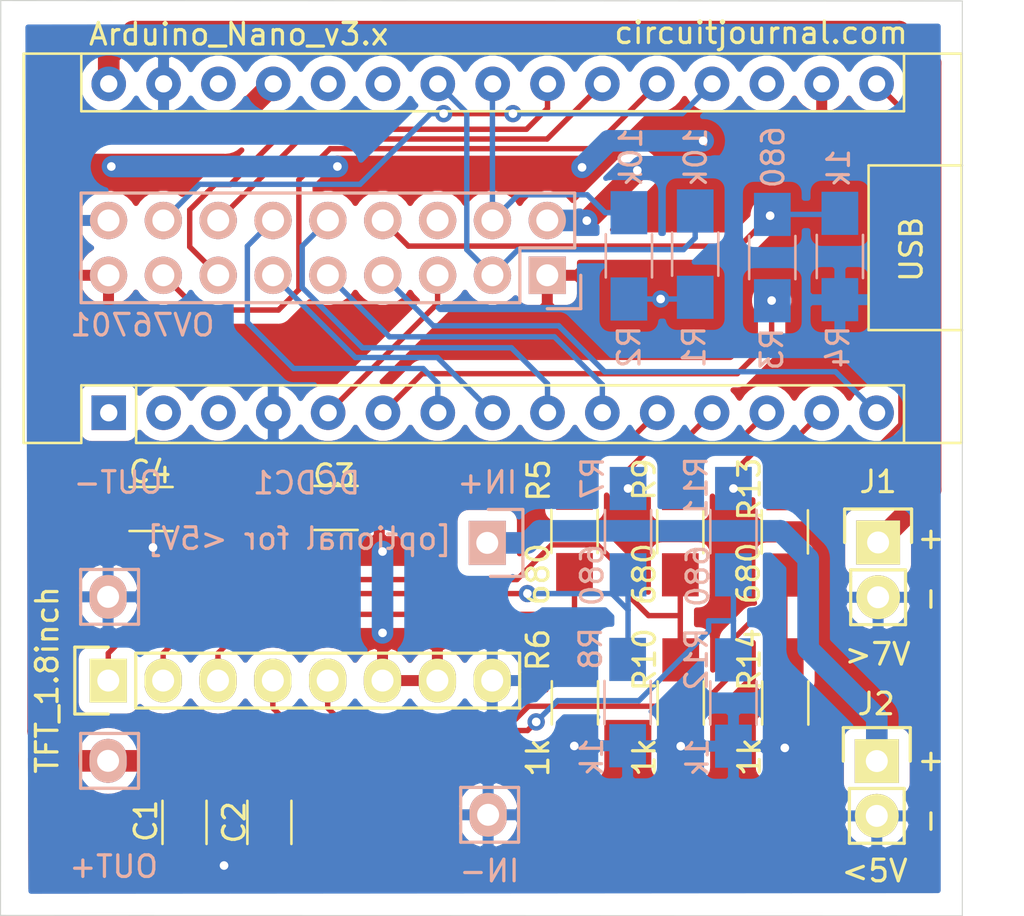
<source format=kicad_pcb>
(kicad_pcb (version 20171130) (host pcbnew "(5.1.5)-3")

  (general
    (thickness 1.6)
    (drawings 14)
    (tracks 253)
    (zones 0)
    (modules 24)
    (nets 38)
  )

  (page A4)
  (layers
    (0 F.Cu signal)
    (31 B.Cu signal)
    (32 B.Adhes user)
    (33 F.Adhes user)
    (34 B.Paste user)
    (35 F.Paste user)
    (36 B.SilkS user)
    (37 F.SilkS user)
    (38 B.Mask user)
    (39 F.Mask user)
    (40 Dwgs.User user)
    (41 Cmts.User user)
    (42 Eco1.User user)
    (43 Eco2.User user)
    (44 Edge.Cuts user)
    (45 Margin user)
    (46 B.CrtYd user)
    (47 F.CrtYd user)
    (48 B.Fab user)
    (49 F.Fab user)
  )

  (setup
    (last_trace_width 1)
    (user_trace_width 1)
    (trace_clearance 0.2)
    (zone_clearance 0.508)
    (zone_45_only no)
    (trace_min 0.2)
    (via_size 0.8)
    (via_drill 0.4)
    (via_min_size 0.4)
    (via_min_drill 0.3)
    (uvia_size 0.3)
    (uvia_drill 0.1)
    (uvias_allowed no)
    (uvia_min_size 0.2)
    (uvia_min_drill 0.1)
    (edge_width 0.05)
    (segment_width 0.2)
    (pcb_text_width 0.3)
    (pcb_text_size 1.5 1.5)
    (mod_edge_width 0.12)
    (mod_text_size 1 1)
    (mod_text_width 0.15)
    (pad_size 1.524 1.524)
    (pad_drill 0.762)
    (pad_to_mask_clearance 0.051)
    (solder_mask_min_width 0.25)
    (aux_axis_origin 0 0)
    (visible_elements 7FFFFFFF)
    (pcbplotparams
      (layerselection 0x010fc_ffffffff)
      (usegerberextensions false)
      (usegerberattributes false)
      (usegerberadvancedattributes false)
      (creategerberjobfile false)
      (excludeedgelayer true)
      (linewidth 0.100000)
      (plotframeref false)
      (viasonmask false)
      (mode 1)
      (useauxorigin false)
      (hpglpennumber 1)
      (hpglpenspeed 20)
      (hpglpendiameter 15.000000)
      (psnegative false)
      (psa4output false)
      (plotreference true)
      (plotvalue true)
      (plotinvisibletext false)
      (padsonsilk false)
      (subtractmaskfromsilk false)
      (outputformat 1)
      (mirror false)
      (drillshape 1)
      (scaleselection 1)
      (outputdirectory ""))
  )

  (net 0 "")
  (net 1 "Net-(A1-Pad16)")
  (net 2 "Net-(A1-Pad15)")
  (net 3 "Net-(A1-Pad30)")
  (net 4 "Net-(A1-Pad14)")
  (net 5 GND)
  (net 6 "Net-(A1-Pad13)")
  (net 7 "Net-(A1-Pad28)")
  (net 8 "Net-(A1-Pad12)")
  (net 9 +5V)
  (net 10 "Net-(A1-Pad11)")
  (net 11 "Net-(A1-Pad26)")
  (net 12 /PIXEL7)
  (net 13 "Net-(A1-Pad25)")
  (net 14 /PIXEL6)
  (net 15 "Net-(A1-Pad24)")
  (net 16 /PIXEL5)
  (net 17 "Net-(A1-Pad23)")
  (net 18 /PIXEL4)
  (net 19 /PIXEL3)
  (net 20 "Net-(A1-Pad6)")
  (net 21 /PIXEL2)
  (net 22 "Net-(A1-Pad5)")
  (net 23 /PIXEL1)
  (net 24 /PIXEL0)
  (net 25 "Net-(A1-Pad3)")
  (net 26 "Net-(A1-Pad18)")
  (net 27 "Net-(A1-Pad2)")
  (net 28 +3V3)
  (net 29 "Net-(A1-Pad1)")
  (net 30 "Net-(DCDC1-Pad1)")
  (net 31 "Net-(OV76701-Pad8)")
  (net 32 "Net-(OV76701-Pad6)")
  (net 33 "Net-(R5-Pad2)")
  (net 34 "Net-(R7-Pad2)")
  (net 35 "Net-(R10-Pad1)")
  (net 36 "Net-(R11-Pad2)")
  (net 37 "Net-(R13-Pad2)")

  (net_class Default "This is the default net class."
    (clearance 0.2)
    (trace_width 0.25)
    (via_dia 0.8)
    (via_drill 0.4)
    (uvia_dia 0.3)
    (uvia_drill 0.1)
    (add_net +3V3)
    (add_net +5V)
    (add_net /PIXEL0)
    (add_net /PIXEL1)
    (add_net /PIXEL2)
    (add_net /PIXEL3)
    (add_net /PIXEL4)
    (add_net /PIXEL5)
    (add_net /PIXEL6)
    (add_net /PIXEL7)
    (add_net GND)
    (add_net "Net-(A1-Pad1)")
    (add_net "Net-(A1-Pad11)")
    (add_net "Net-(A1-Pad12)")
    (add_net "Net-(A1-Pad13)")
    (add_net "Net-(A1-Pad14)")
    (add_net "Net-(A1-Pad15)")
    (add_net "Net-(A1-Pad16)")
    (add_net "Net-(A1-Pad18)")
    (add_net "Net-(A1-Pad2)")
    (add_net "Net-(A1-Pad23)")
    (add_net "Net-(A1-Pad24)")
    (add_net "Net-(A1-Pad25)")
    (add_net "Net-(A1-Pad26)")
    (add_net "Net-(A1-Pad28)")
    (add_net "Net-(A1-Pad3)")
    (add_net "Net-(A1-Pad30)")
    (add_net "Net-(A1-Pad5)")
    (add_net "Net-(A1-Pad6)")
    (add_net "Net-(DCDC1-Pad1)")
    (add_net "Net-(OV76701-Pad6)")
    (add_net "Net-(OV76701-Pad8)")
    (add_net "Net-(R10-Pad1)")
    (add_net "Net-(R11-Pad2)")
    (add_net "Net-(R13-Pad2)")
    (add_net "Net-(R5-Pad2)")
    (add_net "Net-(R7-Pad2)")
  )

  (module Modules:Arduino_Nano (layer F.Cu) (tedit 58ACAF70) (tstamp 5EA4F1DC)
    (at 133.68 59.69 90)
    (descr "Arduino Nano, http://www.mouser.com/pdfdocs/Gravitech_Arduino_Nano3_0.pdf")
    (tags "Arduino Nano")
    (path /5EA48241)
    (fp_text reference A1 (at 7.62 -5.08 90) (layer F.SilkS) hide
      (effects (font (size 1 1) (thickness 0.15)))
    )
    (fp_text value Arduino_Nano_v3.x (at 17.54 6.02) (layer F.SilkS)
      (effects (font (size 1 1) (thickness 0.15)))
    )
    (fp_line (start 16.75 42.16) (end -1.53 42.16) (layer F.CrtYd) (width 0.05))
    (fp_line (start 16.75 42.16) (end 16.75 -4.06) (layer F.CrtYd) (width 0.05))
    (fp_line (start -1.53 -4.06) (end -1.53 42.16) (layer F.CrtYd) (width 0.05))
    (fp_line (start -1.53 -4.06) (end 16.75 -4.06) (layer F.CrtYd) (width 0.05))
    (fp_line (start 16.51 -3.81) (end 16.51 39.37) (layer F.Fab) (width 0.1))
    (fp_line (start 0 -3.81) (end 16.51 -3.81) (layer F.Fab) (width 0.1))
    (fp_line (start -1.27 -2.54) (end 0 -3.81) (layer F.Fab) (width 0.1))
    (fp_line (start -1.27 39.37) (end -1.27 -2.54) (layer F.Fab) (width 0.1))
    (fp_line (start 16.51 39.37) (end -1.27 39.37) (layer F.Fab) (width 0.1))
    (fp_line (start 16.64 -3.94) (end -1.4 -3.94) (layer F.SilkS) (width 0.12))
    (fp_line (start 16.64 39.5) (end 16.64 -3.94) (layer F.SilkS) (width 0.12))
    (fp_line (start -1.4 39.5) (end 16.64 39.5) (layer F.SilkS) (width 0.12))
    (fp_line (start 3.81 41.91) (end 3.81 31.75) (layer F.Fab) (width 0.1))
    (fp_line (start 11.43 41.91) (end 3.81 41.91) (layer F.Fab) (width 0.1))
    (fp_line (start 11.43 31.75) (end 11.43 41.91) (layer F.Fab) (width 0.1))
    (fp_line (start 3.81 31.75) (end 11.43 31.75) (layer F.Fab) (width 0.1))
    (fp_line (start 1.27 36.83) (end -1.4 36.83) (layer F.SilkS) (width 0.12))
    (fp_line (start 1.27 1.27) (end 1.27 36.83) (layer F.SilkS) (width 0.12))
    (fp_line (start 1.27 1.27) (end -1.4 1.27) (layer F.SilkS) (width 0.12))
    (fp_line (start 13.97 36.83) (end 16.64 36.83) (layer F.SilkS) (width 0.12))
    (fp_line (start 13.97 -1.27) (end 13.97 36.83) (layer F.SilkS) (width 0.12))
    (fp_line (start 13.97 -1.27) (end 16.64 -1.27) (layer F.SilkS) (width 0.12))
    (fp_line (start -1.4 -3.94) (end -1.4 -1.27) (layer F.SilkS) (width 0.12))
    (fp_line (start -1.4 1.27) (end -1.4 39.5) (layer F.SilkS) (width 0.12))
    (fp_line (start 1.27 -1.27) (end -1.4 -1.27) (layer F.SilkS) (width 0.12))
    (fp_line (start 1.27 1.27) (end 1.27 -1.27) (layer F.SilkS) (width 0.12))
    (fp_text user %R (at 6.35 19.05) (layer F.Fab)
      (effects (font (size 1 1) (thickness 0.15)))
    )
    (pad 16 thru_hole oval (at 15.24 35.56 90) (size 1.6 1.6) (drill 0.8) (layers *.Cu *.Mask)
      (net 1 "Net-(A1-Pad16)"))
    (pad 15 thru_hole oval (at 0 35.56 90) (size 1.6 1.6) (drill 0.8) (layers *.Cu *.Mask)
      (net 2 "Net-(A1-Pad15)"))
    (pad 30 thru_hole oval (at 15.24 0 90) (size 1.6 1.6) (drill 0.8) (layers *.Cu *.Mask)
      (net 3 "Net-(A1-Pad30)"))
    (pad 14 thru_hole oval (at 0 33.02 90) (size 1.6 1.6) (drill 0.8) (layers *.Cu *.Mask)
      (net 4 "Net-(A1-Pad14)"))
    (pad 29 thru_hole oval (at 15.24 2.54 90) (size 1.6 1.6) (drill 0.8) (layers *.Cu *.Mask)
      (net 5 GND))
    (pad 13 thru_hole oval (at 0 30.48 90) (size 1.6 1.6) (drill 0.8) (layers *.Cu *.Mask)
      (net 6 "Net-(A1-Pad13)"))
    (pad 28 thru_hole oval (at 15.24 5.08 90) (size 1.6 1.6) (drill 0.8) (layers *.Cu *.Mask)
      (net 7 "Net-(A1-Pad28)"))
    (pad 12 thru_hole oval (at 0 27.94 90) (size 1.6 1.6) (drill 0.8) (layers *.Cu *.Mask)
      (net 8 "Net-(A1-Pad12)"))
    (pad 27 thru_hole oval (at 15.24 7.62 90) (size 1.6 1.6) (drill 0.8) (layers *.Cu *.Mask)
      (net 9 +5V))
    (pad 11 thru_hole oval (at 0 25.4 90) (size 1.6 1.6) (drill 0.8) (layers *.Cu *.Mask)
      (net 10 "Net-(A1-Pad11)"))
    (pad 26 thru_hole oval (at 15.24 10.16 90) (size 1.6 1.6) (drill 0.8) (layers *.Cu *.Mask)
      (net 11 "Net-(A1-Pad26)"))
    (pad 10 thru_hole oval (at 0 22.86 90) (size 1.6 1.6) (drill 0.8) (layers *.Cu *.Mask)
      (net 12 /PIXEL7))
    (pad 25 thru_hole oval (at 15.24 12.7 90) (size 1.6 1.6) (drill 0.8) (layers *.Cu *.Mask)
      (net 13 "Net-(A1-Pad25)"))
    (pad 9 thru_hole oval (at 0 20.32 90) (size 1.6 1.6) (drill 0.8) (layers *.Cu *.Mask)
      (net 14 /PIXEL6))
    (pad 24 thru_hole oval (at 15.24 15.24 90) (size 1.6 1.6) (drill 0.8) (layers *.Cu *.Mask)
      (net 15 "Net-(A1-Pad24)"))
    (pad 8 thru_hole oval (at 0 17.78 90) (size 1.6 1.6) (drill 0.8) (layers *.Cu *.Mask)
      (net 16 /PIXEL5))
    (pad 23 thru_hole oval (at 15.24 17.78 90) (size 1.6 1.6) (drill 0.8) (layers *.Cu *.Mask)
      (net 17 "Net-(A1-Pad23)"))
    (pad 7 thru_hole oval (at 0 15.24 90) (size 1.6 1.6) (drill 0.8) (layers *.Cu *.Mask)
      (net 18 /PIXEL4))
    (pad 22 thru_hole oval (at 15.24 20.32 90) (size 1.6 1.6) (drill 0.8) (layers *.Cu *.Mask)
      (net 19 /PIXEL3))
    (pad 6 thru_hole oval (at 0 12.7 90) (size 1.6 1.6) (drill 0.8) (layers *.Cu *.Mask)
      (net 20 "Net-(A1-Pad6)"))
    (pad 21 thru_hole oval (at 15.24 22.86 90) (size 1.6 1.6) (drill 0.8) (layers *.Cu *.Mask)
      (net 21 /PIXEL2))
    (pad 5 thru_hole oval (at 0 10.16 90) (size 1.6 1.6) (drill 0.8) (layers *.Cu *.Mask)
      (net 22 "Net-(A1-Pad5)"))
    (pad 20 thru_hole oval (at 15.24 25.4 90) (size 1.6 1.6) (drill 0.8) (layers *.Cu *.Mask)
      (net 23 /PIXEL1))
    (pad 4 thru_hole oval (at 0 7.62 90) (size 1.6 1.6) (drill 0.8) (layers *.Cu *.Mask)
      (net 5 GND))
    (pad 19 thru_hole oval (at 15.24 27.94 90) (size 1.6 1.6) (drill 0.8) (layers *.Cu *.Mask)
      (net 24 /PIXEL0))
    (pad 3 thru_hole oval (at 0 5.08 90) (size 1.6 1.6) (drill 0.8) (layers *.Cu *.Mask)
      (net 25 "Net-(A1-Pad3)"))
    (pad 18 thru_hole oval (at 15.24 30.48 90) (size 1.6 1.6) (drill 0.8) (layers *.Cu *.Mask)
      (net 26 "Net-(A1-Pad18)"))
    (pad 2 thru_hole oval (at 0 2.54 90) (size 1.6 1.6) (drill 0.8) (layers *.Cu *.Mask)
      (net 27 "Net-(A1-Pad2)"))
    (pad 17 thru_hole oval (at 15.24 33.02 90) (size 1.6 1.6) (drill 0.8) (layers *.Cu *.Mask)
      (net 28 +3V3))
    (pad 1 thru_hole rect (at 0 0 90) (size 1.6 1.6) (drill 0.8) (layers *.Cu *.Mask)
      (net 29 "Net-(A1-Pad1)"))
  )

  (module Pin_Headers:Pin_Header_Straight_1x08 (layer F.Cu) (tedit 0) (tstamp 5EA4F388)
    (at 133.66 72.1 90)
    (descr "Through hole pin header")
    (tags "pin header")
    (path /5EA4BB91)
    (fp_text reference TFT1 (at 0 -5.1 90) (layer F.SilkS) hide
      (effects (font (size 1 1) (thickness 0.15)))
    )
    (fp_text value TFT_1.8inch (at 0.03 -2.83 90) (layer F.SilkS)
      (effects (font (size 1 1) (thickness 0.15)))
    )
    (fp_line (start -1.55 -1.55) (end 1.55 -1.55) (layer F.SilkS) (width 0.15))
    (fp_line (start -1.55 0) (end -1.55 -1.55) (layer F.SilkS) (width 0.15))
    (fp_line (start 1.27 1.27) (end -1.27 1.27) (layer F.SilkS) (width 0.15))
    (fp_line (start 1.55 -1.55) (end 1.55 0) (layer F.SilkS) (width 0.15))
    (fp_line (start -1.27 19.05) (end -1.27 1.27) (layer F.SilkS) (width 0.15))
    (fp_line (start 1.27 19.05) (end -1.27 19.05) (layer F.SilkS) (width 0.15))
    (fp_line (start 1.27 1.27) (end 1.27 19.05) (layer F.SilkS) (width 0.15))
    (fp_line (start -1.75 19.55) (end 1.75 19.55) (layer F.CrtYd) (width 0.05))
    (fp_line (start -1.75 -1.75) (end 1.75 -1.75) (layer F.CrtYd) (width 0.05))
    (fp_line (start 1.75 -1.75) (end 1.75 19.55) (layer F.CrtYd) (width 0.05))
    (fp_line (start -1.75 -1.75) (end -1.75 19.55) (layer F.CrtYd) (width 0.05))
    (pad 8 thru_hole oval (at 0 17.78 90) (size 2.032 1.7272) (drill 1.016) (layers *.Cu *.Mask F.SilkS)
      (net 5 GND))
    (pad 7 thru_hole oval (at 0 15.24 90) (size 2.032 1.7272) (drill 1.016) (layers *.Cu *.Mask F.SilkS)
      (net 28 +3V3))
    (pad 6 thru_hole oval (at 0 12.7 90) (size 2.032 1.7272) (drill 1.016) (layers *.Cu *.Mask F.SilkS)
      (net 28 +3V3))
    (pad 5 thru_hole oval (at 0 10.16 90) (size 2.032 1.7272) (drill 1.016) (layers *.Cu *.Mask F.SilkS)
      (net 37 "Net-(R13-Pad2)"))
    (pad 4 thru_hole oval (at 0 7.62 90) (size 2.032 1.7272) (drill 1.016) (layers *.Cu *.Mask F.SilkS)
      (net 36 "Net-(R11-Pad2)"))
    (pad 3 thru_hole oval (at 0 5.08 90) (size 2.032 1.7272) (drill 1.016) (layers *.Cu *.Mask F.SilkS)
      (net 33 "Net-(R5-Pad2)"))
    (pad 2 thru_hole oval (at 0 2.54 90) (size 2.032 1.7272) (drill 1.016) (layers *.Cu *.Mask F.SilkS)
      (net 34 "Net-(R7-Pad2)"))
    (pad 1 thru_hole rect (at 0 0 90) (size 2.032 1.7272) (drill 1.016) (layers *.Cu *.Mask F.SilkS)
      (net 35 "Net-(R10-Pad1)"))
    (model Pin_Headers.3dshapes/Pin_Header_Straight_1x08.wrl
      (offset (xyz 0 -8.889999866485596 0))
      (scale (xyz 1 1 1))
      (rotate (xyz 0 0 90))
    )
  )

  (module Resistors_SMD:R_1206_HandSoldering (layer F.Cu) (tedit 58E0A804) (tstamp 5EA4F371)
    (at 165.01 73.14 270)
    (descr "Resistor SMD 1206, hand soldering")
    (tags "resistor 1206")
    (path /5EAAE468)
    (attr smd)
    (fp_text reference R14 (at -2.01 1.66 270) (layer F.SilkS)
      (effects (font (size 1 1) (thickness 0.15)))
    )
    (fp_text value 1k (at 2.5 1.66 270) (layer F.SilkS)
      (effects (font (size 1 1) (thickness 0.15)))
    )
    (fp_line (start 3.25 1.1) (end -3.25 1.1) (layer F.CrtYd) (width 0.05))
    (fp_line (start 3.25 1.1) (end 3.25 -1.11) (layer F.CrtYd) (width 0.05))
    (fp_line (start -3.25 -1.11) (end -3.25 1.1) (layer F.CrtYd) (width 0.05))
    (fp_line (start -3.25 -1.11) (end 3.25 -1.11) (layer F.CrtYd) (width 0.05))
    (fp_line (start -1 -1.07) (end 1 -1.07) (layer F.SilkS) (width 0.12))
    (fp_line (start 1 1.07) (end -1 1.07) (layer F.SilkS) (width 0.12))
    (fp_line (start -1.6 -0.8) (end 1.6 -0.8) (layer F.Fab) (width 0.1))
    (fp_line (start 1.6 -0.8) (end 1.6 0.8) (layer F.Fab) (width 0.1))
    (fp_line (start 1.6 0.8) (end -1.6 0.8) (layer F.Fab) (width 0.1))
    (fp_line (start -1.6 0.8) (end -1.6 -0.8) (layer F.Fab) (width 0.1))
    (fp_text user %R (at 0 0 270) (layer F.Fab)
      (effects (font (size 0.7 0.7) (thickness 0.105)))
    )
    (pad 2 smd rect (at 2 0 270) (size 2 1.7) (layers F.Cu F.Paste F.Mask)
      (net 5 GND))
    (pad 1 smd rect (at -2 0 270) (size 2 1.7) (layers F.Cu F.Paste F.Mask)
      (net 37 "Net-(R13-Pad2)"))
    (model ${KISYS3DMOD}/Resistors_SMD.3dshapes/R_1206.wrl
      (at (xyz 0 0 0))
      (scale (xyz 1 1 1))
      (rotate (xyz 0 0 0))
    )
  )

  (module Resistors_SMD:R_1206_HandSoldering (layer F.Cu) (tedit 58E0A804) (tstamp 5EA4F360)
    (at 164.99 65.21 270)
    (descr "Resistor SMD 1206, hand soldering")
    (tags "resistor 1206")
    (path /5EAAE47E)
    (attr smd)
    (fp_text reference R13 (at -1.98 1.64 90) (layer F.SilkS)
      (effects (font (size 1 1) (thickness 0.15)))
    )
    (fp_text value 680 (at 1.92 1.68 90) (layer F.SilkS)
      (effects (font (size 1 1) (thickness 0.15)))
    )
    (fp_line (start 3.25 1.1) (end -3.25 1.1) (layer F.CrtYd) (width 0.05))
    (fp_line (start 3.25 1.1) (end 3.25 -1.11) (layer F.CrtYd) (width 0.05))
    (fp_line (start -3.25 -1.11) (end -3.25 1.1) (layer F.CrtYd) (width 0.05))
    (fp_line (start -3.25 -1.11) (end 3.25 -1.11) (layer F.CrtYd) (width 0.05))
    (fp_line (start -1 -1.07) (end 1 -1.07) (layer F.SilkS) (width 0.12))
    (fp_line (start 1 1.07) (end -1 1.07) (layer F.SilkS) (width 0.12))
    (fp_line (start -1.6 -0.8) (end 1.6 -0.8) (layer F.Fab) (width 0.1))
    (fp_line (start 1.6 -0.8) (end 1.6 0.8) (layer F.Fab) (width 0.1))
    (fp_line (start 1.6 0.8) (end -1.6 0.8) (layer F.Fab) (width 0.1))
    (fp_line (start -1.6 0.8) (end -1.6 -0.8) (layer F.Fab) (width 0.1))
    (fp_text user %R (at 0 0 90) (layer F.Fab)
      (effects (font (size 0.7 0.7) (thickness 0.105)))
    )
    (pad 2 smd rect (at 2 0 270) (size 2 1.7) (layers F.Cu F.Paste F.Mask)
      (net 37 "Net-(R13-Pad2)"))
    (pad 1 smd rect (at -2 0 270) (size 2 1.7) (layers F.Cu F.Paste F.Mask)
      (net 1 "Net-(A1-Pad16)"))
    (model ${KISYS3DMOD}/Resistors_SMD.3dshapes/R_1206.wrl
      (at (xyz 0 0 0))
      (scale (xyz 1 1 1))
      (rotate (xyz 0 0 0))
    )
  )

  (module Resistors_SMD:R_1206_HandSoldering (layer B.Cu) (tedit 58E0A804) (tstamp 5EA4F34F)
    (at 162.61 73.14 270)
    (descr "Resistor SMD 1206, hand soldering")
    (tags "resistor 1206")
    (path /5EAA9B90)
    (attr smd)
    (fp_text reference R12 (at -2.03 1.71 90) (layer B.SilkS)
      (effects (font (size 1 1) (thickness 0.15)) (justify mirror))
    )
    (fp_text value 1k (at 2.52 1.67 90) (layer B.SilkS)
      (effects (font (size 1 1) (thickness 0.15)) (justify mirror))
    )
    (fp_line (start 3.25 -1.1) (end -3.25 -1.1) (layer B.CrtYd) (width 0.05))
    (fp_line (start 3.25 -1.1) (end 3.25 1.11) (layer B.CrtYd) (width 0.05))
    (fp_line (start -3.25 1.11) (end -3.25 -1.1) (layer B.CrtYd) (width 0.05))
    (fp_line (start -3.25 1.11) (end 3.25 1.11) (layer B.CrtYd) (width 0.05))
    (fp_line (start -1 1.07) (end 1 1.07) (layer B.SilkS) (width 0.12))
    (fp_line (start 1 -1.07) (end -1 -1.07) (layer B.SilkS) (width 0.12))
    (fp_line (start -1.6 0.8) (end 1.6 0.8) (layer B.Fab) (width 0.1))
    (fp_line (start 1.6 0.8) (end 1.6 -0.8) (layer B.Fab) (width 0.1))
    (fp_line (start 1.6 -0.8) (end -1.6 -0.8) (layer B.Fab) (width 0.1))
    (fp_line (start -1.6 -0.8) (end -1.6 0.8) (layer B.Fab) (width 0.1))
    (fp_text user %R (at 0 0 90) (layer B.Fab)
      (effects (font (size 0.7 0.7) (thickness 0.105)) (justify mirror))
    )
    (pad 2 smd rect (at 2 0 270) (size 2 1.7) (layers B.Cu B.Paste B.Mask)
      (net 5 GND))
    (pad 1 smd rect (at -2 0 270) (size 2 1.7) (layers B.Cu B.Paste B.Mask)
      (net 36 "Net-(R11-Pad2)"))
    (model ${KISYS3DMOD}/Resistors_SMD.3dshapes/R_1206.wrl
      (at (xyz 0 0 0))
      (scale (xyz 1 1 1))
      (rotate (xyz 0 0 0))
    )
  )

  (module Resistors_SMD:R_1206_HandSoldering (layer B.Cu) (tedit 58E0A804) (tstamp 5EA4F33E)
    (at 162.61 65.2 270)
    (descr "Resistor SMD 1206, hand soldering")
    (tags "resistor 1206")
    (path /5EAA9BA6)
    (attr smd)
    (fp_text reference R11 (at -2.04 1.72 270) (layer B.SilkS)
      (effects (font (size 1 1) (thickness 0.15)) (justify mirror))
    )
    (fp_text value 680 (at 2.06 1.65 270) (layer B.SilkS)
      (effects (font (size 1 1) (thickness 0.15)) (justify mirror))
    )
    (fp_line (start 3.25 -1.1) (end -3.25 -1.1) (layer B.CrtYd) (width 0.05))
    (fp_line (start 3.25 -1.1) (end 3.25 1.11) (layer B.CrtYd) (width 0.05))
    (fp_line (start -3.25 1.11) (end -3.25 -1.1) (layer B.CrtYd) (width 0.05))
    (fp_line (start -3.25 1.11) (end 3.25 1.11) (layer B.CrtYd) (width 0.05))
    (fp_line (start -1 1.07) (end 1 1.07) (layer B.SilkS) (width 0.12))
    (fp_line (start 1 -1.07) (end -1 -1.07) (layer B.SilkS) (width 0.12))
    (fp_line (start -1.6 0.8) (end 1.6 0.8) (layer B.Fab) (width 0.1))
    (fp_line (start 1.6 0.8) (end 1.6 -0.8) (layer B.Fab) (width 0.1))
    (fp_line (start 1.6 -0.8) (end -1.6 -0.8) (layer B.Fab) (width 0.1))
    (fp_line (start -1.6 -0.8) (end -1.6 0.8) (layer B.Fab) (width 0.1))
    (fp_text user %R (at -2.4 1.53 270) (layer B.Fab)
      (effects (font (size 0.7 0.7) (thickness 0.105)) (justify mirror))
    )
    (pad 2 smd rect (at 2 0 270) (size 2 1.7) (layers B.Cu B.Paste B.Mask)
      (net 36 "Net-(R11-Pad2)"))
    (pad 1 smd rect (at -2 0 270) (size 2 1.7) (layers B.Cu B.Paste B.Mask)
      (net 4 "Net-(A1-Pad14)"))
    (model ${KISYS3DMOD}/Resistors_SMD.3dshapes/R_1206.wrl
      (at (xyz 0 0 0))
      (scale (xyz 1 1 1))
      (rotate (xyz 0 0 0))
    )
  )

  (module Resistors_SMD:R_1206_HandSoldering (layer F.Cu) (tedit 58E0A804) (tstamp 5EA4F32D)
    (at 160.17 73.14 270)
    (descr "Resistor SMD 1206, hand soldering")
    (tags "resistor 1206")
    (path /5EAA9B6F)
    (attr smd)
    (fp_text reference R10 (at -2.01 1.67 90) (layer F.SilkS)
      (effects (font (size 1 1) (thickness 0.15)))
    )
    (fp_text value 1k (at 2.52 1.69 90) (layer F.SilkS)
      (effects (font (size 1 1) (thickness 0.15)))
    )
    (fp_line (start 3.25 1.1) (end -3.25 1.1) (layer F.CrtYd) (width 0.05))
    (fp_line (start 3.25 1.1) (end 3.25 -1.11) (layer F.CrtYd) (width 0.05))
    (fp_line (start -3.25 -1.11) (end -3.25 1.1) (layer F.CrtYd) (width 0.05))
    (fp_line (start -3.25 -1.11) (end 3.25 -1.11) (layer F.CrtYd) (width 0.05))
    (fp_line (start -1 -1.07) (end 1 -1.07) (layer F.SilkS) (width 0.12))
    (fp_line (start 1 1.07) (end -1 1.07) (layer F.SilkS) (width 0.12))
    (fp_line (start -1.6 -0.8) (end 1.6 -0.8) (layer F.Fab) (width 0.1))
    (fp_line (start 1.6 -0.8) (end 1.6 0.8) (layer F.Fab) (width 0.1))
    (fp_line (start 1.6 0.8) (end -1.6 0.8) (layer F.Fab) (width 0.1))
    (fp_line (start -1.6 0.8) (end -1.6 -0.8) (layer F.Fab) (width 0.1))
    (fp_text user %R (at 0 0 90) (layer F.Fab)
      (effects (font (size 0.7 0.7) (thickness 0.105)))
    )
    (pad 2 smd rect (at 2 0 270) (size 2 1.7) (layers F.Cu F.Paste F.Mask)
      (net 5 GND))
    (pad 1 smd rect (at -2 0 270) (size 2 1.7) (layers F.Cu F.Paste F.Mask)
      (net 35 "Net-(R10-Pad1)"))
    (model ${KISYS3DMOD}/Resistors_SMD.3dshapes/R_1206.wrl
      (at (xyz 0 0 0))
      (scale (xyz 1 1 1))
      (rotate (xyz 0 0 0))
    )
  )

  (module Resistors_SMD:R_1206_HandSoldering (layer F.Cu) (tedit 58E0A804) (tstamp 5EA4F31C)
    (at 160.15 65.2 270)
    (descr "Resistor SMD 1206, hand soldering")
    (tags "resistor 1206")
    (path /5EAA9B85)
    (attr smd)
    (fp_text reference R9 (at -2.42 1.67 90) (layer F.SilkS)
      (effects (font (size 1 1) (thickness 0.15)))
    )
    (fp_text value 680 (at 1.97 1.67 90) (layer F.SilkS)
      (effects (font (size 1 1) (thickness 0.15)))
    )
    (fp_line (start 3.25 1.1) (end -3.25 1.1) (layer F.CrtYd) (width 0.05))
    (fp_line (start 3.25 1.1) (end 3.25 -1.11) (layer F.CrtYd) (width 0.05))
    (fp_line (start -3.25 -1.11) (end -3.25 1.1) (layer F.CrtYd) (width 0.05))
    (fp_line (start -3.25 -1.11) (end 3.25 -1.11) (layer F.CrtYd) (width 0.05))
    (fp_line (start -1 -1.07) (end 1 -1.07) (layer F.SilkS) (width 0.12))
    (fp_line (start 1 1.07) (end -1 1.07) (layer F.SilkS) (width 0.12))
    (fp_line (start -1.6 -0.8) (end 1.6 -0.8) (layer F.Fab) (width 0.1))
    (fp_line (start 1.6 -0.8) (end 1.6 0.8) (layer F.Fab) (width 0.1))
    (fp_line (start 1.6 0.8) (end -1.6 0.8) (layer F.Fab) (width 0.1))
    (fp_line (start -1.6 0.8) (end -1.6 -0.8) (layer F.Fab) (width 0.1))
    (fp_text user %R (at 0 0 90) (layer F.Fab)
      (effects (font (size 0.7 0.7) (thickness 0.105)))
    )
    (pad 2 smd rect (at 2 0 270) (size 2 1.7) (layers F.Cu F.Paste F.Mask)
      (net 35 "Net-(R10-Pad1)"))
    (pad 1 smd rect (at -2 0 270) (size 2 1.7) (layers F.Cu F.Paste F.Mask)
      (net 6 "Net-(A1-Pad13)"))
    (model ${KISYS3DMOD}/Resistors_SMD.3dshapes/R_1206.wrl
      (at (xyz 0 0 0))
      (scale (xyz 1 1 1))
      (rotate (xyz 0 0 0))
    )
  )

  (module Resistors_SMD:R_1206_HandSoldering (layer B.Cu) (tedit 58E0A804) (tstamp 5EA4F30B)
    (at 157.71 73.12 270)
    (descr "Resistor SMD 1206, hand soldering")
    (tags "resistor 1206")
    (path /5EAA2D32)
    (attr smd)
    (fp_text reference R8 (at -2.51 1.71 90) (layer B.SilkS)
      (effects (font (size 1 1) (thickness 0.15)) (justify mirror))
    )
    (fp_text value 1k (at 2.52 1.66 90) (layer B.SilkS)
      (effects (font (size 1 1) (thickness 0.15)) (justify mirror))
    )
    (fp_line (start 3.25 -1.1) (end -3.25 -1.1) (layer B.CrtYd) (width 0.05))
    (fp_line (start 3.25 -1.1) (end 3.25 1.11) (layer B.CrtYd) (width 0.05))
    (fp_line (start -3.25 1.11) (end -3.25 -1.1) (layer B.CrtYd) (width 0.05))
    (fp_line (start -3.25 1.11) (end 3.25 1.11) (layer B.CrtYd) (width 0.05))
    (fp_line (start -1 1.07) (end 1 1.07) (layer B.SilkS) (width 0.12))
    (fp_line (start 1 -1.07) (end -1 -1.07) (layer B.SilkS) (width 0.12))
    (fp_line (start -1.6 0.8) (end 1.6 0.8) (layer B.Fab) (width 0.1))
    (fp_line (start 1.6 0.8) (end 1.6 -0.8) (layer B.Fab) (width 0.1))
    (fp_line (start 1.6 -0.8) (end -1.6 -0.8) (layer B.Fab) (width 0.1))
    (fp_line (start -1.6 -0.8) (end -1.6 0.8) (layer B.Fab) (width 0.1))
    (fp_text user %R (at 0 0 90) (layer B.Fab)
      (effects (font (size 0.7 0.7) (thickness 0.105)) (justify mirror))
    )
    (pad 2 smd rect (at 2 0 270) (size 2 1.7) (layers B.Cu B.Paste B.Mask)
      (net 5 GND))
    (pad 1 smd rect (at -2 0 270) (size 2 1.7) (layers B.Cu B.Paste B.Mask)
      (net 34 "Net-(R7-Pad2)"))
    (model ${KISYS3DMOD}/Resistors_SMD.3dshapes/R_1206.wrl
      (at (xyz 0 0 0))
      (scale (xyz 1 1 1))
      (rotate (xyz 0 0 0))
    )
  )

  (module Resistors_SMD:R_1206_HandSoldering (layer B.Cu) (tedit 58E0A804) (tstamp 5EA4F2FA)
    (at 157.73 65.2 270)
    (descr "Resistor SMD 1206, hand soldering")
    (tags "resistor 1206")
    (path /5EAA2D48)
    (attr smd)
    (fp_text reference R7 (at -2.49 1.64 270) (layer B.SilkS)
      (effects (font (size 1 1) (thickness 0.15)) (justify mirror))
    )
    (fp_text value 680 (at 2.02 1.66 270) (layer B.SilkS)
      (effects (font (size 1 1) (thickness 0.15)) (justify mirror))
    )
    (fp_line (start 3.25 -1.1) (end -3.25 -1.1) (layer B.CrtYd) (width 0.05))
    (fp_line (start 3.25 -1.1) (end 3.25 1.11) (layer B.CrtYd) (width 0.05))
    (fp_line (start -3.25 1.11) (end -3.25 -1.1) (layer B.CrtYd) (width 0.05))
    (fp_line (start -3.25 1.11) (end 3.25 1.11) (layer B.CrtYd) (width 0.05))
    (fp_line (start -1 1.07) (end 1 1.07) (layer B.SilkS) (width 0.12))
    (fp_line (start 1 -1.07) (end -1 -1.07) (layer B.SilkS) (width 0.12))
    (fp_line (start -1.6 0.8) (end 1.6 0.8) (layer B.Fab) (width 0.1))
    (fp_line (start 1.6 0.8) (end 1.6 -0.8) (layer B.Fab) (width 0.1))
    (fp_line (start 1.6 -0.8) (end -1.6 -0.8) (layer B.Fab) (width 0.1))
    (fp_line (start -1.6 -0.8) (end -1.6 0.8) (layer B.Fab) (width 0.1))
    (fp_text user %R (at 0 0 270) (layer B.Fab)
      (effects (font (size 0.7 0.7) (thickness 0.105)) (justify mirror))
    )
    (pad 2 smd rect (at 2 0 270) (size 2 1.7) (layers B.Cu B.Paste B.Mask)
      (net 34 "Net-(R7-Pad2)"))
    (pad 1 smd rect (at -2 0 270) (size 2 1.7) (layers B.Cu B.Paste B.Mask)
      (net 8 "Net-(A1-Pad12)"))
    (model ${KISYS3DMOD}/Resistors_SMD.3dshapes/R_1206.wrl
      (at (xyz 0 0 0))
      (scale (xyz 1 1 1))
      (rotate (xyz 0 0 0))
    )
  )

  (module Resistors_SMD:R_1206_HandSoldering (layer F.Cu) (tedit 58E0A804) (tstamp 5EA4F2E9)
    (at 155.27 73.13 270)
    (descr "Resistor SMD 1206, hand soldering")
    (tags "resistor 1206")
    (path /5EA99151)
    (attr smd)
    (fp_text reference R6 (at -2.45 1.71 90) (layer F.SilkS)
      (effects (font (size 1 1) (thickness 0.15)))
    )
    (fp_text value 1k (at 2.54 1.71 90) (layer F.SilkS)
      (effects (font (size 1 1) (thickness 0.15)))
    )
    (fp_line (start 3.25 1.1) (end -3.25 1.1) (layer F.CrtYd) (width 0.05))
    (fp_line (start 3.25 1.1) (end 3.25 -1.11) (layer F.CrtYd) (width 0.05))
    (fp_line (start -3.25 -1.11) (end -3.25 1.1) (layer F.CrtYd) (width 0.05))
    (fp_line (start -3.25 -1.11) (end 3.25 -1.11) (layer F.CrtYd) (width 0.05))
    (fp_line (start -1 -1.07) (end 1 -1.07) (layer F.SilkS) (width 0.12))
    (fp_line (start 1 1.07) (end -1 1.07) (layer F.SilkS) (width 0.12))
    (fp_line (start -1.6 -0.8) (end 1.6 -0.8) (layer F.Fab) (width 0.1))
    (fp_line (start 1.6 -0.8) (end 1.6 0.8) (layer F.Fab) (width 0.1))
    (fp_line (start 1.6 0.8) (end -1.6 0.8) (layer F.Fab) (width 0.1))
    (fp_line (start -1.6 0.8) (end -1.6 -0.8) (layer F.Fab) (width 0.1))
    (fp_text user %R (at 0 0 90) (layer F.Fab)
      (effects (font (size 0.7 0.7) (thickness 0.105)))
    )
    (pad 2 smd rect (at 2 0 270) (size 2 1.7) (layers F.Cu F.Paste F.Mask)
      (net 5 GND))
    (pad 1 smd rect (at -2 0 270) (size 2 1.7) (layers F.Cu F.Paste F.Mask)
      (net 33 "Net-(R5-Pad2)"))
    (model ${KISYS3DMOD}/Resistors_SMD.3dshapes/R_1206.wrl
      (at (xyz 0 0 0))
      (scale (xyz 1 1 1))
      (rotate (xyz 0 0 0))
    )
  )

  (module Resistors_SMD:R_1206_HandSoldering (layer F.Cu) (tedit 58E0A804) (tstamp 5EA4F2D8)
    (at 155.25 65.19 270)
    (descr "Resistor SMD 1206, hand soldering")
    (tags "resistor 1206")
    (path /5EA99138)
    (attr smd)
    (fp_text reference R5 (at -2.37 1.66 90) (layer F.SilkS)
      (effects (font (size 1 1) (thickness 0.15)))
    )
    (fp_text value 680 (at 1.98 1.69 90) (layer F.SilkS)
      (effects (font (size 1 1) (thickness 0.15)))
    )
    (fp_line (start 3.25 1.1) (end -3.25 1.1) (layer F.CrtYd) (width 0.05))
    (fp_line (start 3.25 1.1) (end 3.25 -1.11) (layer F.CrtYd) (width 0.05))
    (fp_line (start -3.25 -1.11) (end -3.25 1.1) (layer F.CrtYd) (width 0.05))
    (fp_line (start -3.25 -1.11) (end 3.25 -1.11) (layer F.CrtYd) (width 0.05))
    (fp_line (start -1 -1.07) (end 1 -1.07) (layer F.SilkS) (width 0.12))
    (fp_line (start 1 1.07) (end -1 1.07) (layer F.SilkS) (width 0.12))
    (fp_line (start -1.6 -0.8) (end 1.6 -0.8) (layer F.Fab) (width 0.1))
    (fp_line (start 1.6 -0.8) (end 1.6 0.8) (layer F.Fab) (width 0.1))
    (fp_line (start 1.6 0.8) (end -1.6 0.8) (layer F.Fab) (width 0.1))
    (fp_line (start -1.6 0.8) (end -1.6 -0.8) (layer F.Fab) (width 0.1))
    (fp_text user %R (at 0 0 90) (layer F.Fab)
      (effects (font (size 0.7 0.7) (thickness 0.105)))
    )
    (pad 2 smd rect (at 2 0 270) (size 2 1.7) (layers F.Cu F.Paste F.Mask)
      (net 33 "Net-(R5-Pad2)"))
    (pad 1 smd rect (at -2 0 270) (size 2 1.7) (layers F.Cu F.Paste F.Mask)
      (net 10 "Net-(A1-Pad11)"))
    (model ${KISYS3DMOD}/Resistors_SMD.3dshapes/R_1206.wrl
      (at (xyz 0 0 0))
      (scale (xyz 1 1 1))
      (rotate (xyz 0 0 0))
    )
  )

  (module Resistors_SMD:R_1206_HandSoldering (layer B.Cu) (tedit 58E0A804) (tstamp 5EA4F2C7)
    (at 167.54 52.45 270)
    (descr "Resistor SMD 1206, hand soldering")
    (tags "resistor 1206")
    (path /5EA6D310)
    (attr smd)
    (fp_text reference R4 (at 4.19 0.08 90) (layer B.SilkS)
      (effects (font (size 1 1) (thickness 0.15)) (justify mirror))
    )
    (fp_text value 1k (at -4.1 0.06 90) (layer B.SilkS)
      (effects (font (size 1 1) (thickness 0.15)) (justify mirror))
    )
    (fp_line (start 3.25 -1.1) (end -3.25 -1.1) (layer B.CrtYd) (width 0.05))
    (fp_line (start 3.25 -1.1) (end 3.25 1.11) (layer B.CrtYd) (width 0.05))
    (fp_line (start -3.25 1.11) (end -3.25 -1.1) (layer B.CrtYd) (width 0.05))
    (fp_line (start -3.25 1.11) (end 3.25 1.11) (layer B.CrtYd) (width 0.05))
    (fp_line (start -1 1.07) (end 1 1.07) (layer B.SilkS) (width 0.12))
    (fp_line (start 1 -1.07) (end -1 -1.07) (layer B.SilkS) (width 0.12))
    (fp_line (start -1.6 0.8) (end 1.6 0.8) (layer B.Fab) (width 0.1))
    (fp_line (start 1.6 0.8) (end 1.6 -0.8) (layer B.Fab) (width 0.1))
    (fp_line (start 1.6 -0.8) (end -1.6 -0.8) (layer B.Fab) (width 0.1))
    (fp_line (start -1.6 -0.8) (end -1.6 0.8) (layer B.Fab) (width 0.1))
    (fp_text user %R (at 0 0 90) (layer B.Fab)
      (effects (font (size 0.7 0.7) (thickness 0.105)) (justify mirror))
    )
    (pad 2 smd rect (at 2 0 270) (size 2 1.7) (layers B.Cu B.Paste B.Mask)
      (net 5 GND))
    (pad 1 smd rect (at -2 0 270) (size 2 1.7) (layers B.Cu B.Paste B.Mask)
      (net 31 "Net-(OV76701-Pad8)"))
    (model ${KISYS3DMOD}/Resistors_SMD.3dshapes/R_1206.wrl
      (at (xyz 0 0 0))
      (scale (xyz 1 1 1))
      (rotate (xyz 0 0 0))
    )
  )

  (module Resistors_SMD:R_1206_HandSoldering (layer B.Cu) (tedit 58E0A804) (tstamp 5EA4F2B6)
    (at 164.41 52.5 90)
    (descr "Resistor SMD 1206, hand soldering")
    (tags "resistor 1206")
    (path /5EA6DDD6)
    (attr smd)
    (fp_text reference R3 (at -4.24 -0.02 270) (layer B.SilkS)
      (effects (font (size 1 1) (thickness 0.15)) (justify mirror))
    )
    (fp_text value 680 (at 4.65 0.04 270) (layer B.SilkS)
      (effects (font (size 1 1) (thickness 0.15)) (justify mirror))
    )
    (fp_line (start 3.25 -1.1) (end -3.25 -1.1) (layer B.CrtYd) (width 0.05))
    (fp_line (start 3.25 -1.1) (end 3.25 1.11) (layer B.CrtYd) (width 0.05))
    (fp_line (start -3.25 1.11) (end -3.25 -1.1) (layer B.CrtYd) (width 0.05))
    (fp_line (start -3.25 1.11) (end 3.25 1.11) (layer B.CrtYd) (width 0.05))
    (fp_line (start -1 1.07) (end 1 1.07) (layer B.SilkS) (width 0.12))
    (fp_line (start 1 -1.07) (end -1 -1.07) (layer B.SilkS) (width 0.12))
    (fp_line (start -1.6 0.8) (end 1.6 0.8) (layer B.Fab) (width 0.1))
    (fp_line (start 1.6 0.8) (end 1.6 -0.8) (layer B.Fab) (width 0.1))
    (fp_line (start 1.6 -0.8) (end -1.6 -0.8) (layer B.Fab) (width 0.1))
    (fp_line (start -1.6 -0.8) (end -1.6 0.8) (layer B.Fab) (width 0.1))
    (fp_text user %R (at 0 0 90) (layer B.Fab)
      (effects (font (size 0.7 0.7) (thickness 0.105)) (justify mirror))
    )
    (pad 2 smd rect (at 2 0 90) (size 2 1.7) (layers B.Cu B.Paste B.Mask)
      (net 31 "Net-(OV76701-Pad8)"))
    (pad 1 smd rect (at -2 0 90) (size 2 1.7) (layers B.Cu B.Paste B.Mask)
      (net 20 "Net-(A1-Pad6)"))
    (model ${KISYS3DMOD}/Resistors_SMD.3dshapes/R_1206.wrl
      (at (xyz 0 0 0))
      (scale (xyz 1 1 1))
      (rotate (xyz 0 0 0))
    )
  )

  (module Resistors_SMD:R_1206_HandSoldering (layer B.Cu) (tedit 58E0A804) (tstamp 5EA4F2A5)
    (at 157.77 52.42 90)
    (descr "Resistor SMD 1206, hand soldering")
    (tags "resistor 1206")
    (path /5EA6A5FE)
    (attr smd)
    (fp_text reference R2 (at -4.22 0.01 90) (layer B.SilkS)
      (effects (font (size 1 1) (thickness 0.15)) (justify mirror))
    )
    (fp_text value 10k (at 4.57 0.09 90) (layer B.SilkS)
      (effects (font (size 1 1) (thickness 0.15)) (justify mirror))
    )
    (fp_line (start 3.25 -1.1) (end -3.25 -1.1) (layer B.CrtYd) (width 0.05))
    (fp_line (start 3.25 -1.1) (end 3.25 1.11) (layer B.CrtYd) (width 0.05))
    (fp_line (start -3.25 1.11) (end -3.25 -1.1) (layer B.CrtYd) (width 0.05))
    (fp_line (start -3.25 1.11) (end 3.25 1.11) (layer B.CrtYd) (width 0.05))
    (fp_line (start -1 1.07) (end 1 1.07) (layer B.SilkS) (width 0.12))
    (fp_line (start 1 -1.07) (end -1 -1.07) (layer B.SilkS) (width 0.12))
    (fp_line (start -1.6 0.8) (end 1.6 0.8) (layer B.Fab) (width 0.1))
    (fp_line (start 1.6 0.8) (end 1.6 -0.8) (layer B.Fab) (width 0.1))
    (fp_line (start 1.6 -0.8) (end -1.6 -0.8) (layer B.Fab) (width 0.1))
    (fp_line (start -1.6 -0.8) (end -1.6 0.8) (layer B.Fab) (width 0.1))
    (fp_text user %R (at 0 0 90) (layer B.Fab)
      (effects (font (size 0.7 0.7) (thickness 0.105)) (justify mirror))
    )
    (pad 2 smd rect (at 2 0 90) (size 2 1.7) (layers B.Cu B.Paste B.Mask)
      (net 17 "Net-(A1-Pad23)"))
    (pad 1 smd rect (at -2 0 90) (size 2 1.7) (layers B.Cu B.Paste B.Mask)
      (net 28 +3V3))
    (model ${KISYS3DMOD}/Resistors_SMD.3dshapes/R_1206.wrl
      (at (xyz 0 0 0))
      (scale (xyz 1 1 1))
      (rotate (xyz 0 0 0))
    )
  )

  (module Resistors_SMD:R_1206_HandSoldering (layer B.Cu) (tedit 58E0A804) (tstamp 5EA4F294)
    (at 160.84 52.34 90)
    (descr "Resistor SMD 1206, hand soldering")
    (tags "resistor 1206")
    (path /5EA6943B)
    (attr smd)
    (fp_text reference R1 (at -4.3 -0.05 90) (layer B.SilkS)
      (effects (font (size 1 1) (thickness 0.15)) (justify mirror))
    )
    (fp_text value 10k (at 4.49 0.02 90) (layer B.SilkS)
      (effects (font (size 1 1) (thickness 0.15)) (justify mirror))
    )
    (fp_line (start 3.25 -1.1) (end -3.25 -1.1) (layer B.CrtYd) (width 0.05))
    (fp_line (start 3.25 -1.1) (end 3.25 1.11) (layer B.CrtYd) (width 0.05))
    (fp_line (start -3.25 1.11) (end -3.25 -1.1) (layer B.CrtYd) (width 0.05))
    (fp_line (start -3.25 1.11) (end 3.25 1.11) (layer B.CrtYd) (width 0.05))
    (fp_line (start -1 1.07) (end 1 1.07) (layer B.SilkS) (width 0.12))
    (fp_line (start 1 -1.07) (end -1 -1.07) (layer B.SilkS) (width 0.12))
    (fp_line (start -1.6 0.8) (end 1.6 0.8) (layer B.Fab) (width 0.1))
    (fp_line (start 1.6 0.8) (end 1.6 -0.8) (layer B.Fab) (width 0.1))
    (fp_line (start 1.6 -0.8) (end -1.6 -0.8) (layer B.Fab) (width 0.1))
    (fp_line (start -1.6 -0.8) (end -1.6 0.8) (layer B.Fab) (width 0.1))
    (fp_text user %R (at 0 0 90) (layer B.Fab)
      (effects (font (size 0.7 0.7) (thickness 0.105)) (justify mirror))
    )
    (pad 2 smd rect (at 2 0 90) (size 2 1.7) (layers B.Cu B.Paste B.Mask)
      (net 15 "Net-(A1-Pad24)"))
    (pad 1 smd rect (at -2 0 90) (size 2 1.7) (layers B.Cu B.Paste B.Mask)
      (net 28 +3V3))
    (model ${KISYS3DMOD}/Resistors_SMD.3dshapes/R_1206.wrl
      (at (xyz 0 0 0))
      (scale (xyz 1 1 1))
      (rotate (xyz 0 0 0))
    )
  )

  (module Pin_Headers:Pin_Header_Straight_2x09 (layer B.Cu) (tedit 0) (tstamp 5EA4F283)
    (at 153.99 53.32 90)
    (descr "Through hole pin header")
    (tags "pin header")
    (path /5EA4AAA1)
    (fp_text reference OV76701 (at -2.31 -18.75) (layer B.SilkS)
      (effects (font (size 1 1) (thickness 0.15)) (justify mirror))
    )
    (fp_text value Camera_OV7670 (at 0 3.1 -90) (layer B.Fab)
      (effects (font (size 1 1) (thickness 0.15)) (justify mirror))
    )
    (fp_line (start -1.55 1.55) (end -1.55 0) (layer B.SilkS) (width 0.15))
    (fp_line (start 1.27 -1.27) (end -1.27 -1.27) (layer B.SilkS) (width 0.15))
    (fp_line (start 1.27 1.27) (end 1.27 -1.27) (layer B.SilkS) (width 0.15))
    (fp_line (start 0 1.55) (end -1.55 1.55) (layer B.SilkS) (width 0.15))
    (fp_line (start 3.81 1.27) (end 1.27 1.27) (layer B.SilkS) (width 0.15))
    (fp_line (start 3.81 -21.59) (end -1.27 -21.59) (layer B.SilkS) (width 0.15))
    (fp_line (start -1.27 -1.27) (end -1.27 -21.59) (layer B.SilkS) (width 0.15))
    (fp_line (start 3.81 -21.59) (end 3.81 1.27) (layer B.SilkS) (width 0.15))
    (fp_line (start -1.75 -22.1) (end 4.3 -22.1) (layer B.CrtYd) (width 0.05))
    (fp_line (start -1.75 1.75) (end 4.3 1.75) (layer B.CrtYd) (width 0.05))
    (fp_line (start 4.3 1.75) (end 4.3 -22.1) (layer B.CrtYd) (width 0.05))
    (fp_line (start -1.75 1.75) (end -1.75 -22.1) (layer B.CrtYd) (width 0.05))
    (pad 18 thru_hole oval (at 2.54 -20.32 90) (size 1.7272 1.7272) (drill 1.016) (layers *.Cu *.Mask B.SilkS)
      (net 5 GND))
    (pad 17 thru_hole oval (at 0 -20.32 90) (size 1.7272 1.7272) (drill 1.016) (layers *.Cu *.Mask B.SilkS)
      (net 28 +3V3))
    (pad 16 thru_hole oval (at 2.54 -17.78 90) (size 1.7272 1.7272) (drill 1.016) (layers *.Cu *.Mask B.SilkS)
      (net 24 /PIXEL0))
    (pad 15 thru_hole oval (at 0 -17.78 90) (size 1.7272 1.7272) (drill 1.016) (layers *.Cu *.Mask B.SilkS)
      (net 23 /PIXEL1))
    (pad 14 thru_hole oval (at 2.54 -15.24 90) (size 1.7272 1.7272) (drill 1.016) (layers *.Cu *.Mask B.SilkS)
      (net 21 /PIXEL2))
    (pad 13 thru_hole oval (at 0 -15.24 90) (size 1.7272 1.7272) (drill 1.016) (layers *.Cu *.Mask B.SilkS)
      (net 19 /PIXEL3))
    (pad 12 thru_hole oval (at 2.54 -12.7 90) (size 1.7272 1.7272) (drill 1.016) (layers *.Cu *.Mask B.SilkS)
      (net 18 /PIXEL4))
    (pad 11 thru_hole oval (at 0 -12.7 90) (size 1.7272 1.7272) (drill 1.016) (layers *.Cu *.Mask B.SilkS)
      (net 16 /PIXEL5))
    (pad 10 thru_hole oval (at 2.54 -10.16 90) (size 1.7272 1.7272) (drill 1.016) (layers *.Cu *.Mask B.SilkS)
      (net 14 /PIXEL6))
    (pad 9 thru_hole oval (at 0 -10.16 90) (size 1.7272 1.7272) (drill 1.016) (layers *.Cu *.Mask B.SilkS)
      (net 12 /PIXEL7))
    (pad 8 thru_hole oval (at 2.54 -7.62 90) (size 1.7272 1.7272) (drill 1.016) (layers *.Cu *.Mask B.SilkS)
      (net 31 "Net-(OV76701-Pad8)"))
    (pad 7 thru_hole oval (at 0 -7.62 90) (size 1.7272 1.7272) (drill 1.016) (layers *.Cu *.Mask B.SilkS)
      (net 2 "Net-(A1-Pad15)"))
    (pad 6 thru_hole oval (at 2.54 -5.08 90) (size 1.7272 1.7272) (drill 1.016) (layers *.Cu *.Mask B.SilkS)
      (net 32 "Net-(OV76701-Pad6)"))
    (pad 5 thru_hole oval (at 0 -5.08 90) (size 1.7272 1.7272) (drill 1.016) (layers *.Cu *.Mask B.SilkS)
      (net 22 "Net-(A1-Pad5)"))
    (pad 4 thru_hole oval (at 2.54 -2.54 90) (size 1.7272 1.7272) (drill 1.016) (layers *.Cu *.Mask B.SilkS)
      (net 17 "Net-(A1-Pad23)"))
    (pad 3 thru_hole oval (at 0 -2.54 90) (size 1.7272 1.7272) (drill 1.016) (layers *.Cu *.Mask B.SilkS)
      (net 15 "Net-(A1-Pad24)"))
    (pad 2 thru_hole oval (at 2.54 0 90) (size 1.7272 1.7272) (drill 1.016) (layers *.Cu *.Mask B.SilkS)
      (net 5 GND))
    (pad 1 thru_hole rect (at 0 0 90) (size 1.7272 1.7272) (drill 1.016) (layers *.Cu *.Mask B.SilkS)
      (net 28 +3V3))
    (model Pin_Headers.3dshapes/Pin_Header_Straight_2x09.wrl
      (offset (xyz 1.269999980926514 -10.15999984741211 0))
      (scale (xyz 1 1 1))
      (rotate (xyz 0 0 90))
    )
  )

  (module Pin_Headers:Pin_Header_Straight_1x02 (layer F.Cu) (tedit 54EA090C) (tstamp 5EA4F261)
    (at 169.25 75.83)
    (descr "Through hole pin header")
    (tags "pin header")
    (path /5EB002B0)
    (fp_text reference J2 (at -0.03 -2.65) (layer F.SilkS)
      (effects (font (size 1 1) (thickness 0.15)))
    )
    (fp_text value Conn_01x02_Male (at 0 -3.1) (layer F.Fab)
      (effects (font (size 1 1) (thickness 0.15)))
    )
    (fp_line (start -1.27 3.81) (end 1.27 3.81) (layer F.SilkS) (width 0.15))
    (fp_line (start -1.27 1.27) (end -1.27 3.81) (layer F.SilkS) (width 0.15))
    (fp_line (start -1.55 -1.55) (end 1.55 -1.55) (layer F.SilkS) (width 0.15))
    (fp_line (start -1.55 0) (end -1.55 -1.55) (layer F.SilkS) (width 0.15))
    (fp_line (start 1.27 1.27) (end -1.27 1.27) (layer F.SilkS) (width 0.15))
    (fp_line (start -1.75 4.3) (end 1.75 4.3) (layer F.CrtYd) (width 0.05))
    (fp_line (start -1.75 -1.75) (end 1.75 -1.75) (layer F.CrtYd) (width 0.05))
    (fp_line (start 1.75 -1.75) (end 1.75 4.3) (layer F.CrtYd) (width 0.05))
    (fp_line (start -1.75 -1.75) (end -1.75 4.3) (layer F.CrtYd) (width 0.05))
    (fp_line (start 1.55 -1.55) (end 1.55 0) (layer F.SilkS) (width 0.15))
    (fp_line (start 1.27 1.27) (end 1.27 3.81) (layer F.SilkS) (width 0.15))
    (pad 2 thru_hole oval (at 0 2.54) (size 2.032 2.032) (drill 1.016) (layers *.Cu *.Mask F.SilkS)
      (net 5 GND))
    (pad 1 thru_hole rect (at 0 0) (size 2.032 2.032) (drill 1.016) (layers *.Cu *.Mask F.SilkS)
      (net 30 "Net-(DCDC1-Pad1)"))
    (model Pin_Headers.3dshapes/Pin_Header_Straight_1x02.wrl
      (offset (xyz 0 -1.269999980926514 0))
      (scale (xyz 1 1 1))
      (rotate (xyz 0 0 90))
    )
  )

  (module Pin_Headers:Pin_Header_Straight_1x02 (layer F.Cu) (tedit 54EA090C) (tstamp 5EA4F250)
    (at 169.31 65.7)
    (descr "Through hole pin header")
    (tags "pin header")
    (path /5EA5B6E5)
    (fp_text reference J1 (at 0 -2.81) (layer F.SilkS)
      (effects (font (size 1 1) (thickness 0.15)))
    )
    (fp_text value Conn_01x02_Male (at 0 -3.1) (layer F.Fab)
      (effects (font (size 1 1) (thickness 0.15)))
    )
    (fp_line (start -1.27 3.81) (end 1.27 3.81) (layer F.SilkS) (width 0.15))
    (fp_line (start -1.27 1.27) (end -1.27 3.81) (layer F.SilkS) (width 0.15))
    (fp_line (start -1.55 -1.55) (end 1.55 -1.55) (layer F.SilkS) (width 0.15))
    (fp_line (start -1.55 0) (end -1.55 -1.55) (layer F.SilkS) (width 0.15))
    (fp_line (start 1.27 1.27) (end -1.27 1.27) (layer F.SilkS) (width 0.15))
    (fp_line (start -1.75 4.3) (end 1.75 4.3) (layer F.CrtYd) (width 0.05))
    (fp_line (start -1.75 -1.75) (end 1.75 -1.75) (layer F.CrtYd) (width 0.05))
    (fp_line (start 1.75 -1.75) (end 1.75 4.3) (layer F.CrtYd) (width 0.05))
    (fp_line (start -1.75 -1.75) (end -1.75 4.3) (layer F.CrtYd) (width 0.05))
    (fp_line (start 1.55 -1.55) (end 1.55 0) (layer F.SilkS) (width 0.15))
    (fp_line (start 1.27 1.27) (end 1.27 3.81) (layer F.SilkS) (width 0.15))
    (pad 2 thru_hole oval (at 0 2.54) (size 2.032 2.032) (drill 1.016) (layers *.Cu *.Mask F.SilkS)
      (net 5 GND))
    (pad 1 thru_hole rect (at 0 0) (size 2.032 2.032) (drill 1.016) (layers *.Cu *.Mask F.SilkS)
      (net 3 "Net-(A1-Pad30)"))
    (model Pin_Headers.3dshapes/Pin_Header_Straight_1x02.wrl
      (offset (xyz 0 -1.269999980926514 0))
      (scale (xyz 1 1 1))
      (rotate (xyz 0 0 90))
    )
  )

  (module DcDc5VUp:DcDc5VUp (layer B.Cu) (tedit 5782B25D) (tstamp 5EA4F23F)
    (at 130.81 72.02 270)
    (descr "Through hole pin header")
    (tags "pin header")
    (path /5EA4C7B6)
    (fp_text reference DCDC1 (at -9.07 -12.03) (layer B.SilkS)
      (effects (font (size 1 1) (thickness 0.15)) (justify mirror))
    )
    (fp_text value DcDcConverter (at 8.6 -11.7) (layer B.Fab)
      (effects (font (size 1 1) (thickness 0.15)) (justify mirror))
    )
    (fp_text user OUT- (at -9.1 -3.3) (layer B.SilkS)
      (effects (font (size 1 1) (thickness 0.15)) (justify mirror))
    )
    (fp_text user OUT+ (at 8.7 -3.1) (layer B.SilkS)
      (effects (font (size 1 1) (thickness 0.15)) (justify mirror))
    )
    (fp_text user IN- (at 8.9 -20.5) (layer B.SilkS)
      (effects (font (size 1 1) (thickness 0.15)) (justify mirror))
    )
    (fp_text user IN+ (at -9.1 -20.4) (layer B.SilkS)
      (effects (font (size 1 1) (thickness 0.15)) (justify mirror))
    )
    (fp_line (start -5.07 -1.57) (end -5.07 -4.25) (layer B.SilkS) (width 0.15))
    (fp_line (start -5.07 -4.25) (end -2.53 -4.25) (layer B.SilkS) (width 0.15))
    (fp_line (start -2.53 -4.25) (end -2.53 -1.57) (layer B.SilkS) (width 0.15))
    (fp_line (start -2.53 -1.57) (end -5.07 -1.57) (layer B.SilkS) (width 0.15))
    (fp_line (start 5.07 -1.57) (end 2.53 -1.57) (layer B.SilkS) (width 0.15))
    (fp_line (start 5.07 -4.25) (end 5.07 -1.57) (layer B.SilkS) (width 0.15))
    (fp_line (start 2.53 -4.25) (end 5.07 -4.25) (layer B.SilkS) (width 0.15))
    (fp_line (start 2.53 -1.57) (end 2.53 -4.25) (layer B.SilkS) (width 0.15))
    (fp_line (start 5.03 -19.17) (end 5.03 -21.85) (layer B.SilkS) (width 0.15))
    (fp_line (start 5.03 -21.85) (end 7.57 -21.85) (layer B.SilkS) (width 0.15))
    (fp_line (start 7.57 -21.85) (end 7.57 -19.17) (layer B.SilkS) (width 0.15))
    (fp_line (start 7.57 -19.17) (end 5.03 -19.17) (layer B.SilkS) (width 0.15))
    (fp_line (start -4.75 -20.55) (end -4.75 -22.1) (layer B.SilkS) (width 0.15))
    (fp_line (start -7.85 -22) (end -7.85 -20.45) (layer B.SilkS) (width 0.15))
    (fp_line (start -7.85 -22.05) (end -4.75 -22.05) (layer B.SilkS) (width 0.15))
    (fp_line (start -10.05 -22.3) (end 9.75 -22.3) (layer B.CrtYd) (width 0.05))
    (fp_line (start -10.05 -0.85) (end 9.75 -0.85) (layer B.CrtYd) (width 0.05))
    (fp_line (start 9.75 -0.85) (end 9.75 -22.3) (layer B.CrtYd) (width 0.05))
    (fp_line (start -10.05 -0.85) (end -10.05 -22.3) (layer B.CrtYd) (width 0.05))
    (pad 4 thru_hole oval (at -3.8 -2.84 270) (size 2.032 1.7272) (drill 1.016) (layers *.Cu *.Mask B.SilkS)
      (net 5 GND))
    (pad 3 thru_hole oval (at 3.8 -2.84 270) (size 2.032 1.7272) (drill 1.016) (layers *.Cu *.Mask B.SilkS)
      (net 9 +5V))
    (pad 2 thru_hole oval (at 6.3 -20.44 270) (size 2.032 1.7272) (drill 1.016) (layers *.Cu *.Mask B.SilkS)
      (net 5 GND))
    (pad 1 thru_hole rect (at -6.3 -20.4 270) (size 2.032 1.7272) (drill 1.016) (layers *.Cu *.Mask B.SilkS)
      (net 30 "Net-(DCDC1-Pad1)"))
  )

  (module Capacitors_SMD:C_1206_HandSoldering (layer F.Cu) (tedit 58AA84D1) (tstamp 5EA4F220)
    (at 135.64 64.15)
    (descr "Capacitor SMD 1206, hand soldering")
    (tags "capacitor 1206")
    (path /5EB19540)
    (attr smd)
    (fp_text reference C4 (at -0.05 -1.72) (layer F.SilkS)
      (effects (font (size 1 1) (thickness 0.15)))
    )
    (fp_text value C (at 0 2) (layer F.Fab)
      (effects (font (size 1 1) (thickness 0.15)))
    )
    (fp_line (start 3.25 1.05) (end -3.25 1.05) (layer F.CrtYd) (width 0.05))
    (fp_line (start 3.25 1.05) (end 3.25 -1.05) (layer F.CrtYd) (width 0.05))
    (fp_line (start -3.25 -1.05) (end -3.25 1.05) (layer F.CrtYd) (width 0.05))
    (fp_line (start -3.25 -1.05) (end 3.25 -1.05) (layer F.CrtYd) (width 0.05))
    (fp_line (start -1 1.02) (end 1 1.02) (layer F.SilkS) (width 0.12))
    (fp_line (start 1 -1.02) (end -1 -1.02) (layer F.SilkS) (width 0.12))
    (fp_line (start -1.6 -0.8) (end 1.6 -0.8) (layer F.Fab) (width 0.1))
    (fp_line (start 1.6 -0.8) (end 1.6 0.8) (layer F.Fab) (width 0.1))
    (fp_line (start 1.6 0.8) (end -1.6 0.8) (layer F.Fab) (width 0.1))
    (fp_line (start -1.6 0.8) (end -1.6 -0.8) (layer F.Fab) (width 0.1))
    (fp_text user %R (at 0 -1.75) (layer F.Fab)
      (effects (font (size 1 1) (thickness 0.15)))
    )
    (pad 2 smd rect (at 2 0) (size 2 1.6) (layers F.Cu F.Paste F.Mask)
      (net 5 GND))
    (pad 1 smd rect (at -2 0) (size 2 1.6) (layers F.Cu F.Paste F.Mask)
      (net 28 +3V3))
    (model Capacitors_SMD.3dshapes/C_1206.wrl
      (at (xyz 0 0 0))
      (scale (xyz 1 1 1))
      (rotate (xyz 0 0 0))
    )
  )

  (module Capacitors_SMD:C_1206_HandSoldering (layer F.Cu) (tedit 58AA84D1) (tstamp 5EA4F20F)
    (at 144.21 64.1 180)
    (descr "Capacitor SMD 1206, hand soldering")
    (tags "capacitor 1206")
    (path /5EB18ACB)
    (attr smd)
    (fp_text reference C3 (at 0.09 1.5) (layer F.SilkS)
      (effects (font (size 1 1) (thickness 0.15)))
    )
    (fp_text value C (at 0 2) (layer F.Fab)
      (effects (font (size 1 1) (thickness 0.15)))
    )
    (fp_line (start 3.25 1.05) (end -3.25 1.05) (layer F.CrtYd) (width 0.05))
    (fp_line (start 3.25 1.05) (end 3.25 -1.05) (layer F.CrtYd) (width 0.05))
    (fp_line (start -3.25 -1.05) (end -3.25 1.05) (layer F.CrtYd) (width 0.05))
    (fp_line (start -3.25 -1.05) (end 3.25 -1.05) (layer F.CrtYd) (width 0.05))
    (fp_line (start -1 1.02) (end 1 1.02) (layer F.SilkS) (width 0.12))
    (fp_line (start 1 -1.02) (end -1 -1.02) (layer F.SilkS) (width 0.12))
    (fp_line (start -1.6 -0.8) (end 1.6 -0.8) (layer F.Fab) (width 0.1))
    (fp_line (start 1.6 -0.8) (end 1.6 0.8) (layer F.Fab) (width 0.1))
    (fp_line (start 1.6 0.8) (end -1.6 0.8) (layer F.Fab) (width 0.1))
    (fp_line (start -1.6 0.8) (end -1.6 -0.8) (layer F.Fab) (width 0.1))
    (fp_text user %R (at 0 -1.75) (layer F.Fab)
      (effects (font (size 1 1) (thickness 0.15)))
    )
    (pad 2 smd rect (at 2 0 180) (size 2 1.6) (layers F.Cu F.Paste F.Mask)
      (net 5 GND))
    (pad 1 smd rect (at -2 0 180) (size 2 1.6) (layers F.Cu F.Paste F.Mask)
      (net 28 +3V3))
    (model Capacitors_SMD.3dshapes/C_1206.wrl
      (at (xyz 0 0 0))
      (scale (xyz 1 1 1))
      (rotate (xyz 0 0 0))
    )
  )

  (module Capacitors_SMD:C_1206_HandSoldering (layer F.Cu) (tedit 58AA84D1) (tstamp 5EA4F1FE)
    (at 141.12 78.67 270)
    (descr "Capacitor SMD 1206, hand soldering")
    (tags "capacitor 1206")
    (path /5EB11C4F)
    (attr smd)
    (fp_text reference C2 (at 0 1.63 90) (layer F.SilkS)
      (effects (font (size 1 1) (thickness 0.15)))
    )
    (fp_text value C (at 0 2 90) (layer F.Fab)
      (effects (font (size 1 1) (thickness 0.15)))
    )
    (fp_line (start 3.25 1.05) (end -3.25 1.05) (layer F.CrtYd) (width 0.05))
    (fp_line (start 3.25 1.05) (end 3.25 -1.05) (layer F.CrtYd) (width 0.05))
    (fp_line (start -3.25 -1.05) (end -3.25 1.05) (layer F.CrtYd) (width 0.05))
    (fp_line (start -3.25 -1.05) (end 3.25 -1.05) (layer F.CrtYd) (width 0.05))
    (fp_line (start -1 1.02) (end 1 1.02) (layer F.SilkS) (width 0.12))
    (fp_line (start 1 -1.02) (end -1 -1.02) (layer F.SilkS) (width 0.12))
    (fp_line (start -1.6 -0.8) (end 1.6 -0.8) (layer F.Fab) (width 0.1))
    (fp_line (start 1.6 -0.8) (end 1.6 0.8) (layer F.Fab) (width 0.1))
    (fp_line (start 1.6 0.8) (end -1.6 0.8) (layer F.Fab) (width 0.1))
    (fp_line (start -1.6 0.8) (end -1.6 -0.8) (layer F.Fab) (width 0.1))
    (fp_text user %R (at 0 -1.75 90) (layer F.Fab)
      (effects (font (size 1 1) (thickness 0.15)))
    )
    (pad 2 smd rect (at 2 0 270) (size 2 1.6) (layers F.Cu F.Paste F.Mask)
      (net 5 GND))
    (pad 1 smd rect (at -2 0 270) (size 2 1.6) (layers F.Cu F.Paste F.Mask)
      (net 9 +5V))
    (model Capacitors_SMD.3dshapes/C_1206.wrl
      (at (xyz 0 0 0))
      (scale (xyz 1 1 1))
      (rotate (xyz 0 0 0))
    )
  )

  (module Capacitors_SMD:C_1206_HandSoldering (layer F.Cu) (tedit 58AA84D1) (tstamp 5EA4F1ED)
    (at 137.19 78.67 270)
    (descr "Capacitor SMD 1206, hand soldering")
    (tags "capacitor 1206")
    (path /5EB108F1)
    (attr smd)
    (fp_text reference C1 (at -0.07 1.79 90) (layer F.SilkS)
      (effects (font (size 1 1) (thickness 0.15)))
    )
    (fp_text value C (at 0 2 90) (layer F.Fab)
      (effects (font (size 1 1) (thickness 0.15)))
    )
    (fp_line (start 3.25 1.05) (end -3.25 1.05) (layer F.CrtYd) (width 0.05))
    (fp_line (start 3.25 1.05) (end 3.25 -1.05) (layer F.CrtYd) (width 0.05))
    (fp_line (start -3.25 -1.05) (end -3.25 1.05) (layer F.CrtYd) (width 0.05))
    (fp_line (start -3.25 -1.05) (end 3.25 -1.05) (layer F.CrtYd) (width 0.05))
    (fp_line (start -1 1.02) (end 1 1.02) (layer F.SilkS) (width 0.12))
    (fp_line (start 1 -1.02) (end -1 -1.02) (layer F.SilkS) (width 0.12))
    (fp_line (start -1.6 -0.8) (end 1.6 -0.8) (layer F.Fab) (width 0.1))
    (fp_line (start 1.6 -0.8) (end 1.6 0.8) (layer F.Fab) (width 0.1))
    (fp_line (start 1.6 0.8) (end -1.6 0.8) (layer F.Fab) (width 0.1))
    (fp_line (start -1.6 0.8) (end -1.6 -0.8) (layer F.Fab) (width 0.1))
    (fp_text user %R (at 0.03 -1.75 90) (layer F.Fab)
      (effects (font (size 1 1) (thickness 0.15)))
    )
    (pad 2 smd rect (at 2 0 270) (size 2 1.6) (layers F.Cu F.Paste F.Mask)
      (net 5 GND))
    (pad 1 smd rect (at -2 0 270) (size 2 1.6) (layers F.Cu F.Paste F.Mask)
      (net 9 +5V))
    (model Capacitors_SMD.3dshapes/C_1206.wrl
      (at (xyz 0 0 0))
      (scale (xyz 1 1 1))
      (rotate (xyz 0 0 0))
    )
  )

  (gr_line (start 168.87 55.86) (end 173.2 55.86) (layer F.SilkS) (width 0.12))
  (gr_line (start 168.87 48.23) (end 168.87 55.86) (layer F.SilkS) (width 0.12))
  (gr_line (start 173.2 48.23) (end 168.87 48.23) (layer F.SilkS) (width 0.12))
  (gr_text USB (at 170.85 52.12 90) (layer F.SilkS)
    (effects (font (size 1 1) (thickness 0.15)))
  )
  (gr_text "[optional for <5V]" (at 142.51 65.52) (layer B.SilkS)
    (effects (font (size 1 1) (thickness 0.15)) (justify mirror))
  )
  (gr_text circuitjournal.com (at 163.89 42.08) (layer F.SilkS)
    (effects (font (size 1 1) (thickness 0.15)))
  )
  (gr_text >7V (at 169.29 70.88) (layer F.SilkS)
    (effects (font (size 1 1) (thickness 0.15)))
  )
  (gr_text "+  -" (at 171.83 66.94 270) (layer F.SilkS) (tstamp 5EA53CCF)
    (effects (font (size 1 1) (thickness 0.15)))
  )
  (gr_text "+  -" (at 171.83 77.23 270) (layer F.SilkS)
    (effects (font (size 1 1) (thickness 0.15)))
  )
  (gr_text <5V (at 169.15 80.92) (layer F.SilkS)
    (effects (font (size 1 1) (thickness 0.15)))
  )
  (gr_line (start 128.67 82.98) (end 128.68 40.59) (layer Edge.Cuts) (width 0.05))
  (gr_line (start 173.21 83) (end 128.67 82.98) (layer Edge.Cuts) (width 0.05))
  (gr_line (start 173.21 40.61) (end 173.21 83) (layer Edge.Cuts) (width 0.05))
  (gr_line (start 128.68 40.59) (end 173.21 40.61) (layer Edge.Cuts) (width 0.05))

  (segment (start 170.365001 45.575001) (end 169.24 44.45) (width 0.25) (layer F.Cu) (net 1))
  (segment (start 164.99 63.21) (end 167.385002 63.21) (width 0.25) (layer F.Cu) (net 1))
  (segment (start 170.365001 60.230001) (end 170.365001 45.575001) (width 0.25) (layer F.Cu) (net 1))
  (segment (start 167.385002 63.21) (end 170.365001 60.230001) (width 0.25) (layer F.Cu) (net 1))
  (segment (start 146.37 53.32) (end 148.71 55.66) (width 0.25) (layer B.Cu) (net 2))
  (segment (start 148.71 55.66) (end 154.52 55.66) (width 0.25) (layer B.Cu) (net 2))
  (segment (start 154.52 55.66) (end 156.65 57.79) (width 0.25) (layer B.Cu) (net 2))
  (segment (start 167.34 57.79) (end 169.24 59.69) (width 0.25) (layer B.Cu) (net 2))
  (segment (start 156.65 57.79) (end 167.34 57.79) (width 0.25) (layer B.Cu) (net 2))
  (segment (start 169.31 65.69) (end 171.74 63.26) (width 1) (layer F.Cu) (net 3))
  (segment (start 169.31 65.7) (end 169.31 65.69) (width 1) (layer F.Cu) (net 3))
  (segment (start 170.29 42.03) (end 134.8 42.03) (width 1) (layer F.Cu) (net 3))
  (segment (start 133.68 43.15) (end 133.68 44.45) (width 1) (layer F.Cu) (net 3))
  (segment (start 171.74 63.26) (end 171.74 43.48) (width 1) (layer F.Cu) (net 3))
  (segment (start 134.8 42.03) (end 133.68 43.15) (width 1) (layer F.Cu) (net 3))
  (segment (start 171.74 43.48) (end 170.29 42.03) (width 1) (layer F.Cu) (net 3))
  (segment (start 166.7 59.69) (end 165.18 61.21) (width 0.25) (layer F.Cu) (net 4))
  (segment (start 165.18 61.21) (end 163.86 61.21) (width 0.25) (layer F.Cu) (net 4))
  (via (at 162.61 63.2) (size 0.8) (drill 0.4) (layers F.Cu B.Cu) (net 4))
  (segment (start 163.86 61.21) (end 162.61 62.46) (width 0.25) (layer F.Cu) (net 4))
  (segment (start 162.61 62.46) (end 162.61 63.2) (width 0.25) (layer F.Cu) (net 4))
  (via (at 135.73 65.93) (size 0.8) (drill 0.4) (layers F.Cu B.Cu) (net 5))
  (segment (start 137.64 64.15) (end 137.51 64.15) (width 1) (layer F.Cu) (net 5))
  (segment (start 137.51 64.15) (end 135.73 65.93) (width 1) (layer F.Cu) (net 5))
  (segment (start 135.55 66.11) (end 135.55 66.29) (width 1) (layer B.Cu) (net 5))
  (segment (start 135.73 65.93) (end 135.55 66.11) (width 1) (layer B.Cu) (net 5))
  (segment (start 135.73 65.93) (end 135.73 67.8) (width 0.25) (layer B.Cu) (net 5))
  (segment (start 135.31 68.22) (end 133.65 68.22) (width 0.25) (layer B.Cu) (net 5))
  (segment (start 135.73 67.8) (end 135.31 68.22) (width 0.25) (layer B.Cu) (net 5))
  (via (at 139.02 80.67) (size 0.8) (drill 0.4) (layers F.Cu B.Cu) (net 5))
  (segment (start 137.19 80.67) (end 139.02 80.67) (width 1) (layer F.Cu) (net 5))
  (segment (start 139.02 80.67) (end 141.12 80.67) (width 1) (layer F.Cu) (net 5))
  (segment (start 165.01 75.14) (end 165.01 75.2) (width 0.25) (layer F.Cu) (net 5))
  (via (at 164.99 75.22) (size 0.8) (drill 0.4) (layers F.Cu B.Cu) (net 5))
  (segment (start 165.01 75.2) (end 164.99 75.22) (width 0.25) (layer F.Cu) (net 5))
  (segment (start 162.69 75.22) (end 162.61 75.14) (width 0.25) (layer B.Cu) (net 5))
  (segment (start 164.99 75.22) (end 162.69 75.22) (width 0.25) (layer B.Cu) (net 5))
  (via (at 160.17 75.14) (size 0.8) (drill 0.4) (layers F.Cu B.Cu) (net 5))
  (segment (start 160.26 75.14) (end 160.17 75.14) (width 0.25) (layer F.Cu) (net 5))
  (via (at 155.24 75.13) (size 0.8) (drill 0.4) (layers F.Cu B.Cu) (net 5))
  (segment (start 155.27 75.13) (end 155.24 75.13) (width 0.25) (layer F.Cu) (net 5))
  (segment (start 157.7 75.13) (end 157.71 75.12) (width 0.25) (layer B.Cu) (net 5))
  (segment (start 155.24 75.13) (end 157.7 75.13) (width 0.25) (layer B.Cu) (net 5))
  (segment (start 160.15 75.12) (end 160.17 75.14) (width 0.25) (layer B.Cu) (net 5))
  (segment (start 157.71 75.12) (end 160.15 75.12) (width 0.25) (layer B.Cu) (net 5))
  (segment (start 142.16 64.15) (end 142.21 64.1) (width 1) (layer F.Cu) (net 5))
  (segment (start 137.64 64.15) (end 142.16 64.15) (width 1) (layer F.Cu) (net 5))
  (via (at 155.82 50.79) (size 0.8) (drill 0.4) (layers F.Cu B.Cu) (net 5))
  (segment (start 153.99 50.78) (end 155.81 50.78) (width 1) (layer B.Cu) (net 5))
  (segment (start 155.81 50.78) (end 155.82 50.79) (width 1) (layer B.Cu) (net 5))
  (via (at 158.16 48.46) (size 0.8) (drill 0.4) (layers F.Cu B.Cu) (net 5))
  (segment (start 155.82 50.79) (end 155.83 50.79) (width 1) (layer F.Cu) (net 5))
  (segment (start 155.83 50.79) (end 158.16 48.46) (width 1) (layer F.Cu) (net 5))
  (segment (start 161.70706 48.29001) (end 161.73707 48.26) (width 1) (layer B.Cu) (net 5))
  (segment (start 158.16 48.46) (end 158.32999 48.29001) (width 1) (layer B.Cu) (net 5))
  (segment (start 158.32999 48.29001) (end 161.70706 48.29001) (width 1) (layer B.Cu) (net 5))
  (segment (start 161.73707 48.26) (end 162.7 48.26) (width 1) (layer B.Cu) (net 5))
  (segment (start 164.16 59.69) (end 162.69 61.16) (width 0.25) (layer F.Cu) (net 6))
  (segment (start 160.15 61.95) (end 160.15 63.2) (width 0.25) (layer F.Cu) (net 6))
  (segment (start 160.94 61.16) (end 160.15 61.95) (width 0.25) (layer F.Cu) (net 6))
  (segment (start 162.69 61.16) (end 160.94 61.16) (width 0.25) (layer F.Cu) (net 6))
  (segment (start 161.62 59.69) (end 160 61.31) (width 0.25) (layer F.Cu) (net 8))
  (segment (start 160 61.31) (end 158.77 61.31) (width 0.25) (layer F.Cu) (net 8))
  (via (at 157.73 63.2) (size 0.8) (drill 0.4) (layers F.Cu B.Cu) (net 8))
  (segment (start 158.77 61.31) (end 157.73 62.35) (width 0.25) (layer F.Cu) (net 8))
  (segment (start 157.73 62.35) (end 157.73 63.2) (width 0.25) (layer F.Cu) (net 8))
  (segment (start 131.7864 75.82) (end 133.65 75.82) (width 1) (layer F.Cu) (net 9))
  (segment (start 139.07 46.68) (end 131.47 46.68) (width 1) (layer F.Cu) (net 9))
  (segment (start 130.41 74.4436) (end 131.7864 75.82) (width 1) (layer F.Cu) (net 9))
  (segment (start 141.3 44.45) (end 139.07 46.68) (width 1) (layer F.Cu) (net 9))
  (segment (start 130.41 47.74) (end 130.41 74.4436) (width 1) (layer F.Cu) (net 9))
  (segment (start 131.47 46.68) (end 130.41 47.74) (width 1) (layer F.Cu) (net 9))
  (segment (start 136.34 75.82) (end 137.19 76.67) (width 1) (layer F.Cu) (net 9))
  (segment (start 133.65 75.82) (end 136.34 75.82) (width 1) (layer F.Cu) (net 9))
  (segment (start 137.19 76.67) (end 141.12 76.67) (width 1) (layer F.Cu) (net 9))
  (segment (start 159.08 59.69) (end 157.58 61.19) (width 0.25) (layer F.Cu) (net 10))
  (segment (start 155.25 61.94) (end 155.25 63.19) (width 0.25) (layer F.Cu) (net 10))
  (segment (start 156 61.19) (end 155.25 61.94) (width 0.25) (layer F.Cu) (net 10))
  (segment (start 157.58 61.19) (end 156 61.19) (width 0.25) (layer F.Cu) (net 10))
  (segment (start 143.83 53.32) (end 146.68 56.17) (width 0.25) (layer B.Cu) (net 12))
  (segment (start 146.68 56.17) (end 154.32 56.17) (width 0.25) (layer B.Cu) (net 12))
  (segment (start 156.54 58.39) (end 156.54 59.69) (width 0.25) (layer B.Cu) (net 12))
  (segment (start 154.32 56.17) (end 156.54 58.39) (width 0.25) (layer B.Cu) (net 12))
  (segment (start 142.641399 53.890529) (end 145.43087 56.68) (width 0.25) (layer B.Cu) (net 14))
  (segment (start 142.641399 51.968601) (end 142.641399 53.890529) (width 0.25) (layer B.Cu) (net 14))
  (segment (start 143.83 50.78) (end 142.641399 51.968601) (width 0.25) (layer B.Cu) (net 14))
  (segment (start 145.43087 56.68) (end 152.33 56.68) (width 0.25) (layer B.Cu) (net 14))
  (segment (start 154 58.35) (end 154 59.69) (width 0.25) (layer B.Cu) (net 14))
  (segment (start 152.33 56.68) (end 154 58.35) (width 0.25) (layer B.Cu) (net 14))
  (segment (start 149.719999 45.249999) (end 148.92 44.45) (width 0.25) (layer B.Cu) (net 15))
  (segment (start 150.261399 45.791399) (end 149.719999 45.249999) (width 0.25) (layer B.Cu) (net 15))
  (segment (start 150.261399 52.131399) (end 150.261399 45.791399) (width 0.25) (layer B.Cu) (net 15))
  (segment (start 151.45 53.32) (end 150.261399 52.131399) (width 0.25) (layer B.Cu) (net 15))
  (segment (start 152.638601 52.131399) (end 152.313599 52.456401) (width 0.25) (layer B.Cu) (net 15))
  (segment (start 160.298601 52.131399) (end 152.638601 52.131399) (width 0.25) (layer B.Cu) (net 15))
  (segment (start 152.313599 52.456401) (end 151.45 53.32) (width 0.25) (layer B.Cu) (net 15))
  (segment (start 160.84 51.59) (end 160.298601 52.131399) (width 0.25) (layer B.Cu) (net 15))
  (segment (start 160.84 50.34) (end 160.84 51.59) (width 0.25) (layer B.Cu) (net 15))
  (segment (start 148.900011 57.130011) (end 150.660001 58.890001) (width 0.25) (layer B.Cu) (net 16))
  (segment (start 150.660001 58.890001) (end 151.46 59.69) (width 0.25) (layer B.Cu) (net 16))
  (segment (start 145.100011 57.130011) (end 148.900011 57.130011) (width 0.25) (layer B.Cu) (net 16))
  (segment (start 141.29 53.32) (end 145.100011 57.130011) (width 0.25) (layer B.Cu) (net 16))
  (segment (start 151.45 44.46) (end 151.46 44.45) (width 0.25) (layer B.Cu) (net 17))
  (segment (start 151.45 50.78) (end 151.45 44.46) (width 0.25) (layer B.Cu) (net 17))
  (segment (start 152.313599 49.916401) (end 151.45 50.78) (width 0.25) (layer B.Cu) (net 17))
  (segment (start 155.841399 49.591399) (end 152.638601 49.591399) (width 0.25) (layer B.Cu) (net 17))
  (segment (start 156.67 50.42) (end 155.841399 49.591399) (width 0.25) (layer B.Cu) (net 17))
  (segment (start 152.638601 49.591399) (end 152.313599 49.916401) (width 0.25) (layer B.Cu) (net 17))
  (segment (start 157.77 50.42) (end 156.67 50.42) (width 0.25) (layer B.Cu) (net 17))
  (segment (start 140.101399 51.968601) (end 140.101399 55.501399) (width 0.25) (layer B.Cu) (net 18))
  (segment (start 141.29 50.78) (end 140.101399 51.968601) (width 0.25) (layer B.Cu) (net 18))
  (segment (start 140.101399 55.501399) (end 142.24 57.64) (width 0.25) (layer B.Cu) (net 18))
  (segment (start 142.24 57.64) (end 148.24 57.64) (width 0.25) (layer B.Cu) (net 18))
  (segment (start 148.92 58.32) (end 148.92 59.69) (width 0.25) (layer B.Cu) (net 18))
  (segment (start 148.24 57.64) (end 148.92 58.32) (width 0.25) (layer B.Cu) (net 18))
  (segment (start 137.43 52) (end 137.43 50.29) (width 0.25) (layer F.Cu) (net 19))
  (segment (start 138.604999 49.115001) (end 139.315436 49.115001) (width 0.25) (layer F.Cu) (net 19))
  (segment (start 153.026403 46.554967) (end 154 45.58137) (width 0.25) (layer F.Cu) (net 19))
  (segment (start 139.315436 49.115001) (end 141.87547 46.554967) (width 0.25) (layer F.Cu) (net 19))
  (segment (start 141.87547 46.554967) (end 153.026403 46.554967) (width 0.25) (layer F.Cu) (net 19))
  (segment (start 138.75 53.32) (end 137.43 52) (width 0.25) (layer F.Cu) (net 19))
  (segment (start 154 45.58137) (end 154 44.45) (width 0.25) (layer F.Cu) (net 19))
  (segment (start 137.43 50.29) (end 138.604999 49.115001) (width 0.25) (layer F.Cu) (net 19))
  (segment (start 146.38 59.69) (end 148.19 57.88) (width 0.25) (layer F.Cu) (net 20))
  (segment (start 148.19 57.88) (end 162.79 57.88) (width 0.25) (layer F.Cu) (net 20))
  (via (at 164.38 54.49) (size 0.8) (drill 0.4) (layers F.Cu B.Cu) (net 20))
  (segment (start 162.79 57.88) (end 164.38 56.29) (width 0.25) (layer F.Cu) (net 20))
  (segment (start 164.38 56.29) (end 164.38 54.49) (width 0.25) (layer F.Cu) (net 20))
  (segment (start 138.75 50.78) (end 142.525022 47.004978) (width 0.25) (layer F.Cu) (net 21))
  (segment (start 153.985022 47.004978) (end 155.740001 45.249999) (width 0.25) (layer F.Cu) (net 21))
  (segment (start 155.740001 45.249999) (end 156.54 44.45) (width 0.25) (layer F.Cu) (net 21))
  (segment (start 142.525022 47.004978) (end 153.985022 47.004978) (width 0.25) (layer F.Cu) (net 21))
  (segment (start 148.91 54.62) (end 143.84 59.69) (width 0.25) (layer F.Cu) (net 22))
  (segment (start 148.91 53.32) (end 148.91 54.62) (width 0.25) (layer F.Cu) (net 22))
  (segment (start 136.21 53.32) (end 137.82 54.93) (width 0.25) (layer F.Cu) (net 23))
  (segment (start 137.82 54.93) (end 141.54 54.93) (width 0.25) (layer F.Cu) (net 23))
  (segment (start 141.54 54.93) (end 142.484989 53.985011) (width 0.25) (layer F.Cu) (net 23))
  (segment (start 156.075011 47.454989) (end 158.280001 45.249999) (width 0.25) (layer F.Cu) (net 23))
  (segment (start 158.280001 45.249999) (end 159.08 44.45) (width 0.25) (layer F.Cu) (net 23))
  (segment (start 142.484989 48.89827) (end 143.92827 47.454989) (width 0.25) (layer F.Cu) (net 23))
  (segment (start 143.92827 47.454989) (end 156.075011 47.454989) (width 0.25) (layer F.Cu) (net 23))
  (segment (start 142.484989 53.985011) (end 142.484989 48.89827) (width 0.25) (layer F.Cu) (net 23))
  (segment (start 161.62 44.45) (end 160.240043 45.829957) (width 0.25) (layer B.Cu) (net 24))
  (segment (start 160.240043 45.829957) (end 152.965685 45.829957) (width 0.25) (layer B.Cu) (net 24))
  (via (at 152.4 45.829957) (size 0.8) (drill 0.4) (layers F.Cu B.Cu) (net 24))
  (segment (start 152.965685 45.829957) (end 152.4 45.829957) (width 0.25) (layer B.Cu) (net 24))
  (segment (start 149.19 45.829957) (end 149.755685 45.829957) (width 0.25) (layer F.Cu) (net 24))
  (segment (start 149.755685 45.829957) (end 152.4 45.829957) (width 0.25) (layer F.Cu) (net 24))
  (via (at 149.19 45.829957) (size 0.8) (drill 0.4) (layers F.Cu B.Cu) (net 24))
  (segment (start 148.590043 45.829957) (end 149.19 45.829957) (width 0.25) (layer B.Cu) (net 24))
  (segment (start 145.31499 49.10501) (end 148.590043 45.829957) (width 0.25) (layer B.Cu) (net 24))
  (segment (start 136.21 50.78) (end 137.88499 49.10501) (width 0.25) (layer B.Cu) (net 24))
  (segment (start 137.88499 49.10501) (end 145.31499 49.10501) (width 0.25) (layer B.Cu) (net 24))
  (segment (start 146.36 70.24) (end 146.41 70.29) (width 1) (layer F.Cu) (net 28))
  (segment (start 146.36 69.89) (end 146.36 70.24) (width 1) (layer F.Cu) (net 28))
  (segment (start 146.36 69.89) (end 146.36 72.1) (width 0.25) (layer F.Cu) (net 28))
  (via (at 144.27 48.28) (size 0.8) (drill 0.4) (layers F.Cu B.Cu) (net 28))
  (segment (start 144.27 48.279999) (end 144.27 48.28) (width 1) (layer F.Cu) (net 28))
  (segment (start 144.27 48.28) (end 133.85587 48.28) (width 1) (layer B.Cu) (net 28))
  (via (at 133.8 48.28) (size 0.8) (drill 0.4) (layers F.Cu B.Cu) (net 28))
  (segment (start 133.85587 48.28) (end 133.8 48.28) (width 0.25) (layer B.Cu) (net 28))
  (segment (start 132.25 53.32) (end 133.67 53.32) (width 0.25) (layer F.Cu) (net 28))
  (segment (start 131.9 49.614315) (end 131.9 52.97) (width 0.25) (layer F.Cu) (net 28))
  (segment (start 133.8 48.28) (end 133.234315 48.28) (width 0.25) (layer F.Cu) (net 28))
  (segment (start 131.9 52.97) (end 132.25 53.32) (width 0.25) (layer F.Cu) (net 28))
  (segment (start 133.234315 48.28) (end 131.9 49.614315) (width 0.25) (layer F.Cu) (net 28))
  (segment (start 131.9 60.61) (end 133.64 62.35) (width 0.25) (layer F.Cu) (net 28))
  (segment (start 131.9 52.97) (end 131.9 60.61) (width 0.25) (layer F.Cu) (net 28))
  (segment (start 133.8 48.28) (end 132.84 48.28) (width 1) (layer F.Cu) (net 28))
  (segment (start 131.9 49.22) (end 131.9 60.61) (width 1) (layer F.Cu) (net 28))
  (segment (start 132.84 48.28) (end 131.9 49.22) (width 1) (layer F.Cu) (net 28))
  (segment (start 133.64 62.35) (end 133.64 64.15) (width 0.25) (layer F.Cu) (net 28))
  (via (at 146.36 69.89) (size 0.8) (drill 0.4) (layers F.Cu B.Cu) (net 28))
  (via (at 146.36 66.12) (size 0.8) (drill 0.4) (layers F.Cu B.Cu) (net 28))
  (segment (start 146.36 69.89) (end 146.36 66.12) (width 1) (layer B.Cu) (net 28))
  (segment (start 146.77 66.12) (end 146.81 66.08) (width 1) (layer F.Cu) (net 28))
  (segment (start 146.36 66.12) (end 146.77 66.12) (width 1) (layer F.Cu) (net 28))
  (segment (start 160.76 54.42) (end 160.84 54.34) (width 0.25) (layer B.Cu) (net 28))
  (via (at 159.24 54.42) (size 0.8) (drill 0.4) (layers F.Cu B.Cu) (net 28))
  (segment (start 159.28 54.42) (end 159.24 54.42) (width 0.25) (layer B.Cu) (net 28))
  (segment (start 159.24 54.42) (end 160.76 54.42) (width 0.25) (layer B.Cu) (net 28))
  (segment (start 157.77 54.42) (end 159.28 54.42) (width 0.25) (layer B.Cu) (net 28))
  (via (at 155.6 48.32) (size 0.8) (drill 0.4) (layers F.Cu B.Cu) (net 28))
  (segment (start 144.27 48.28) (end 155.56 48.28) (width 1) (layer F.Cu) (net 28))
  (segment (start 155.56 48.28) (end 155.6 48.32) (width 1) (layer F.Cu) (net 28))
  (via (at 161.21 47.09) (size 0.8) (drill 0.4) (layers F.Cu B.Cu) (net 28))
  (segment (start 156.83 47.09) (end 161.21 47.09) (width 1) (layer B.Cu) (net 28))
  (segment (start 155.6 48.32) (end 156.83 47.09) (width 1) (layer B.Cu) (net 28))
  (segment (start 169.25 73.814) (end 166.07 70.634) (width 1) (layer B.Cu) (net 30))
  (segment (start 169.25 75.83) (end 169.25 73.814) (width 1) (layer B.Cu) (net 30))
  (segment (start 166.07 70.634) (end 166.07 66.45) (width 1) (layer B.Cu) (net 30))
  (segment (start 166.07 66.45) (end 164.78 65.16) (width 1) (layer B.Cu) (net 30))
  (segment (start 153.0736 65.72) (end 151.21 65.72) (width 1) (layer B.Cu) (net 30))
  (segment (start 153.6336 65.16) (end 153.0736 65.72) (width 1) (layer B.Cu) (net 30))
  (segment (start 164.78 65.16) (end 153.6336 65.16) (width 1) (layer B.Cu) (net 30))
  (segment (start 167.49 50.5) (end 167.54 50.45) (width 0.25) (layer B.Cu) (net 31))
  (segment (start 164.41 50.5) (end 167.49 50.5) (width 0.25) (layer B.Cu) (net 31))
  (via (at 164.31 50.56) (size 0.8) (drill 0.4) (layers F.Cu B.Cu) (net 31))
  (segment (start 162.901399 51.968601) (end 164.31 50.56) (width 0.25) (layer F.Cu) (net 31))
  (segment (start 146.37 50.78) (end 147.558601 51.968601) (width 0.25) (layer F.Cu) (net 31))
  (segment (start 147.558601 51.968601) (end 162.901399 51.968601) (width 0.25) (layer F.Cu) (net 31))
  (segment (start 155.25 71.11) (end 155.27 71.13) (width 0.25) (layer F.Cu) (net 33))
  (segment (start 138.74 70.834) (end 138.74 72.1) (width 0.25) (layer F.Cu) (net 33))
  (segment (start 140.544 69.03) (end 138.74 70.834) (width 0.25) (layer F.Cu) (net 33))
  (segment (start 155.25 67.19) (end 155.25 69.03) (width 0.25) (layer F.Cu) (net 33))
  (segment (start 155.25 69.03) (end 140.544 69.03) (width 0.25) (layer F.Cu) (net 33))
  (segment (start 155.25 69.03) (end 155.25 71.11) (width 0.25) (layer F.Cu) (net 33))
  (segment (start 157.73 71.1) (end 157.71 71.12) (width 0.25) (layer B.Cu) (net 34))
  (segment (start 157.73 68.84) (end 157.73 68.82) (width 0.25) (layer B.Cu) (net 34))
  (segment (start 157.73 67.2) (end 157.73 68.84) (width 0.25) (layer B.Cu) (net 34))
  (segment (start 157.73 68.84) (end 157.73 71.1) (width 0.25) (layer B.Cu) (net 34))
  (via (at 153.07 68.07) (size 0.8) (drill 0.4) (layers F.Cu B.Cu) (net 34))
  (segment (start 157.73 68.82) (end 156.98 68.07) (width 0.25) (layer B.Cu) (net 34))
  (segment (start 156.98 68.07) (end 153.07 68.07) (width 0.25) (layer B.Cu) (net 34))
  (segment (start 136.2 70.834) (end 136.2 72.1) (width 0.25) (layer F.Cu) (net 34))
  (segment (start 138.964 68.07) (end 136.2 70.834) (width 0.25) (layer F.Cu) (net 34))
  (segment (start 153.07 68.07) (end 138.964 68.07) (width 0.25) (layer F.Cu) (net 34))
  (segment (start 160.15 71.12) (end 160.17 71.14) (width 0.25) (layer F.Cu) (net 35))
  (segment (start 160.15 67.2) (end 160.15 69.09) (width 0.25) (layer F.Cu) (net 35))
  (segment (start 160.15 69.09) (end 160.15 71.12) (width 0.25) (layer F.Cu) (net 35))
  (segment (start 154.194998 65.81) (end 152.584998 67.42) (width 0.25) (layer F.Cu) (net 35))
  (segment (start 156.305002 65.81) (end 154.194998 65.81) (width 0.25) (layer F.Cu) (net 35))
  (segment (start 133.66 70.834) (end 133.66 72.1) (width 0.25) (layer F.Cu) (net 35))
  (segment (start 137.074 67.42) (end 133.66 70.834) (width 0.25) (layer F.Cu) (net 35))
  (segment (start 152.584998 67.42) (end 137.074 67.42) (width 0.25) (layer F.Cu) (net 35))
  (segment (start 156.305002 65.81) (end 157.66 67.164998) (width 0.25) (layer F.Cu) (net 35))
  (segment (start 157.66 67.164998) (end 157.66 68.07) (width 0.25) (layer F.Cu) (net 35))
  (segment (start 158.68 69.09) (end 160.15 69.09) (width 0.25) (layer F.Cu) (net 35))
  (segment (start 157.66 68.07) (end 158.68 69.09) (width 0.25) (layer F.Cu) (net 35))
  (segment (start 162.61 67.2) (end 162.61 69.33) (width 0.25) (layer B.Cu) (net 36))
  (segment (start 162.61 69.33) (end 162.61 71.14) (width 0.25) (layer B.Cu) (net 36))
  (via (at 153.475607 74.01501) (size 0.8) (drill 0.4) (layers F.Cu B.Cu) (net 36))
  (segment (start 154.460617 73.03) (end 153.475607 74.01501) (width 0.25) (layer B.Cu) (net 36))
  (segment (start 153.075608 74.415009) (end 153.475607 74.01501) (width 0.25) (layer F.Cu) (net 36))
  (segment (start 161.46 69.805002) (end 158.235002 73.03) (width 0.25) (layer B.Cu) (net 36))
  (segment (start 162.61 69.33) (end 161.46 69.33) (width 0.25) (layer B.Cu) (net 36))
  (segment (start 158.235002 73.03) (end 154.460617 73.03) (width 0.25) (layer B.Cu) (net 36))
  (segment (start 141.28 72.1) (end 141.28 73.366) (width 0.25) (layer F.Cu) (net 36))
  (segment (start 142.329009 74.415009) (end 153.075608 74.415009) (width 0.25) (layer F.Cu) (net 36))
  (segment (start 161.46 69.33) (end 161.46 69.805002) (width 0.25) (layer B.Cu) (net 36))
  (segment (start 141.28 73.366) (end 142.329009 74.415009) (width 0.25) (layer F.Cu) (net 36))
  (segment (start 164.99 71.12) (end 165.01 71.14) (width 0.25) (layer F.Cu) (net 37))
  (segment (start 164.99 67.21) (end 164.99 69.27) (width 0.25) (layer F.Cu) (net 37))
  (segment (start 164.99 69.27) (end 164.99 71.12) (width 0.25) (layer F.Cu) (net 37))
  (segment (start 162.6 70.19) (end 163.52 69.27) (width 0.25) (layer F.Cu) (net 37))
  (segment (start 163.52 69.27) (end 164.99 69.27) (width 0.25) (layer F.Cu) (net 37))
  (segment (start 162.6 71.74) (end 162.6 70.19) (width 0.25) (layer F.Cu) (net 37))
  (segment (start 161.05 73.29) (end 162.6 71.74) (width 0.25) (layer F.Cu) (net 37))
  (segment (start 143.82 72.1) (end 143.82 73.366) (width 0.25) (layer F.Cu) (net 37))
  (segment (start 144.334 73.88) (end 152.53 73.88) (width 0.25) (layer F.Cu) (net 37))
  (segment (start 143.82 73.366) (end 144.334 73.88) (width 0.25) (layer F.Cu) (net 37))
  (segment (start 152.53 73.88) (end 153.12 73.29) (width 0.25) (layer F.Cu) (net 37))
  (segment (start 153.12 73.29) (end 161.05 73.29) (width 0.25) (layer F.Cu) (net 37))

  (zone (net 5) (net_name GND) (layer B.Cu) (tstamp 0) (hatch edge 0.508)
    (connect_pads (clearance 0.508))
    (min_thickness 0.254)
    (fill yes (arc_segments 32) (thermal_gap 0.508) (thermal_bridge_width 0.508))
    (polygon
      (pts
        (xy 172.21 81.95) (xy 129.96 81.98) (xy 129.82 41.7) (xy 172.21 41.66)
      )
    )
    (filled_polygon
      (pts
        (xy 172.083 81.82309) (xy 130.086559 81.85291) (xy 130.075539 78.681914) (xy 149.764815 78.681914) (xy 149.834227 78.967633)
        (xy 149.958046 79.234321) (xy 150.131514 79.471729) (xy 150.347965 79.670733) (xy 150.599081 79.823686) (xy 150.875211 79.924709)
        (xy 150.890974 79.927358) (xy 151.123 79.806217) (xy 151.123 78.447) (xy 151.377 78.447) (xy 151.377 79.806217)
        (xy 151.609026 79.927358) (xy 151.624789 79.924709) (xy 151.900919 79.823686) (xy 152.152035 79.670733) (xy 152.368486 79.471729)
        (xy 152.541954 79.234321) (xy 152.665773 78.967633) (xy 152.717929 78.752944) (xy 167.644025 78.752944) (xy 167.701924 78.943826)
        (xy 167.843618 79.234815) (xy 168.039358 79.492569) (xy 168.281623 79.707184) (xy 168.561102 79.870411) (xy 168.867055 79.975978)
        (xy 169.123 79.857362) (xy 169.123 78.497) (xy 169.377 78.497) (xy 169.377 79.857362) (xy 169.632945 79.975978)
        (xy 169.938898 79.870411) (xy 170.218377 79.707184) (xy 170.460642 79.492569) (xy 170.656382 79.234815) (xy 170.798076 78.943826)
        (xy 170.855975 78.752944) (xy 170.736836 78.497) (xy 169.377 78.497) (xy 169.123 78.497) (xy 167.763164 78.497)
        (xy 167.644025 78.752944) (xy 152.717929 78.752944) (xy 152.735185 78.681914) (xy 152.590925 78.447) (xy 151.377 78.447)
        (xy 151.123 78.447) (xy 149.909075 78.447) (xy 149.764815 78.681914) (xy 130.075539 78.681914) (xy 130.073024 77.958086)
        (xy 149.764815 77.958086) (xy 149.909075 78.193) (xy 151.123 78.193) (xy 151.123 76.833783) (xy 151.377 76.833783)
        (xy 151.377 78.193) (xy 152.590925 78.193) (xy 152.735185 77.958086) (xy 152.665773 77.672367) (xy 152.541954 77.405679)
        (xy 152.368486 77.168271) (xy 152.152035 76.969267) (xy 151.900919 76.816314) (xy 151.624789 76.715291) (xy 151.609026 76.712642)
        (xy 151.377 76.833783) (xy 151.123 76.833783) (xy 150.890974 76.712642) (xy 150.875211 76.715291) (xy 150.599081 76.816314)
        (xy 150.347965 76.969267) (xy 150.131514 77.168271) (xy 149.958046 77.405679) (xy 149.834227 77.672367) (xy 149.764815 77.958086)
        (xy 130.073024 77.958086) (xy 130.064806 75.593981) (xy 132.1514 75.593981) (xy 132.1514 76.046018) (xy 132.173084 76.266176)
        (xy 132.258775 76.548663) (xy 132.397931 76.809005) (xy 132.585203 77.037197) (xy 132.813394 77.224469) (xy 133.073736 77.363625)
        (xy 133.356223 77.449316) (xy 133.65 77.478251) (xy 133.943776 77.449316) (xy 134.226263 77.363625) (xy 134.486605 77.224469)
        (xy 134.714797 77.037197) (xy 134.902069 76.809006) (xy 135.041225 76.548664) (xy 135.126916 76.266177) (xy 135.141313 76.12)
        (xy 156.221928 76.12) (xy 156.234188 76.244482) (xy 156.270498 76.36418) (xy 156.329463 76.474494) (xy 156.408815 76.571185)
        (xy 156.505506 76.650537) (xy 156.61582 76.709502) (xy 156.735518 76.745812) (xy 156.86 76.758072) (xy 157.42425 76.755)
        (xy 157.583 76.59625) (xy 157.583 75.247) (xy 157.837 75.247) (xy 157.837 76.59625) (xy 157.99575 76.755)
        (xy 158.56 76.758072) (xy 158.684482 76.745812) (xy 158.80418 76.709502) (xy 158.914494 76.650537) (xy 159.011185 76.571185)
        (xy 159.090537 76.474494) (xy 159.149502 76.36418) (xy 159.185812 76.244482) (xy 159.196102 76.14) (xy 161.121928 76.14)
        (xy 161.134188 76.264482) (xy 161.170498 76.38418) (xy 161.229463 76.494494) (xy 161.308815 76.591185) (xy 161.405506 76.670537)
        (xy 161.51582 76.729502) (xy 161.635518 76.765812) (xy 161.76 76.778072) (xy 162.32425 76.775) (xy 162.483 76.61625)
        (xy 162.483 75.267) (xy 162.737 75.267) (xy 162.737 76.61625) (xy 162.89575 76.775) (xy 163.46 76.778072)
        (xy 163.584482 76.765812) (xy 163.70418 76.729502) (xy 163.814494 76.670537) (xy 163.911185 76.591185) (xy 163.990537 76.494494)
        (xy 164.049502 76.38418) (xy 164.085812 76.264482) (xy 164.098072 76.14) (xy 164.095 75.42575) (xy 163.93625 75.267)
        (xy 162.737 75.267) (xy 162.483 75.267) (xy 161.28375 75.267) (xy 161.125 75.42575) (xy 161.121928 76.14)
        (xy 159.196102 76.14) (xy 159.198072 76.12) (xy 159.195 75.40575) (xy 159.03625 75.247) (xy 157.837 75.247)
        (xy 157.583 75.247) (xy 156.38375 75.247) (xy 156.225 75.40575) (xy 156.221928 76.12) (xy 135.141313 76.12)
        (xy 135.1486 76.046019) (xy 135.1486 75.593982) (xy 135.126916 75.373824) (xy 135.041225 75.091337) (xy 134.902069 74.830994)
        (xy 134.714797 74.602803) (xy 134.486606 74.415531) (xy 134.226264 74.276375) (xy 133.943777 74.190684) (xy 133.65 74.161749)
        (xy 133.356224 74.190684) (xy 133.073737 74.276375) (xy 132.813395 74.415531) (xy 132.585203 74.602803) (xy 132.397931 74.830994)
        (xy 132.258775 75.091336) (xy 132.173084 75.373823) (xy 132.1514 75.593981) (xy 130.064806 75.593981) (xy 130.049131 71.084)
        (xy 132.158328 71.084) (xy 132.158328 73.116) (xy 132.170588 73.240482) (xy 132.206898 73.36018) (xy 132.265863 73.470494)
        (xy 132.345215 73.567185) (xy 132.441906 73.646537) (xy 132.55222 73.705502) (xy 132.671918 73.741812) (xy 132.7964 73.754072)
        (xy 134.5236 73.754072) (xy 134.648082 73.741812) (xy 134.76778 73.705502) (xy 134.878094 73.646537) (xy 134.974785 73.567185)
        (xy 135.054137 73.470494) (xy 135.113102 73.36018) (xy 135.128586 73.309135) (xy 135.135203 73.317197) (xy 135.363395 73.504469)
        (xy 135.623737 73.643625) (xy 135.906224 73.729316) (xy 136.2 73.758251) (xy 136.493777 73.729316) (xy 136.776264 73.643625)
        (xy 137.036606 73.504469) (xy 137.264797 73.317197) (xy 137.452069 73.089006) (xy 137.47 73.055459) (xy 137.487931 73.089006)
        (xy 137.675203 73.317197) (xy 137.903395 73.504469) (xy 138.163737 73.643625) (xy 138.446224 73.729316) (xy 138.74 73.758251)
        (xy 139.033777 73.729316) (xy 139.316264 73.643625) (xy 139.576606 73.504469) (xy 139.804797 73.317197) (xy 139.992069 73.089006)
        (xy 140.01 73.055459) (xy 140.027931 73.089006) (xy 140.215203 73.317197) (xy 140.443395 73.504469) (xy 140.703737 73.643625)
        (xy 140.986224 73.729316) (xy 141.28 73.758251) (xy 141.573777 73.729316) (xy 141.856264 73.643625) (xy 142.116606 73.504469)
        (xy 142.344797 73.317197) (xy 142.532069 73.089006) (xy 142.55 73.055459) (xy 142.567931 73.089006) (xy 142.755203 73.317197)
        (xy 142.983395 73.504469) (xy 143.243737 73.643625) (xy 143.526224 73.729316) (xy 143.82 73.758251) (xy 144.113777 73.729316)
        (xy 144.396264 73.643625) (xy 144.656606 73.504469) (xy 144.884797 73.317197) (xy 145.072069 73.089006) (xy 145.09 73.055459)
        (xy 145.107931 73.089006) (xy 145.295203 73.317197) (xy 145.523395 73.504469) (xy 145.783737 73.643625) (xy 146.066224 73.729316)
        (xy 146.36 73.758251) (xy 146.653777 73.729316) (xy 146.936264 73.643625) (xy 147.196606 73.504469) (xy 147.424797 73.317197)
        (xy 147.612069 73.089006) (xy 147.63 73.055459) (xy 147.647931 73.089006) (xy 147.835203 73.317197) (xy 148.063395 73.504469)
        (xy 148.323737 73.643625) (xy 148.606224 73.729316) (xy 148.9 73.758251) (xy 149.193777 73.729316) (xy 149.476264 73.643625)
        (xy 149.736606 73.504469) (xy 149.964797 73.317197) (xy 150.152069 73.089006) (xy 150.173424 73.049053) (xy 150.321514 73.251729)
        (xy 150.537965 73.450733) (xy 150.789081 73.603686) (xy 151.065211 73.704709) (xy 151.080974 73.707358) (xy 151.313 73.586217)
        (xy 151.313 72.227) (xy 151.567 72.227) (xy 151.567 73.586217) (xy 151.799026 73.707358) (xy 151.814789 73.704709)
        (xy 152.090919 73.603686) (xy 152.342035 73.450733) (xy 152.558486 73.251729) (xy 152.731954 73.014321) (xy 152.855773 72.747633)
        (xy 152.925185 72.461914) (xy 152.780925 72.227) (xy 151.567 72.227) (xy 151.313 72.227) (xy 151.293 72.227)
        (xy 151.293 71.973) (xy 151.313 71.973) (xy 151.313 70.613783) (xy 151.567 70.613783) (xy 151.567 71.973)
        (xy 152.780925 71.973) (xy 152.925185 71.738086) (xy 152.855773 71.452367) (xy 152.731954 71.185679) (xy 152.558486 70.948271)
        (xy 152.342035 70.749267) (xy 152.090919 70.596314) (xy 151.814789 70.495291) (xy 151.799026 70.492642) (xy 151.567 70.613783)
        (xy 151.313 70.613783) (xy 151.080974 70.492642) (xy 151.065211 70.495291) (xy 150.789081 70.596314) (xy 150.537965 70.749267)
        (xy 150.321514 70.948271) (xy 150.173424 71.150947) (xy 150.152069 71.110994) (xy 149.964797 70.882803) (xy 149.736605 70.695531)
        (xy 149.476263 70.556375) (xy 149.193776 70.470684) (xy 148.9 70.441749) (xy 148.606223 70.470684) (xy 148.323736 70.556375)
        (xy 148.063394 70.695531) (xy 147.835203 70.882803) (xy 147.647931 71.110995) (xy 147.63 71.144541) (xy 147.612069 71.110994)
        (xy 147.424797 70.882803) (xy 147.196605 70.695531) (xy 147.176168 70.684607) (xy 147.308284 70.523623) (xy 147.413676 70.326447)
        (xy 147.478577 70.112499) (xy 147.495 69.945752) (xy 147.495 66.064248) (xy 147.478577 65.897501) (xy 147.413676 65.683553)
        (xy 147.308284 65.486377) (xy 147.166449 65.313551) (xy 146.993623 65.171716) (xy 146.796447 65.066324) (xy 146.582499 65.001423)
        (xy 146.36 64.979509) (xy 146.137502 65.001423) (xy 145.923554 65.066324) (xy 145.726378 65.171716) (xy 145.553552 65.313551)
        (xy 145.411717 65.486377) (xy 145.306325 65.683553) (xy 145.241424 65.897501) (xy 145.225001 66.064248) (xy 145.225 69.945751)
        (xy 145.241423 70.112498) (xy 145.306324 70.326446) (xy 145.411716 70.523623) (xy 145.543832 70.684607) (xy 145.523394 70.695531)
        (xy 145.295203 70.882803) (xy 145.107931 71.110995) (xy 145.09 71.144541) (xy 145.072069 71.110994) (xy 144.884797 70.882803)
        (xy 144.656605 70.695531) (xy 144.396263 70.556375) (xy 144.113776 70.470684) (xy 143.82 70.441749) (xy 143.526223 70.470684)
        (xy 143.243736 70.556375) (xy 142.983394 70.695531) (xy 142.755203 70.882803) (xy 142.567931 71.110995) (xy 142.55 71.144541)
        (xy 142.532069 71.110994) (xy 142.344797 70.882803) (xy 142.116605 70.695531) (xy 141.856263 70.556375) (xy 141.573776 70.470684)
        (xy 141.28 70.441749) (xy 140.986223 70.470684) (xy 140.703736 70.556375) (xy 140.443394 70.695531) (xy 140.215203 70.882803)
        (xy 140.027931 71.110995) (xy 140.01 71.144541) (xy 139.992069 71.110994) (xy 139.804797 70.882803) (xy 139.576605 70.695531)
        (xy 139.316263 70.556375) (xy 139.033776 70.470684) (xy 138.74 70.441749) (xy 138.446223 70.470684) (xy 138.163736 70.556375)
        (xy 137.903394 70.695531) (xy 137.675203 70.882803) (xy 137.487931 71.110995) (xy 137.47 71.144541) (xy 137.452069 71.110994)
        (xy 137.264797 70.882803) (xy 137.036605 70.695531) (xy 136.776263 70.556375) (xy 136.493776 70.470684) (xy 136.2 70.441749)
        (xy 135.906223 70.470684) (xy 135.623736 70.556375) (xy 135.363394 70.695531) (xy 135.135203 70.882803) (xy 135.128586 70.890865)
        (xy 135.113102 70.83982) (xy 135.054137 70.729506) (xy 134.974785 70.632815) (xy 134.878094 70.553463) (xy 134.76778 70.494498)
        (xy 134.648082 70.458188) (xy 134.5236 70.445928) (xy 132.7964 70.445928) (xy 132.671918 70.458188) (xy 132.55222 70.494498)
        (xy 132.441906 70.553463) (xy 132.345215 70.632815) (xy 132.265863 70.729506) (xy 132.206898 70.83982) (xy 132.170588 70.959518)
        (xy 132.158328 71.084) (xy 130.049131 71.084) (xy 130.040435 68.581914) (xy 132.164815 68.581914) (xy 132.234227 68.867633)
        (xy 132.358046 69.134321) (xy 132.531514 69.371729) (xy 132.747965 69.570733) (xy 132.999081 69.723686) (xy 133.275211 69.824709)
        (xy 133.290974 69.827358) (xy 133.523 69.706217) (xy 133.523 68.347) (xy 133.777 68.347) (xy 133.777 69.706217)
        (xy 134.009026 69.827358) (xy 134.024789 69.824709) (xy 134.300919 69.723686) (xy 134.552035 69.570733) (xy 134.768486 69.371729)
        (xy 134.941954 69.134321) (xy 135.065773 68.867633) (xy 135.135185 68.581914) (xy 134.990925 68.347) (xy 133.777 68.347)
        (xy 133.523 68.347) (xy 132.309075 68.347) (xy 132.164815 68.581914) (xy 130.040435 68.581914) (xy 130.03792 67.858086)
        (xy 132.164815 67.858086) (xy 132.309075 68.093) (xy 133.523 68.093) (xy 133.523 66.733783) (xy 133.777 66.733783)
        (xy 133.777 68.093) (xy 134.990925 68.093) (xy 135.135185 67.858086) (xy 135.065773 67.572367) (xy 134.941954 67.305679)
        (xy 134.768486 67.068271) (xy 134.552035 66.869267) (xy 134.300919 66.716314) (xy 134.024789 66.615291) (xy 134.009026 66.612642)
        (xy 133.777 66.733783) (xy 133.523 66.733783) (xy 133.290974 66.612642) (xy 133.275211 66.615291) (xy 132.999081 66.716314)
        (xy 132.747965 66.869267) (xy 132.531514 67.068271) (xy 132.358046 67.305679) (xy 132.234227 67.572367) (xy 132.164815 67.858086)
        (xy 130.03792 67.858086) (xy 130.026958 64.704) (xy 149.708328 64.704) (xy 149.708328 66.736) (xy 149.720588 66.860482)
        (xy 149.756898 66.98018) (xy 149.815863 67.090494) (xy 149.895215 67.187185) (xy 149.991906 67.266537) (xy 150.10222 67.325502)
        (xy 150.221918 67.361812) (xy 150.3464 67.374072) (xy 152.0736 67.374072) (xy 152.198082 67.361812) (xy 152.31778 67.325502)
        (xy 152.38869 67.287599) (xy 152.266063 67.410226) (xy 152.152795 67.579744) (xy 152.074774 67.768102) (xy 152.035 67.968061)
        (xy 152.035 68.171939) (xy 152.074774 68.371898) (xy 152.152795 68.560256) (xy 152.266063 68.729774) (xy 152.410226 68.873937)
        (xy 152.579744 68.987205) (xy 152.768102 69.065226) (xy 152.968061 69.105) (xy 153.171939 69.105) (xy 153.371898 69.065226)
        (xy 153.560256 68.987205) (xy 153.729774 68.873937) (xy 153.773711 68.83) (xy 156.665199 68.83) (xy 156.97 69.134802)
        (xy 156.97 69.481928) (xy 156.86 69.481928) (xy 156.735518 69.494188) (xy 156.61582 69.530498) (xy 156.505506 69.589463)
        (xy 156.408815 69.668815) (xy 156.329463 69.765506) (xy 156.270498 69.87582) (xy 156.234188 69.995518) (xy 156.221928 70.12)
        (xy 156.221928 72.12) (xy 156.234188 72.244482) (xy 156.241929 72.27) (xy 154.49795 72.27) (xy 154.460617 72.266323)
        (xy 154.423284 72.27) (xy 154.311631 72.280997) (xy 154.16837 72.324454) (xy 154.036341 72.395026) (xy 153.920616 72.489999)
        (xy 153.896818 72.518997) (xy 153.435805 72.98001) (xy 153.373668 72.98001) (xy 153.173709 73.019784) (xy 152.985351 73.097805)
        (xy 152.815833 73.211073) (xy 152.67167 73.355236) (xy 152.558402 73.524754) (xy 152.480381 73.713112) (xy 152.440607 73.913071)
        (xy 152.440607 74.116949) (xy 152.480381 74.316908) (xy 152.558402 74.505266) (xy 152.67167 74.674784) (xy 152.815833 74.818947)
        (xy 152.985351 74.932215) (xy 153.173709 75.010236) (xy 153.373668 75.05001) (xy 153.577546 75.05001) (xy 153.777505 75.010236)
        (xy 153.965863 74.932215) (xy 154.135381 74.818947) (xy 154.279544 74.674784) (xy 154.392812 74.505266) (xy 154.470833 74.316908)
        (xy 154.510607 74.116949) (xy 154.510607 74.054812) (xy 154.775419 73.79) (xy 156.31637 73.79) (xy 156.270498 73.87582)
        (xy 156.234188 73.995518) (xy 156.221928 74.12) (xy 156.225 74.83425) (xy 156.38375 74.993) (xy 157.583 74.993)
        (xy 157.583 74.973) (xy 157.837 74.973) (xy 157.837 74.993) (xy 159.03625 74.993) (xy 159.195 74.83425)
        (xy 159.197985 74.14) (xy 161.121928 74.14) (xy 161.125 74.85425) (xy 161.28375 75.013) (xy 162.483 75.013)
        (xy 162.483 73.66375) (xy 162.737 73.66375) (xy 162.737 75.013) (xy 163.93625 75.013) (xy 164.095 74.85425)
        (xy 164.098072 74.14) (xy 164.085812 74.015518) (xy 164.049502 73.89582) (xy 163.990537 73.785506) (xy 163.911185 73.688815)
        (xy 163.814494 73.609463) (xy 163.70418 73.550498) (xy 163.584482 73.514188) (xy 163.46 73.501928) (xy 162.89575 73.505)
        (xy 162.737 73.66375) (xy 162.483 73.66375) (xy 162.32425 73.505) (xy 161.76 73.501928) (xy 161.635518 73.514188)
        (xy 161.51582 73.550498) (xy 161.405506 73.609463) (xy 161.308815 73.688815) (xy 161.229463 73.785506) (xy 161.170498 73.89582)
        (xy 161.134188 74.015518) (xy 161.121928 74.14) (xy 159.197985 74.14) (xy 159.198072 74.12) (xy 159.185812 73.995518)
        (xy 159.149502 73.87582) (xy 159.090537 73.765506) (xy 159.011185 73.668815) (xy 158.914494 73.589463) (xy 158.80752 73.532283)
        (xy 161.121928 71.217876) (xy 161.121928 72.14) (xy 161.134188 72.264482) (xy 161.170498 72.38418) (xy 161.229463 72.494494)
        (xy 161.308815 72.591185) (xy 161.405506 72.670537) (xy 161.51582 72.729502) (xy 161.635518 72.765812) (xy 161.76 72.778072)
        (xy 163.46 72.778072) (xy 163.584482 72.765812) (xy 163.70418 72.729502) (xy 163.814494 72.670537) (xy 163.911185 72.591185)
        (xy 163.990537 72.494494) (xy 164.049502 72.38418) (xy 164.085812 72.264482) (xy 164.098072 72.14) (xy 164.098072 70.14)
        (xy 164.085812 70.015518) (xy 164.049502 69.89582) (xy 163.990537 69.785506) (xy 163.911185 69.688815) (xy 163.814494 69.609463)
        (xy 163.70418 69.550498) (xy 163.584482 69.514188) (xy 163.46 69.501928) (xy 163.37 69.501928) (xy 163.37 69.367333)
        (xy 163.373677 69.33) (xy 163.37 69.292667) (xy 163.37 68.838072) (xy 163.46 68.838072) (xy 163.584482 68.825812)
        (xy 163.70418 68.789502) (xy 163.814494 68.730537) (xy 163.911185 68.651185) (xy 163.990537 68.554494) (xy 164.049502 68.44418)
        (xy 164.085812 68.324482) (xy 164.098072 68.2) (xy 164.098072 66.295) (xy 164.309869 66.295) (xy 164.935001 66.920133)
        (xy 164.935 70.578248) (xy 164.929509 70.634) (xy 164.935 70.689751) (xy 164.951423 70.856498) (xy 165.016324 71.070446)
        (xy 165.121716 71.267623) (xy 165.263551 71.440449) (xy 165.306865 71.475996) (xy 168.040111 74.209242) (xy 167.98982 74.224498)
        (xy 167.879506 74.283463) (xy 167.782815 74.362815) (xy 167.703463 74.459506) (xy 167.644498 74.56982) (xy 167.608188 74.689518)
        (xy 167.595928 74.814) (xy 167.595928 76.846) (xy 167.608188 76.970482) (xy 167.644498 77.09018) (xy 167.703463 77.200494)
        (xy 167.782815 77.297185) (xy 167.879506 77.376537) (xy 167.923469 77.400036) (xy 167.843618 77.505185) (xy 167.701924 77.796174)
        (xy 167.644025 77.987056) (xy 167.763164 78.243) (xy 169.123 78.243) (xy 169.123 78.223) (xy 169.377 78.223)
        (xy 169.377 78.243) (xy 170.736836 78.243) (xy 170.855975 77.987056) (xy 170.798076 77.796174) (xy 170.656382 77.505185)
        (xy 170.576531 77.400036) (xy 170.620494 77.376537) (xy 170.717185 77.297185) (xy 170.796537 77.200494) (xy 170.855502 77.09018)
        (xy 170.891812 76.970482) (xy 170.904072 76.846) (xy 170.904072 74.814) (xy 170.891812 74.689518) (xy 170.855502 74.56982)
        (xy 170.796537 74.459506) (xy 170.717185 74.362815) (xy 170.620494 74.283463) (xy 170.51018 74.224498) (xy 170.390482 74.188188)
        (xy 170.385 74.187648) (xy 170.385 73.869751) (xy 170.390491 73.813999) (xy 170.368577 73.5915) (xy 170.335338 73.481928)
        (xy 170.303676 73.377553) (xy 170.198284 73.180377) (xy 170.056449 73.007551) (xy 170.013141 72.972009) (xy 167.205 70.163869)
        (xy 167.205 68.622944) (xy 167.704025 68.622944) (xy 167.761924 68.813826) (xy 167.903618 69.104815) (xy 168.099358 69.362569)
        (xy 168.341623 69.577184) (xy 168.621102 69.740411) (xy 168.927055 69.845978) (xy 169.183 69.727362) (xy 169.183 68.367)
        (xy 169.437 68.367) (xy 169.437 69.727362) (xy 169.692945 69.845978) (xy 169.998898 69.740411) (xy 170.278377 69.577184)
        (xy 170.520642 69.362569) (xy 170.716382 69.104815) (xy 170.858076 68.813826) (xy 170.915975 68.622944) (xy 170.796836 68.367)
        (xy 169.437 68.367) (xy 169.183 68.367) (xy 167.823164 68.367) (xy 167.704025 68.622944) (xy 167.205 68.622944)
        (xy 167.205 66.505741) (xy 167.21049 66.449999) (xy 167.205 66.394257) (xy 167.205 66.394248) (xy 167.188577 66.227501)
        (xy 167.123676 66.013553) (xy 167.018284 65.816377) (xy 166.876449 65.643551) (xy 166.83314 65.608008) (xy 165.909132 64.684)
        (xy 167.655928 64.684) (xy 167.655928 66.716) (xy 167.668188 66.840482) (xy 167.704498 66.96018) (xy 167.763463 67.070494)
        (xy 167.842815 67.167185) (xy 167.939506 67.246537) (xy 167.983469 67.270036) (xy 167.903618 67.375185) (xy 167.761924 67.666174)
        (xy 167.704025 67.857056) (xy 167.823164 68.113) (xy 169.183 68.113) (xy 169.183 68.093) (xy 169.437 68.093)
        (xy 169.437 68.113) (xy 170.796836 68.113) (xy 170.915975 67.857056) (xy 170.858076 67.666174) (xy 170.716382 67.375185)
        (xy 170.636531 67.270036) (xy 170.680494 67.246537) (xy 170.777185 67.167185) (xy 170.856537 67.070494) (xy 170.915502 66.96018)
        (xy 170.951812 66.840482) (xy 170.964072 66.716) (xy 170.964072 64.684) (xy 170.951812 64.559518) (xy 170.915502 64.43982)
        (xy 170.856537 64.329506) (xy 170.777185 64.232815) (xy 170.680494 64.153463) (xy 170.57018 64.094498) (xy 170.450482 64.058188)
        (xy 170.326 64.045928) (xy 168.294 64.045928) (xy 168.169518 64.058188) (xy 168.04982 64.094498) (xy 167.939506 64.153463)
        (xy 167.842815 64.232815) (xy 167.763463 64.329506) (xy 167.704498 64.43982) (xy 167.668188 64.559518) (xy 167.655928 64.684)
        (xy 165.909132 64.684) (xy 165.621996 64.396865) (xy 165.586449 64.353551) (xy 165.413623 64.211716) (xy 165.216447 64.106324)
        (xy 165.002499 64.041423) (xy 164.835752 64.025) (xy 164.835751 64.025) (xy 164.78 64.019509) (xy 164.724249 64.025)
        (xy 164.098072 64.025) (xy 164.098072 62.2) (xy 164.085812 62.075518) (xy 164.049502 61.95582) (xy 163.990537 61.845506)
        (xy 163.911185 61.748815) (xy 163.814494 61.669463) (xy 163.70418 61.610498) (xy 163.584482 61.574188) (xy 163.46 61.561928)
        (xy 161.76 61.561928) (xy 161.635518 61.574188) (xy 161.51582 61.610498) (xy 161.405506 61.669463) (xy 161.308815 61.748815)
        (xy 161.229463 61.845506) (xy 161.170498 61.95582) (xy 161.134188 62.075518) (xy 161.121928 62.2) (xy 161.121928 64.025)
        (xy 159.218072 64.025) (xy 159.218072 62.2) (xy 159.205812 62.075518) (xy 159.169502 61.95582) (xy 159.110537 61.845506)
        (xy 159.031185 61.748815) (xy 158.934494 61.669463) (xy 158.82418 61.610498) (xy 158.704482 61.574188) (xy 158.58 61.561928)
        (xy 156.88 61.561928) (xy 156.755518 61.574188) (xy 156.63582 61.610498) (xy 156.525506 61.669463) (xy 156.428815 61.748815)
        (xy 156.349463 61.845506) (xy 156.290498 61.95582) (xy 156.254188 62.075518) (xy 156.241928 62.2) (xy 156.241928 64.025)
        (xy 153.689352 64.025) (xy 153.6336 64.019509) (xy 153.577848 64.025) (xy 153.411101 64.041423) (xy 153.197153 64.106324)
        (xy 152.999977 64.211716) (xy 152.827151 64.353551) (xy 152.791608 64.39686) (xy 152.678358 64.510111) (xy 152.663102 64.45982)
        (xy 152.604137 64.349506) (xy 152.524785 64.252815) (xy 152.428094 64.173463) (xy 152.31778 64.114498) (xy 152.198082 64.078188)
        (xy 152.0736 64.065928) (xy 150.3464 64.065928) (xy 150.221918 64.078188) (xy 150.10222 64.114498) (xy 149.991906 64.173463)
        (xy 149.895215 64.252815) (xy 149.815863 64.349506) (xy 149.756898 64.45982) (xy 149.720588 64.579518) (xy 149.708328 64.704)
        (xy 130.026958 64.704) (xy 130.00675 58.89) (xy 132.241928 58.89) (xy 132.241928 60.49) (xy 132.254188 60.614482)
        (xy 132.290498 60.73418) (xy 132.349463 60.844494) (xy 132.428815 60.941185) (xy 132.525506 61.020537) (xy 132.63582 61.079502)
        (xy 132.755518 61.115812) (xy 132.88 61.128072) (xy 134.48 61.128072) (xy 134.604482 61.115812) (xy 134.72418 61.079502)
        (xy 134.834494 61.020537) (xy 134.931185 60.941185) (xy 135.010537 60.844494) (xy 135.069502 60.73418) (xy 135.105812 60.614482)
        (xy 135.106643 60.606039) (xy 135.305241 60.804637) (xy 135.540273 60.96168) (xy 135.801426 61.069853) (xy 136.078665 61.125)
        (xy 136.361335 61.125) (xy 136.638574 61.069853) (xy 136.899727 60.96168) (xy 137.134759 60.804637) (xy 137.334637 60.604759)
        (xy 137.49 60.372241) (xy 137.645363 60.604759) (xy 137.845241 60.804637) (xy 138.080273 60.96168) (xy 138.341426 61.069853)
        (xy 138.618665 61.125) (xy 138.901335 61.125) (xy 139.178574 61.069853) (xy 139.439727 60.96168) (xy 139.674759 60.804637)
        (xy 139.874637 60.604759) (xy 140.03168 60.369727) (xy 140.036067 60.359135) (xy 140.147615 60.545131) (xy 140.336586 60.753519)
        (xy 140.56258 60.921037) (xy 140.816913 61.041246) (xy 140.950961 61.081904) (xy 141.173 60.959915) (xy 141.173 59.817)
        (xy 141.153 59.817) (xy 141.153 59.563) (xy 141.173 59.563) (xy 141.173 58.420085) (xy 140.950961 58.298096)
        (xy 140.816913 58.338754) (xy 140.56258 58.458963) (xy 140.336586 58.626481) (xy 140.147615 58.834869) (xy 140.036067 59.020865)
        (xy 140.03168 59.010273) (xy 139.874637 58.775241) (xy 139.674759 58.575363) (xy 139.439727 58.41832) (xy 139.178574 58.310147)
        (xy 138.901335 58.255) (xy 138.618665 58.255) (xy 138.341426 58.310147) (xy 138.080273 58.41832) (xy 137.845241 58.575363)
        (xy 137.645363 58.775241) (xy 137.49 59.007759) (xy 137.334637 58.775241) (xy 137.134759 58.575363) (xy 136.899727 58.41832)
        (xy 136.638574 58.310147) (xy 136.361335 58.255) (xy 136.078665 58.255) (xy 135.801426 58.310147) (xy 135.540273 58.41832)
        (xy 135.305241 58.575363) (xy 135.106643 58.773961) (xy 135.105812 58.765518) (xy 135.069502 58.64582) (xy 135.010537 58.535506)
        (xy 134.931185 58.438815) (xy 134.834494 58.359463) (xy 134.72418 58.300498) (xy 134.604482 58.264188) (xy 134.48 58.251928)
        (xy 132.88 58.251928) (xy 132.755518 58.264188) (xy 132.63582 58.300498) (xy 132.525506 58.359463) (xy 132.428815 58.438815)
        (xy 132.349463 58.535506) (xy 132.290498 58.64582) (xy 132.254188 58.765518) (xy 132.241928 58.89) (xy 130.00675 58.89)
        (xy 129.986877 53.172401) (xy 132.1714 53.172401) (xy 132.1714 53.467599) (xy 132.22899 53.757125) (xy 132.341958 54.029853)
        (xy 132.505961 54.275302) (xy 132.714698 54.484039) (xy 132.960147 54.648042) (xy 133.232875 54.76101) (xy 133.522401 54.8186)
        (xy 133.817599 54.8186) (xy 134.107125 54.76101) (xy 134.379853 54.648042) (xy 134.625302 54.484039) (xy 134.834039 54.275302)
        (xy 134.94 54.116719) (xy 135.045961 54.275302) (xy 135.254698 54.484039) (xy 135.500147 54.648042) (xy 135.772875 54.76101)
        (xy 136.062401 54.8186) (xy 136.357599 54.8186) (xy 136.647125 54.76101) (xy 136.919853 54.648042) (xy 137.165302 54.484039)
        (xy 137.374039 54.275302) (xy 137.48 54.116719) (xy 137.585961 54.275302) (xy 137.794698 54.484039) (xy 138.040147 54.648042)
        (xy 138.312875 54.76101) (xy 138.602401 54.8186) (xy 138.897599 54.8186) (xy 139.187125 54.76101) (xy 139.3414 54.697107)
        (xy 139.3414 55.464067) (xy 139.337723 55.501399) (xy 139.3414 55.538732) (xy 139.352397 55.650385) (xy 139.355314 55.66)
        (xy 139.395853 55.793645) (xy 139.466425 55.925675) (xy 139.509427 55.978072) (xy 139.561399 56.0414) (xy 139.590397 56.065198)
        (xy 141.6762 58.151002) (xy 141.699999 58.180001) (xy 141.802581 58.264188) (xy 141.815724 58.274974) (xy 141.947753 58.345546)
        (xy 142.091014 58.389003) (xy 142.24 58.403677) (xy 142.277333 58.4) (xy 143.204501 58.4) (xy 143.160273 58.41832)
        (xy 142.925241 58.575363) (xy 142.725363 58.775241) (xy 142.56832 59.010273) (xy 142.563933 59.020865) (xy 142.452385 58.834869)
        (xy 142.263414 58.626481) (xy 142.03742 58.458963) (xy 141.783087 58.338754) (xy 141.649039 58.298096) (xy 141.427 58.420085)
        (xy 141.427 59.563) (xy 141.447 59.563) (xy 141.447 59.817) (xy 141.427 59.817) (xy 141.427 60.959915)
        (xy 141.649039 61.081904) (xy 141.783087 61.041246) (xy 142.03742 60.921037) (xy 142.263414 60.753519) (xy 142.452385 60.545131)
        (xy 142.563933 60.359135) (xy 142.56832 60.369727) (xy 142.725363 60.604759) (xy 142.925241 60.804637) (xy 143.160273 60.96168)
        (xy 143.421426 61.069853) (xy 143.698665 61.125) (xy 143.981335 61.125) (xy 144.258574 61.069853) (xy 144.519727 60.96168)
        (xy 144.754759 60.804637) (xy 144.954637 60.604759) (xy 145.11 60.372241) (xy 145.265363 60.604759) (xy 145.465241 60.804637)
        (xy 145.700273 60.96168) (xy 145.961426 61.069853) (xy 146.238665 61.125) (xy 146.521335 61.125) (xy 146.798574 61.069853)
        (xy 147.059727 60.96168) (xy 147.294759 60.804637) (xy 147.494637 60.604759) (xy 147.65 60.372241) (xy 147.805363 60.604759)
        (xy 148.005241 60.804637) (xy 148.240273 60.96168) (xy 148.501426 61.069853) (xy 148.778665 61.125) (xy 149.061335 61.125)
        (xy 149.338574 61.069853) (xy 149.599727 60.96168) (xy 149.834759 60.804637) (xy 150.034637 60.604759) (xy 150.19 60.372241)
        (xy 150.345363 60.604759) (xy 150.545241 60.804637) (xy 150.780273 60.96168) (xy 151.041426 61.069853) (xy 151.318665 61.125)
        (xy 151.601335 61.125) (xy 151.878574 61.069853) (xy 152.139727 60.96168) (xy 152.374759 60.804637) (xy 152.574637 60.604759)
        (xy 152.73 60.372241) (xy 152.885363 60.604759) (xy 153.085241 60.804637) (xy 153.320273 60.96168) (xy 153.581426 61.069853)
        (xy 153.858665 61.125) (xy 154.141335 61.125) (xy 154.418574 61.069853) (xy 154.679727 60.96168) (xy 154.914759 60.804637)
        (xy 155.114637 60.604759) (xy 155.27 60.372241) (xy 155.425363 60.604759) (xy 155.625241 60.804637) (xy 155.860273 60.96168)
        (xy 156.121426 61.069853) (xy 156.398665 61.125) (xy 156.681335 61.125) (xy 156.958574 61.069853) (xy 157.219727 60.96168)
        (xy 157.454759 60.804637) (xy 157.654637 60.604759) (xy 157.81 60.372241) (xy 157.965363 60.604759) (xy 158.165241 60.804637)
        (xy 158.400273 60.96168) (xy 158.661426 61.069853) (xy 158.938665 61.125) (xy 159.221335 61.125) (xy 159.498574 61.069853)
        (xy 159.759727 60.96168) (xy 159.994759 60.804637) (xy 160.194637 60.604759) (xy 160.35 60.372241) (xy 160.505363 60.604759)
        (xy 160.705241 60.804637) (xy 160.940273 60.96168) (xy 161.201426 61.069853) (xy 161.478665 61.125) (xy 161.761335 61.125)
        (xy 162.038574 61.069853) (xy 162.299727 60.96168) (xy 162.534759 60.804637) (xy 162.734637 60.604759) (xy 162.89 60.372241)
        (xy 163.045363 60.604759) (xy 163.245241 60.804637) (xy 163.480273 60.96168) (xy 163.741426 61.069853) (xy 164.018665 61.125)
        (xy 164.301335 61.125) (xy 164.578574 61.069853) (xy 164.839727 60.96168) (xy 165.074759 60.804637) (xy 165.274637 60.604759)
        (xy 165.43 60.372241) (xy 165.585363 60.604759) (xy 165.785241 60.804637) (xy 166.020273 60.96168) (xy 166.281426 61.069853)
        (xy 166.558665 61.125) (xy 166.841335 61.125) (xy 167.118574 61.069853) (xy 167.379727 60.96168) (xy 167.614759 60.804637)
        (xy 167.814637 60.604759) (xy 167.97 60.372241) (xy 168.125363 60.604759) (xy 168.325241 60.804637) (xy 168.560273 60.96168)
        (xy 168.821426 61.069853) (xy 169.098665 61.125) (xy 169.381335 61.125) (xy 169.658574 61.069853) (xy 169.919727 60.96168)
        (xy 170.154759 60.804637) (xy 170.354637 60.604759) (xy 170.51168 60.369727) (xy 170.619853 60.108574) (xy 170.675 59.831335)
        (xy 170.675 59.548665) (xy 170.619853 59.271426) (xy 170.51168 59.010273) (xy 170.354637 58.775241) (xy 170.154759 58.575363)
        (xy 169.919727 58.41832) (xy 169.658574 58.310147) (xy 169.381335 58.255) (xy 169.098665 58.255) (xy 168.916114 58.291312)
        (xy 167.903804 57.279003) (xy 167.880001 57.249999) (xy 167.764276 57.155026) (xy 167.632247 57.084454) (xy 167.488986 57.040997)
        (xy 167.377333 57.03) (xy 167.377322 57.03) (xy 167.34 57.026324) (xy 167.302678 57.03) (xy 156.964802 57.03)
        (xy 155.083804 55.149003) (xy 155.060001 55.119999) (xy 154.944276 55.025026) (xy 154.812247 54.954454) (xy 154.668986 54.910997)
        (xy 154.557333 54.9) (xy 154.557322 54.9) (xy 154.52 54.896324) (xy 154.482678 54.9) (xy 149.024802 54.9)
        (xy 148.943402 54.8186) (xy 149.057599 54.8186) (xy 149.347125 54.76101) (xy 149.619853 54.648042) (xy 149.865302 54.484039)
        (xy 150.074039 54.275302) (xy 150.18 54.116719) (xy 150.285961 54.275302) (xy 150.494698 54.484039) (xy 150.740147 54.648042)
        (xy 151.012875 54.76101) (xy 151.302401 54.8186) (xy 151.597599 54.8186) (xy 151.887125 54.76101) (xy 152.159853 54.648042)
        (xy 152.405302 54.484039) (xy 152.519364 54.369977) (xy 152.536898 54.42778) (xy 152.595863 54.538094) (xy 152.675215 54.634785)
        (xy 152.771906 54.714137) (xy 152.88222 54.773102) (xy 153.001918 54.809412) (xy 153.1264 54.821672) (xy 154.8536 54.821672)
        (xy 154.978082 54.809412) (xy 155.09778 54.773102) (xy 155.208094 54.714137) (xy 155.304785 54.634785) (xy 155.384137 54.538094)
        (xy 155.443102 54.42778) (xy 155.479412 54.308082) (xy 155.491672 54.1836) (xy 155.491672 52.891399) (xy 156.563147 52.891399)
        (xy 156.468815 52.968815) (xy 156.389463 53.065506) (xy 156.330498 53.17582) (xy 156.294188 53.295518) (xy 156.281928 53.42)
        (xy 156.281928 55.42) (xy 156.294188 55.544482) (xy 156.330498 55.66418) (xy 156.389463 55.774494) (xy 156.468815 55.871185)
        (xy 156.565506 55.950537) (xy 156.67582 56.009502) (xy 156.795518 56.045812) (xy 156.92 56.058072) (xy 158.62 56.058072)
        (xy 158.744482 56.045812) (xy 158.86418 56.009502) (xy 158.974494 55.950537) (xy 159.071185 55.871185) (xy 159.150537 55.774494)
        (xy 159.209502 55.66418) (xy 159.245812 55.544482) (xy 159.254625 55.455) (xy 159.341939 55.455) (xy 159.362845 55.450842)
        (xy 159.364188 55.464482) (xy 159.400498 55.58418) (xy 159.459463 55.694494) (xy 159.538815 55.791185) (xy 159.635506 55.870537)
        (xy 159.74582 55.929502) (xy 159.865518 55.965812) (xy 159.99 55.978072) (xy 161.69 55.978072) (xy 161.814482 55.965812)
        (xy 161.93418 55.929502) (xy 162.044494 55.870537) (xy 162.141185 55.791185) (xy 162.220537 55.694494) (xy 162.279502 55.58418)
        (xy 162.315812 55.464482) (xy 162.328072 55.34) (xy 162.328072 53.5) (xy 162.921928 53.5) (xy 162.921928 55.5)
        (xy 162.934188 55.624482) (xy 162.970498 55.74418) (xy 163.029463 55.854494) (xy 163.108815 55.951185) (xy 163.205506 56.030537)
        (xy 163.31582 56.089502) (xy 163.435518 56.125812) (xy 163.56 56.138072) (xy 165.26 56.138072) (xy 165.384482 56.125812)
        (xy 165.50418 56.089502) (xy 165.614494 56.030537) (xy 165.711185 55.951185) (xy 165.790537 55.854494) (xy 165.849502 55.74418)
        (xy 165.885812 55.624482) (xy 165.898072 55.5) (xy 165.898072 55.45) (xy 166.051928 55.45) (xy 166.064188 55.574482)
        (xy 166.100498 55.69418) (xy 166.159463 55.804494) (xy 166.238815 55.901185) (xy 166.335506 55.980537) (xy 166.44582 56.039502)
        (xy 166.565518 56.075812) (xy 166.69 56.088072) (xy 167.25425 56.085) (xy 167.413 55.92625) (xy 167.413 54.577)
        (xy 167.667 54.577) (xy 167.667 55.92625) (xy 167.82575 56.085) (xy 168.39 56.088072) (xy 168.514482 56.075812)
        (xy 168.63418 56.039502) (xy 168.744494 55.980537) (xy 168.841185 55.901185) (xy 168.920537 55.804494) (xy 168.979502 55.69418)
        (xy 169.015812 55.574482) (xy 169.028072 55.45) (xy 169.025 54.73575) (xy 168.86625 54.577) (xy 167.667 54.577)
        (xy 167.413 54.577) (xy 166.21375 54.577) (xy 166.055 54.73575) (xy 166.051928 55.45) (xy 165.898072 55.45)
        (xy 165.898072 53.5) (xy 165.893148 53.45) (xy 166.051928 53.45) (xy 166.055 54.16425) (xy 166.21375 54.323)
        (xy 167.413 54.323) (xy 167.413 52.97375) (xy 167.667 52.97375) (xy 167.667 54.323) (xy 168.86625 54.323)
        (xy 169.025 54.16425) (xy 169.028072 53.45) (xy 169.015812 53.325518) (xy 168.979502 53.20582) (xy 168.920537 53.095506)
        (xy 168.841185 52.998815) (xy 168.744494 52.919463) (xy 168.63418 52.860498) (xy 168.514482 52.824188) (xy 168.39 52.811928)
        (xy 167.82575 52.815) (xy 167.667 52.97375) (xy 167.413 52.97375) (xy 167.25425 52.815) (xy 166.69 52.811928)
        (xy 166.565518 52.824188) (xy 166.44582 52.860498) (xy 166.335506 52.919463) (xy 166.238815 52.998815) (xy 166.159463 53.095506)
        (xy 166.100498 53.20582) (xy 166.064188 53.325518) (xy 166.051928 53.45) (xy 165.893148 53.45) (xy 165.885812 53.375518)
        (xy 165.849502 53.25582) (xy 165.790537 53.145506) (xy 165.711185 53.048815) (xy 165.614494 52.969463) (xy 165.50418 52.910498)
        (xy 165.384482 52.874188) (xy 165.26 52.861928) (xy 163.56 52.861928) (xy 163.435518 52.874188) (xy 163.31582 52.910498)
        (xy 163.205506 52.969463) (xy 163.108815 53.048815) (xy 163.029463 53.145506) (xy 162.970498 53.25582) (xy 162.934188 53.375518)
        (xy 162.921928 53.5) (xy 162.328072 53.5) (xy 162.328072 53.34) (xy 162.315812 53.215518) (xy 162.279502 53.09582)
        (xy 162.220537 52.985506) (xy 162.141185 52.888815) (xy 162.044494 52.809463) (xy 161.93418 52.750498) (xy 161.814482 52.714188)
        (xy 161.69 52.701928) (xy 160.801404 52.701928) (xy 160.838602 52.6714) (xy 160.862404 52.642397) (xy 161.351002 52.1538)
        (xy 161.380001 52.130001) (xy 161.474974 52.014276) (xy 161.494326 51.978072) (xy 161.69 51.978072) (xy 161.814482 51.965812)
        (xy 161.93418 51.929502) (xy 162.044494 51.870537) (xy 162.141185 51.791185) (xy 162.220537 51.694494) (xy 162.279502 51.58418)
        (xy 162.315812 51.464482) (xy 162.328072 51.34) (xy 162.328072 49.5) (xy 162.921928 49.5) (xy 162.921928 51.5)
        (xy 162.934188 51.624482) (xy 162.970498 51.74418) (xy 163.029463 51.854494) (xy 163.108815 51.951185) (xy 163.205506 52.030537)
        (xy 163.31582 52.089502) (xy 163.435518 52.125812) (xy 163.56 52.138072) (xy 165.26 52.138072) (xy 165.384482 52.125812)
        (xy 165.50418 52.089502) (xy 165.614494 52.030537) (xy 165.711185 51.951185) (xy 165.790537 51.854494) (xy 165.849502 51.74418)
        (xy 165.885812 51.624482) (xy 165.898072 51.5) (xy 165.898072 51.26) (xy 166.051928 51.26) (xy 166.051928 51.45)
        (xy 166.064188 51.574482) (xy 166.100498 51.69418) (xy 166.159463 51.804494) (xy 166.238815 51.901185) (xy 166.335506 51.980537)
        (xy 166.44582 52.039502) (xy 166.565518 52.075812) (xy 166.69 52.088072) (xy 168.39 52.088072) (xy 168.514482 52.075812)
        (xy 168.63418 52.039502) (xy 168.744494 51.980537) (xy 168.841185 51.901185) (xy 168.920537 51.804494) (xy 168.979502 51.69418)
        (xy 169.015812 51.574482) (xy 169.028072 51.45) (xy 169.028072 49.45) (xy 169.015812 49.325518) (xy 168.979502 49.20582)
        (xy 168.920537 49.095506) (xy 168.841185 48.998815) (xy 168.744494 48.919463) (xy 168.63418 48.860498) (xy 168.514482 48.824188)
        (xy 168.39 48.811928) (xy 166.69 48.811928) (xy 166.565518 48.824188) (xy 166.44582 48.860498) (xy 166.335506 48.919463)
        (xy 166.238815 48.998815) (xy 166.159463 49.095506) (xy 166.100498 49.20582) (xy 166.064188 49.325518) (xy 166.051928 49.45)
        (xy 166.051928 49.74) (xy 165.898072 49.74) (xy 165.898072 49.5) (xy 165.885812 49.375518) (xy 165.849502 49.25582)
        (xy 165.790537 49.145506) (xy 165.711185 49.048815) (xy 165.614494 48.969463) (xy 165.50418 48.910498) (xy 165.384482 48.874188)
        (xy 165.26 48.861928) (xy 163.56 48.861928) (xy 163.435518 48.874188) (xy 163.31582 48.910498) (xy 163.205506 48.969463)
        (xy 163.108815 49.048815) (xy 163.029463 49.145506) (xy 162.970498 49.25582) (xy 162.934188 49.375518) (xy 162.921928 49.5)
        (xy 162.328072 49.5) (xy 162.328072 49.34) (xy 162.315812 49.215518) (xy 162.279502 49.09582) (xy 162.220537 48.985506)
        (xy 162.141185 48.888815) (xy 162.044494 48.809463) (xy 161.93418 48.750498) (xy 161.814482 48.714188) (xy 161.69 48.701928)
        (xy 159.99 48.701928) (xy 159.865518 48.714188) (xy 159.74582 48.750498) (xy 159.635506 48.809463) (xy 159.538815 48.888815)
        (xy 159.459463 48.985506) (xy 159.400498 49.09582) (xy 159.364188 49.215518) (xy 159.351928 49.34) (xy 159.351928 51.34)
        (xy 159.35502 51.371399) (xy 159.258072 51.371399) (xy 159.258072 49.42) (xy 159.245812 49.295518) (xy 159.209502 49.17582)
        (xy 159.150537 49.065506) (xy 159.071185 48.968815) (xy 158.974494 48.889463) (xy 158.86418 48.830498) (xy 158.744482 48.794188)
        (xy 158.62 48.781928) (xy 156.92 48.781928) (xy 156.795518 48.794188) (xy 156.702826 48.822306) (xy 157.300132 48.225)
        (xy 161.265752 48.225) (xy 161.432499 48.208577) (xy 161.646447 48.143676) (xy 161.843623 48.038284) (xy 162.016449 47.896449)
        (xy 162.158284 47.723623) (xy 162.263676 47.526447) (xy 162.328577 47.312499) (xy 162.350491 47.09) (xy 162.328577 46.867501)
        (xy 162.263676 46.653553) (xy 162.158284 46.456377) (xy 162.016449 46.283551) (xy 161.843623 46.141716) (xy 161.646447 46.036324)
        (xy 161.432499 45.971423) (xy 161.265752 45.955) (xy 161.189801 45.955) (xy 161.296114 45.848688) (xy 161.478665 45.885)
        (xy 161.761335 45.885) (xy 162.038574 45.829853) (xy 162.299727 45.72168) (xy 162.534759 45.564637) (xy 162.734637 45.364759)
        (xy 162.89 45.132241) (xy 163.045363 45.364759) (xy 163.245241 45.564637) (xy 163.480273 45.72168) (xy 163.741426 45.829853)
        (xy 164.018665 45.885) (xy 164.301335 45.885) (xy 164.578574 45.829853) (xy 164.839727 45.72168) (xy 165.074759 45.564637)
        (xy 165.274637 45.364759) (xy 165.43 45.132241) (xy 165.585363 45.364759) (xy 165.785241 45.564637) (xy 166.020273 45.72168)
        (xy 166.281426 45.829853) (xy 166.558665 45.885) (xy 166.841335 45.885) (xy 167.118574 45.829853) (xy 167.379727 45.72168)
        (xy 167.614759 45.564637) (xy 167.814637 45.364759) (xy 167.97 45.132241) (xy 168.125363 45.364759) (xy 168.325241 45.564637)
        (xy 168.560273 45.72168) (xy 168.821426 45.829853) (xy 169.098665 45.885) (xy 169.381335 45.885) (xy 169.658574 45.829853)
        (xy 169.919727 45.72168) (xy 170.154759 45.564637) (xy 170.354637 45.364759) (xy 170.51168 45.129727) (xy 170.619853 44.868574)
        (xy 170.675 44.591335) (xy 170.675 44.308665) (xy 170.619853 44.031426) (xy 170.51168 43.770273) (xy 170.354637 43.535241)
        (xy 170.154759 43.335363) (xy 169.919727 43.17832) (xy 169.658574 43.070147) (xy 169.381335 43.015) (xy 169.098665 43.015)
        (xy 168.821426 43.070147) (xy 168.560273 43.17832) (xy 168.325241 43.335363) (xy 168.125363 43.535241) (xy 167.97 43.767759)
        (xy 167.814637 43.535241) (xy 167.614759 43.335363) (xy 167.379727 43.17832) (xy 167.118574 43.070147) (xy 166.841335 43.015)
        (xy 166.558665 43.015) (xy 166.281426 43.070147) (xy 166.020273 43.17832) (xy 165.785241 43.335363) (xy 165.585363 43.535241)
        (xy 165.43 43.767759) (xy 165.274637 43.535241) (xy 165.074759 43.335363) (xy 164.839727 43.17832) (xy 164.578574 43.070147)
        (xy 164.301335 43.015) (xy 164.018665 43.015) (xy 163.741426 43.070147) (xy 163.480273 43.17832) (xy 163.245241 43.335363)
        (xy 163.045363 43.535241) (xy 162.89 43.767759) (xy 162.734637 43.535241) (xy 162.534759 43.335363) (xy 162.299727 43.17832)
        (xy 162.038574 43.070147) (xy 161.761335 43.015) (xy 161.478665 43.015) (xy 161.201426 43.070147) (xy 160.940273 43.17832)
        (xy 160.705241 43.335363) (xy 160.505363 43.535241) (xy 160.35 43.767759) (xy 160.194637 43.535241) (xy 159.994759 43.335363)
        (xy 159.759727 43.17832) (xy 159.498574 43.070147) (xy 159.221335 43.015) (xy 158.938665 43.015) (xy 158.661426 43.070147)
        (xy 158.400273 43.17832) (xy 158.165241 43.335363) (xy 157.965363 43.535241) (xy 157.81 43.767759) (xy 157.654637 43.535241)
        (xy 157.454759 43.335363) (xy 157.219727 43.17832) (xy 156.958574 43.070147) (xy 156.681335 43.015) (xy 156.398665 43.015)
        (xy 156.121426 43.070147) (xy 155.860273 43.17832) (xy 155.625241 43.335363) (xy 155.425363 43.535241) (xy 155.27 43.767759)
        (xy 155.114637 43.535241) (xy 154.914759 43.335363) (xy 154.679727 43.17832) (xy 154.418574 43.070147) (xy 154.141335 43.015)
        (xy 153.858665 43.015) (xy 153.581426 43.070147) (xy 153.320273 43.17832) (xy 153.085241 43.335363) (xy 152.885363 43.535241)
        (xy 152.73 43.767759) (xy 152.574637 43.535241) (xy 152.374759 43.335363) (xy 152.139727 43.17832) (xy 151.878574 43.070147)
        (xy 151.601335 43.015) (xy 151.318665 43.015) (xy 151.041426 43.070147) (xy 150.780273 43.17832) (xy 150.545241 43.335363)
        (xy 150.345363 43.535241) (xy 150.19 43.767759) (xy 150.034637 43.535241) (xy 149.834759 43.335363) (xy 149.599727 43.17832)
        (xy 149.338574 43.070147) (xy 149.061335 43.015) (xy 148.778665 43.015) (xy 148.501426 43.070147) (xy 148.240273 43.17832)
        (xy 148.005241 43.335363) (xy 147.805363 43.535241) (xy 147.65 43.767759) (xy 147.494637 43.535241) (xy 147.294759 43.335363)
        (xy 147.059727 43.17832) (xy 146.798574 43.070147) (xy 146.521335 43.015) (xy 146.238665 43.015) (xy 145.961426 43.070147)
        (xy 145.700273 43.17832) (xy 145.465241 43.335363) (xy 145.265363 43.535241) (xy 145.11 43.767759) (xy 144.954637 43.535241)
        (xy 144.754759 43.335363) (xy 144.519727 43.17832) (xy 144.258574 43.070147) (xy 143.981335 43.015) (xy 143.698665 43.015)
        (xy 143.421426 43.070147) (xy 143.160273 43.17832) (xy 142.925241 43.335363) (xy 142.725363 43.535241) (xy 142.57 43.767759)
        (xy 142.414637 43.535241) (xy 142.214759 43.335363) (xy 141.979727 43.17832) (xy 141.718574 43.070147) (xy 141.441335 43.015)
        (xy 141.158665 43.015) (xy 140.881426 43.070147) (xy 140.620273 43.17832) (xy 140.385241 43.335363) (xy 140.185363 43.535241)
        (xy 140.03 43.767759) (xy 139.874637 43.535241) (xy 139.674759 43.335363) (xy 139.439727 43.17832) (xy 139.178574 43.070147)
        (xy 138.901335 43.015) (xy 138.618665 43.015) (xy 138.341426 43.070147) (xy 138.080273 43.17832) (xy 137.845241 43.335363)
        (xy 137.645363 43.535241) (xy 137.48832 43.770273) (xy 137.483933 43.780865) (xy 137.372385 43.594869) (xy 137.183414 43.386481)
        (xy 136.95742 43.218963) (xy 136.703087 43.098754) (xy 136.569039 43.058096) (xy 136.347 43.180085) (xy 136.347 44.323)
        (xy 136.367 44.323) (xy 136.367 44.577) (xy 136.347 44.577) (xy 136.347 45.719915) (xy 136.569039 45.841904)
        (xy 136.703087 45.801246) (xy 136.95742 45.681037) (xy 137.183414 45.513519) (xy 137.372385 45.305131) (xy 137.483933 45.119135)
        (xy 137.48832 45.129727) (xy 137.645363 45.364759) (xy 137.845241 45.564637) (xy 138.080273 45.72168) (xy 138.341426 45.829853)
        (xy 138.618665 45.885) (xy 138.901335 45.885) (xy 139.178574 45.829853) (xy 139.439727 45.72168) (xy 139.674759 45.564637)
        (xy 139.874637 45.364759) (xy 140.03 45.132241) (xy 140.185363 45.364759) (xy 140.385241 45.564637) (xy 140.620273 45.72168)
        (xy 140.881426 45.829853) (xy 141.158665 45.885) (xy 141.441335 45.885) (xy 141.718574 45.829853) (xy 141.979727 45.72168)
        (xy 142.214759 45.564637) (xy 142.414637 45.364759) (xy 142.57 45.132241) (xy 142.725363 45.364759) (xy 142.925241 45.564637)
        (xy 143.160273 45.72168) (xy 143.421426 45.829853) (xy 143.698665 45.885) (xy 143.981335 45.885) (xy 144.258574 45.829853)
        (xy 144.519727 45.72168) (xy 144.754759 45.564637) (xy 144.954637 45.364759) (xy 145.11 45.132241) (xy 145.265363 45.364759)
        (xy 145.465241 45.564637) (xy 145.700273 45.72168) (xy 145.961426 45.829853) (xy 146.238665 45.885) (xy 146.521335 45.885)
        (xy 146.798574 45.829853) (xy 147.059727 45.72168) (xy 147.294759 45.564637) (xy 147.494637 45.364759) (xy 147.65 45.132241)
        (xy 147.805363 45.364759) (xy 147.892901 45.452297) (xy 145.365098 47.980101) (xy 145.323676 47.843553) (xy 145.218284 47.646377)
        (xy 145.076449 47.473551) (xy 144.903623 47.331716) (xy 144.706447 47.226324) (xy 144.492499 47.161423) (xy 144.325752 47.145)
        (xy 133.800118 47.145) (xy 133.633371 47.161423) (xy 133.419423 47.226324) (xy 133.222247 47.331716) (xy 133.049421 47.473551)
        (xy 132.907586 47.646377) (xy 132.802194 47.843553) (xy 132.737293 48.057501) (xy 132.715379 48.28) (xy 132.737293 48.502499)
        (xy 132.802194 48.716447) (xy 132.907586 48.913623) (xy 133.049421 49.086449) (xy 133.222247 49.228284) (xy 133.419423 49.333676)
        (xy 133.542998 49.371162) (xy 133.542998 49.446182) (xy 133.310974 49.325042) (xy 133.160186 49.370778) (xy 132.895056 49.497316)
        (xy 132.659707 49.673146) (xy 132.463183 49.891512) (xy 132.313036 50.144022) (xy 132.215037 50.420973) (xy 132.335536 50.653)
        (xy 133.543 50.653) (xy 133.543 50.633) (xy 133.797 50.633) (xy 133.797 50.653) (xy 133.817 50.653)
        (xy 133.817 50.907) (xy 133.797 50.907) (xy 133.797 50.927) (xy 133.543 50.927) (xy 133.543 50.907)
        (xy 132.335536 50.907) (xy 132.215037 51.139027) (xy 132.313036 51.415978) (xy 132.463183 51.668488) (xy 132.659707 51.886854)
        (xy 132.875813 52.048308) (xy 132.714698 52.155961) (xy 132.505961 52.364698) (xy 132.341958 52.610147) (xy 132.22899 52.882875)
        (xy 132.1714 53.172401) (xy 129.986877 53.172401) (xy 129.956069 44.308665) (xy 132.245 44.308665) (xy 132.245 44.591335)
        (xy 132.300147 44.868574) (xy 132.40832 45.129727) (xy 132.565363 45.364759) (xy 132.765241 45.564637) (xy 133.000273 45.72168)
        (xy 133.261426 45.829853) (xy 133.538665 45.885) (xy 133.821335 45.885) (xy 134.098574 45.829853) (xy 134.359727 45.72168)
        (xy 134.594759 45.564637) (xy 134.794637 45.364759) (xy 134.95168 45.129727) (xy 134.956067 45.119135) (xy 135.067615 45.305131)
        (xy 135.256586 45.513519) (xy 135.48258 45.681037) (xy 135.736913 45.801246) (xy 135.870961 45.841904) (xy 136.093 45.719915)
        (xy 136.093 44.577) (xy 136.073 44.577) (xy 136.073 44.323) (xy 136.093 44.323) (xy 136.093 43.180085)
        (xy 135.870961 43.058096) (xy 135.736913 43.098754) (xy 135.48258 43.218963) (xy 135.256586 43.386481) (xy 135.067615 43.594869)
        (xy 134.956067 43.780865) (xy 134.95168 43.770273) (xy 134.794637 43.535241) (xy 134.594759 43.335363) (xy 134.359727 43.17832)
        (xy 134.098574 43.070147) (xy 133.821335 43.015) (xy 133.538665 43.015) (xy 133.261426 43.070147) (xy 133.000273 43.17832)
        (xy 132.765241 43.335363) (xy 132.565363 43.535241) (xy 132.40832 43.770273) (xy 132.300147 44.031426) (xy 132.245 44.308665)
        (xy 129.956069 44.308665) (xy 129.947442 41.82688) (xy 172.083 41.78712)
      )
    )
    (filled_polygon
      (pts
        (xy 156.106201 50.931002) (xy 156.129999 50.960001) (xy 156.245724 51.054974) (xy 156.281928 51.074326) (xy 156.281928 51.371399)
        (xy 155.362738 51.371399) (xy 155.444963 51.139027) (xy 155.324464 50.907) (xy 154.117 50.907) (xy 154.117 50.927)
        (xy 153.863 50.927) (xy 153.863 50.907) (xy 153.843 50.907) (xy 153.843 50.653) (xy 153.863 50.653)
        (xy 153.863 50.633) (xy 154.117 50.633) (xy 154.117 50.653) (xy 155.324464 50.653) (xy 155.444963 50.420973)
        (xy 155.420344 50.351399) (xy 155.526598 50.351399)
      )
    )
  )
  (zone (net 28) (net_name +3V3) (layer F.Cu) (tstamp 0) (hatch edge 0.508)
    (connect_pads (clearance 0.508))
    (min_thickness 0.254)
    (fill yes (arc_segments 32) (thermal_gap 0.508) (thermal_bridge_width 0.508))
    (polygon
      (pts
        (xy 172.15 81.88) (xy 129.96 81.88) (xy 129.82 41.73) (xy 172.15 41.73)
      )
    )
    (filled_polygon
      (pts
        (xy 139.000635 48.355001) (xy 138.642332 48.355001) (xy 138.604999 48.351324) (xy 138.567666 48.355001) (xy 138.456013 48.365998)
        (xy 138.312752 48.409455) (xy 138.180723 48.480027) (xy 138.064998 48.575) (xy 138.0412 48.603998) (xy 137.083737 49.561461)
        (xy 136.919853 49.451958) (xy 136.647125 49.33899) (xy 136.357599 49.2814) (xy 136.062401 49.2814) (xy 135.772875 49.33899)
        (xy 135.500147 49.451958) (xy 135.254698 49.615961) (xy 135.045961 49.824698) (xy 134.94 49.983281) (xy 134.834039 49.824698)
        (xy 134.625302 49.615961) (xy 134.379853 49.451958) (xy 134.107125 49.33899) (xy 133.817599 49.2814) (xy 133.522401 49.2814)
        (xy 133.232875 49.33899) (xy 132.960147 49.451958) (xy 132.714698 49.615961) (xy 132.505961 49.824698) (xy 132.341958 50.070147)
        (xy 132.22899 50.342875) (xy 132.1714 50.632401) (xy 132.1714 50.927599) (xy 132.22899 51.217125) (xy 132.341958 51.489853)
        (xy 132.505961 51.735302) (xy 132.714698 51.944039) (xy 132.875813 52.051692) (xy 132.659707 52.213146) (xy 132.463183 52.431512)
        (xy 132.313036 52.684022) (xy 132.215037 52.960973) (xy 132.335536 53.193) (xy 133.543 53.193) (xy 133.543 53.173)
        (xy 133.797 53.173) (xy 133.797 53.193) (xy 133.817 53.193) (xy 133.817 53.447) (xy 133.797 53.447)
        (xy 133.797 54.653817) (xy 134.029026 54.774958) (xy 134.179814 54.729222) (xy 134.444944 54.602684) (xy 134.680293 54.426854)
        (xy 134.876817 54.208488) (xy 134.935441 54.109897) (xy 135.045961 54.275302) (xy 135.254698 54.484039) (xy 135.500147 54.648042)
        (xy 135.772875 54.76101) (xy 136.062401 54.8186) (xy 136.357599 54.8186) (xy 136.587974 54.772776) (xy 137.256201 55.441003)
        (xy 137.279999 55.470001) (xy 137.395724 55.564974) (xy 137.527753 55.635546) (xy 137.671014 55.679003) (xy 137.782667 55.69)
        (xy 137.782677 55.69) (xy 137.82 55.693676) (xy 137.857323 55.69) (xy 141.502678 55.69) (xy 141.54 55.693676)
        (xy 141.577322 55.69) (xy 141.577333 55.69) (xy 141.688986 55.679003) (xy 141.832247 55.635546) (xy 141.964276 55.564974)
        (xy 142.080001 55.470001) (xy 142.103804 55.440998) (xy 142.986236 54.558566) (xy 143.120147 54.648042) (xy 143.392875 54.76101)
        (xy 143.682401 54.8186) (xy 143.977599 54.8186) (xy 144.267125 54.76101) (xy 144.539853 54.648042) (xy 144.785302 54.484039)
        (xy 144.994039 54.275302) (xy 145.1 54.116719) (xy 145.205961 54.275302) (xy 145.414698 54.484039) (xy 145.660147 54.648042)
        (xy 145.932875 54.76101) (xy 146.222401 54.8186) (xy 146.517599 54.8186) (xy 146.807125 54.76101) (xy 147.079853 54.648042)
        (xy 147.325302 54.484039) (xy 147.534039 54.275302) (xy 147.64 54.116719) (xy 147.745961 54.275302) (xy 147.954698 54.484039)
        (xy 147.964566 54.490632) (xy 144.163887 58.291312) (xy 143.981335 58.255) (xy 143.698665 58.255) (xy 143.421426 58.310147)
        (xy 143.160273 58.41832) (xy 142.925241 58.575363) (xy 142.725363 58.775241) (xy 142.57 59.007759) (xy 142.414637 58.775241)
        (xy 142.214759 58.575363) (xy 141.979727 58.41832) (xy 141.718574 58.310147) (xy 141.441335 58.255) (xy 141.158665 58.255)
        (xy 140.881426 58.310147) (xy 140.620273 58.41832) (xy 140.385241 58.575363) (xy 140.185363 58.775241) (xy 140.03 59.007759)
        (xy 139.874637 58.775241) (xy 139.674759 58.575363) (xy 139.439727 58.41832) (xy 139.178574 58.310147) (xy 138.901335 58.255)
        (xy 138.618665 58.255) (xy 138.341426 58.310147) (xy 138.080273 58.41832) (xy 137.845241 58.575363) (xy 137.645363 58.775241)
        (xy 137.49 59.007759) (xy 137.334637 58.775241) (xy 137.134759 58.575363) (xy 136.899727 58.41832) (xy 136.638574 58.310147)
        (xy 136.361335 58.255) (xy 136.078665 58.255) (xy 135.801426 58.310147) (xy 135.540273 58.41832) (xy 135.305241 58.575363)
        (xy 135.106643 58.773961) (xy 135.105812 58.765518) (xy 135.069502 58.64582) (xy 135.010537 58.535506) (xy 134.931185 58.438815)
        (xy 134.834494 58.359463) (xy 134.72418 58.300498) (xy 134.604482 58.264188) (xy 134.48 58.251928) (xy 132.88 58.251928)
        (xy 132.755518 58.264188) (xy 132.63582 58.300498) (xy 132.525506 58.359463) (xy 132.428815 58.438815) (xy 132.349463 58.535506)
        (xy 132.290498 58.64582) (xy 132.254188 58.765518) (xy 132.241928 58.89) (xy 132.241928 60.49) (xy 132.254188 60.614482)
        (xy 132.290498 60.73418) (xy 132.349463 60.844494) (xy 132.428815 60.941185) (xy 132.525506 61.020537) (xy 132.63582 61.079502)
        (xy 132.755518 61.115812) (xy 132.88 61.128072) (xy 134.48 61.128072) (xy 134.604482 61.115812) (xy 134.72418 61.079502)
        (xy 134.834494 61.020537) (xy 134.931185 60.941185) (xy 135.010537 60.844494) (xy 135.069502 60.73418) (xy 135.105812 60.614482)
        (xy 135.106643 60.606039) (xy 135.305241 60.804637) (xy 135.540273 60.96168) (xy 135.801426 61.069853) (xy 136.078665 61.125)
        (xy 136.361335 61.125) (xy 136.638574 61.069853) (xy 136.899727 60.96168) (xy 137.134759 60.804637) (xy 137.334637 60.604759)
        (xy 137.49 60.372241) (xy 137.645363 60.604759) (xy 137.845241 60.804637) (xy 138.080273 60.96168) (xy 138.341426 61.069853)
        (xy 138.618665 61.125) (xy 138.901335 61.125) (xy 139.178574 61.069853) (xy 139.439727 60.96168) (xy 139.674759 60.804637)
        (xy 139.874637 60.604759) (xy 140.03 60.372241) (xy 140.185363 60.604759) (xy 140.385241 60.804637) (xy 140.620273 60.96168)
        (xy 140.881426 61.069853) (xy 141.158665 61.125) (xy 141.441335 61.125) (xy 141.718574 61.069853) (xy 141.979727 60.96168)
        (xy 142.214759 60.804637) (xy 142.414637 60.604759) (xy 142.57 60.372241) (xy 142.725363 60.604759) (xy 142.925241 60.804637)
        (xy 143.160273 60.96168) (xy 143.421426 61.069853) (xy 143.698665 61.125) (xy 143.981335 61.125) (xy 144.258574 61.069853)
        (xy 144.519727 60.96168) (xy 144.754759 60.804637) (xy 144.954637 60.604759) (xy 145.11 60.372241) (xy 145.265363 60.604759)
        (xy 145.465241 60.804637) (xy 145.700273 60.96168) (xy 145.961426 61.069853) (xy 146.238665 61.125) (xy 146.521335 61.125)
        (xy 146.798574 61.069853) (xy 147.059727 60.96168) (xy 147.294759 60.804637) (xy 147.494637 60.604759) (xy 147.65 60.372241)
        (xy 147.805363 60.604759) (xy 148.005241 60.804637) (xy 148.240273 60.96168) (xy 148.501426 61.069853) (xy 148.778665 61.125)
        (xy 149.061335 61.125) (xy 149.338574 61.069853) (xy 149.599727 60.96168) (xy 149.834759 60.804637) (xy 150.034637 60.604759)
        (xy 150.19 60.372241) (xy 150.345363 60.604759) (xy 150.545241 60.804637) (xy 150.780273 60.96168) (xy 151.041426 61.069853)
        (xy 151.318665 61.125) (xy 151.601335 61.125) (xy 151.878574 61.069853) (xy 152.139727 60.96168) (xy 152.374759 60.804637)
        (xy 152.574637 60.604759) (xy 152.73 60.372241) (xy 152.885363 60.604759) (xy 153.085241 60.804637) (xy 153.320273 60.96168)
        (xy 153.581426 61.069853) (xy 153.858665 61.125) (xy 154.141335 61.125) (xy 154.418574 61.069853) (xy 154.679727 60.96168)
        (xy 154.914759 60.804637) (xy 155.114637 60.604759) (xy 155.27 60.372241) (xy 155.425363 60.604759) (xy 155.465823 60.645219)
        (xy 155.459999 60.649999) (xy 155.436201 60.678998) (xy 154.739002 61.376197) (xy 154.709999 61.399999) (xy 154.667121 61.452247)
        (xy 154.615026 61.515724) (xy 154.595674 61.551928) (xy 154.4 61.551928) (xy 154.275518 61.564188) (xy 154.15582 61.600498)
        (xy 154.045506 61.659463) (xy 153.948815 61.738815) (xy 153.869463 61.835506) (xy 153.810498 61.94582) (xy 153.774188 62.065518)
        (xy 153.761928 62.19) (xy 153.761928 64.19) (xy 153.774188 64.314482) (xy 153.810498 64.43418) (xy 153.869463 64.544494)
        (xy 153.948815 64.641185) (xy 154.045506 64.720537) (xy 154.15582 64.779502) (xy 154.275518 64.815812) (xy 154.4 64.828072)
        (xy 156.1 64.828072) (xy 156.224482 64.815812) (xy 156.34418 64.779502) (xy 156.454494 64.720537) (xy 156.551185 64.641185)
        (xy 156.630537 64.544494) (xy 156.689502 64.43418) (xy 156.725812 64.314482) (xy 156.738072 64.19) (xy 156.738072 63.50986)
        (xy 156.812795 63.690256) (xy 156.926063 63.859774) (xy 157.070226 64.003937) (xy 157.239744 64.117205) (xy 157.428102 64.195226)
        (xy 157.628061 64.235) (xy 157.831939 64.235) (xy 158.031898 64.195226) (xy 158.220256 64.117205) (xy 158.389774 64.003937)
        (xy 158.533937 63.859774) (xy 158.647205 63.690256) (xy 158.661928 63.654712) (xy 158.661928 64.2) (xy 158.674188 64.324482)
        (xy 158.710498 64.44418) (xy 158.769463 64.554494) (xy 158.848815 64.651185) (xy 158.945506 64.730537) (xy 159.05582 64.789502)
        (xy 159.175518 64.825812) (xy 159.3 64.838072) (xy 161 64.838072) (xy 161.124482 64.825812) (xy 161.24418 64.789502)
        (xy 161.354494 64.730537) (xy 161.451185 64.651185) (xy 161.530537 64.554494) (xy 161.589502 64.44418) (xy 161.625812 64.324482)
        (xy 161.638072 64.2) (xy 161.638072 63.558144) (xy 161.692795 63.690256) (xy 161.806063 63.859774) (xy 161.950226 64.003937)
        (xy 162.119744 64.117205) (xy 162.308102 64.195226) (xy 162.508061 64.235) (xy 162.711939 64.235) (xy 162.911898 64.195226)
        (xy 163.100256 64.117205) (xy 163.269774 64.003937) (xy 163.413937 63.859774) (xy 163.501928 63.728086) (xy 163.501928 64.21)
        (xy 163.514188 64.334482) (xy 163.550498 64.45418) (xy 163.609463 64.564494) (xy 163.688815 64.661185) (xy 163.785506 64.740537)
        (xy 163.89582 64.799502) (xy 164.015518 64.835812) (xy 164.14 64.848072) (xy 165.84 64.848072) (xy 165.964482 64.835812)
        (xy 166.08418 64.799502) (xy 166.194494 64.740537) (xy 166.291185 64.661185) (xy 166.370537 64.564494) (xy 166.429502 64.45418)
        (xy 166.465812 64.334482) (xy 166.478072 64.21) (xy 166.478072 63.97) (xy 167.34768 63.97) (xy 167.385002 63.973676)
        (xy 167.422324 63.97) (xy 167.422335 63.97) (xy 167.533988 63.959003) (xy 167.677249 63.915546) (xy 167.809278 63.844974)
        (xy 167.925003 63.750001) (xy 167.948806 63.720997) (xy 170.605 61.064804) (xy 170.605 62.789868) (xy 169.348941 64.045928)
        (xy 168.294 64.045928) (xy 168.169518 64.058188) (xy 168.04982 64.094498) (xy 167.939506 64.153463) (xy 167.842815 64.232815)
        (xy 167.763463 64.329506) (xy 167.704498 64.43982) (xy 167.668188 64.559518) (xy 167.655928 64.684) (xy 167.655928 66.716)
        (xy 167.668188 66.840482) (xy 167.704498 66.96018) (xy 167.763463 67.070494) (xy 167.842815 67.167185) (xy 167.939506 67.246537)
        (xy 167.975364 67.265704) (xy 167.846903 67.457958) (xy 167.722447 67.758421) (xy 167.659 68.077391) (xy 167.659 68.402609)
        (xy 167.722447 68.721579) (xy 167.846903 69.022042) (xy 168.027585 69.292451) (xy 168.257549 69.522415) (xy 168.527958 69.703097)
        (xy 168.828421 69.827553) (xy 169.147391 69.891) (xy 169.472609 69.891) (xy 169.791579 69.827553) (xy 170.092042 69.703097)
        (xy 170.362451 69.522415) (xy 170.592415 69.292451) (xy 170.773097 69.022042) (xy 170.897553 68.721579) (xy 170.961 68.402609)
        (xy 170.961 68.077391) (xy 170.897553 67.758421) (xy 170.773097 67.457958) (xy 170.644636 67.265704) (xy 170.680494 67.246537)
        (xy 170.777185 67.167185) (xy 170.856537 67.070494) (xy 170.915502 66.96018) (xy 170.951812 66.840482) (xy 170.964072 66.716)
        (xy 170.964072 65.641059) (xy 172.023 64.582132) (xy 172.023 81.753) (xy 142.549897 81.753) (xy 142.558072 81.67)
        (xy 142.558072 79.67) (xy 142.545812 79.545518) (xy 142.509502 79.42582) (xy 142.450537 79.315506) (xy 142.371185 79.218815)
        (xy 142.274494 79.139463) (xy 142.16418 79.080498) (xy 142.044482 79.044188) (xy 141.92 79.031928) (xy 140.32 79.031928)
        (xy 140.195518 79.044188) (xy 140.07582 79.080498) (xy 139.965506 79.139463) (xy 139.868815 79.218815) (xy 139.789463 79.315506)
        (xy 139.730498 79.42582) (xy 139.697379 79.535) (xy 138.612621 79.535) (xy 138.579502 79.42582) (xy 138.520537 79.315506)
        (xy 138.441185 79.218815) (xy 138.344494 79.139463) (xy 138.23418 79.080498) (xy 138.114482 79.044188) (xy 137.99 79.031928)
        (xy 136.39 79.031928) (xy 136.265518 79.044188) (xy 136.14582 79.080498) (xy 136.035506 79.139463) (xy 135.938815 79.218815)
        (xy 135.859463 79.315506) (xy 135.800498 79.42582) (xy 135.764188 79.545518) (xy 135.751928 79.67) (xy 135.751928 81.67)
        (xy 135.760103 81.753) (xy 130.086558 81.753) (xy 130.065466 75.704198) (xy 130.944413 76.583146) (xy 130.979951 76.626449)
        (xy 131.023254 76.661987) (xy 131.023256 76.661989) (xy 131.152777 76.768284) (xy 131.349953 76.873676) (xy 131.563901 76.938577)
        (xy 131.7864 76.960491) (xy 131.842152 76.955) (xy 132.517746 76.955) (xy 132.585203 77.037197) (xy 132.813394 77.224469)
        (xy 133.073736 77.363625) (xy 133.356223 77.449316) (xy 133.65 77.478251) (xy 133.943776 77.449316) (xy 134.226263 77.363625)
        (xy 134.486605 77.224469) (xy 134.714797 77.037197) (xy 134.782255 76.955) (xy 135.751928 76.955) (xy 135.751928 77.67)
        (xy 135.764188 77.794482) (xy 135.800498 77.91418) (xy 135.859463 78.024494) (xy 135.938815 78.121185) (xy 136.035506 78.200537)
        (xy 136.14582 78.259502) (xy 136.265518 78.295812) (xy 136.39 78.308072) (xy 137.99 78.308072) (xy 138.114482 78.295812)
        (xy 138.23418 78.259502) (xy 138.344494 78.200537) (xy 138.441185 78.121185) (xy 138.520537 78.024494) (xy 138.579502 77.91418)
        (xy 138.612621 77.805) (xy 139.697379 77.805) (xy 139.730498 77.91418) (xy 139.789463 78.024494) (xy 139.868815 78.121185)
        (xy 139.965506 78.200537) (xy 140.07582 78.259502) (xy 140.195518 78.295812) (xy 140.32 78.308072) (xy 141.92 78.308072)
        (xy 142.044482 78.295812) (xy 142.16418 78.259502) (xy 142.274494 78.200537) (xy 142.371185 78.121185) (xy 142.39351 78.093981)
        (xy 149.7514 78.093981) (xy 149.7514 78.546018) (xy 149.773084 78.766176) (xy 149.858775 79.048663) (xy 149.997931 79.309005)
        (xy 150.185203 79.537197) (xy 150.413394 79.724469) (xy 150.673736 79.863625) (xy 150.956223 79.949316) (xy 151.25 79.978251)
        (xy 151.543776 79.949316) (xy 151.826263 79.863625) (xy 152.086605 79.724469) (xy 152.314797 79.537197) (xy 152.502069 79.309006)
        (xy 152.641225 79.048664) (xy 152.726916 78.766177) (xy 152.7486 78.546019) (xy 152.7486 78.093982) (xy 152.726916 77.873824)
        (xy 152.641225 77.591337) (xy 152.502069 77.330994) (xy 152.314797 77.102803) (xy 152.086606 76.915531) (xy 151.826264 76.776375)
        (xy 151.543777 76.690684) (xy 151.25 76.661749) (xy 150.956224 76.690684) (xy 150.673737 76.776375) (xy 150.413395 76.915531)
        (xy 150.185203 77.102803) (xy 149.997931 77.330994) (xy 149.858775 77.591336) (xy 149.773084 77.873823) (xy 149.7514 78.093981)
        (xy 142.39351 78.093981) (xy 142.450537 78.024494) (xy 142.509502 77.91418) (xy 142.545812 77.794482) (xy 142.558072 77.67)
        (xy 142.558072 75.67) (xy 142.545812 75.545518) (xy 142.509502 75.42582) (xy 142.450537 75.315506) (xy 142.371185 75.218815)
        (xy 142.32137 75.177933) (xy 142.329009 75.178685) (xy 142.366334 75.175009) (xy 153.038286 75.175009) (xy 153.075608 75.178685)
        (xy 153.11293 75.175009) (xy 153.112941 75.175009) (xy 153.224594 75.164012) (xy 153.367855 75.120555) (xy 153.499833 75.05001)
        (xy 153.577546 75.05001) (xy 153.777505 75.010236) (xy 153.781928 75.008404) (xy 153.781928 76.13) (xy 153.794188 76.254482)
        (xy 153.830498 76.37418) (xy 153.889463 76.484494) (xy 153.968815 76.581185) (xy 154.065506 76.660537) (xy 154.17582 76.719502)
        (xy 154.295518 76.755812) (xy 154.42 76.768072) (xy 156.12 76.768072) (xy 156.244482 76.755812) (xy 156.36418 76.719502)
        (xy 156.474494 76.660537) (xy 156.571185 76.581185) (xy 156.650537 76.484494) (xy 156.709502 76.37418) (xy 156.745812 76.254482)
        (xy 156.758072 76.13) (xy 156.758072 74.13) (xy 156.750193 74.05) (xy 158.690792 74.05) (xy 158.681928 74.14)
        (xy 158.681928 76.14) (xy 158.694188 76.264482) (xy 158.730498 76.38418) (xy 158.789463 76.494494) (xy 158.868815 76.591185)
        (xy 158.965506 76.670537) (xy 159.07582 76.729502) (xy 159.195518 76.765812) (xy 159.32 76.778072) (xy 161.02 76.778072)
        (xy 161.144482 76.765812) (xy 161.26418 76.729502) (xy 161.374494 76.670537) (xy 161.471185 76.591185) (xy 161.550537 76.494494)
        (xy 161.609502 76.38418) (xy 161.645812 76.264482) (xy 161.658072 76.14) (xy 161.658072 74.14) (xy 163.521928 74.14)
        (xy 163.521928 76.14) (xy 163.534188 76.264482) (xy 163.570498 76.38418) (xy 163.629463 76.494494) (xy 163.708815 76.591185)
        (xy 163.805506 76.670537) (xy 163.91582 76.729502) (xy 164.035518 76.765812) (xy 164.16 76.778072) (xy 165.86 76.778072)
        (xy 165.984482 76.765812) (xy 166.10418 76.729502) (xy 166.214494 76.670537) (xy 166.311185 76.591185) (xy 166.390537 76.494494)
        (xy 166.449502 76.38418) (xy 166.485812 76.264482) (xy 166.498072 76.14) (xy 166.498072 74.814) (xy 167.595928 74.814)
        (xy 167.595928 76.846) (xy 167.608188 76.970482) (xy 167.644498 77.09018) (xy 167.703463 77.200494) (xy 167.782815 77.297185)
        (xy 167.879506 77.376537) (xy 167.915364 77.395704) (xy 167.786903 77.587958) (xy 167.662447 77.888421) (xy 167.599 78.207391)
        (xy 167.599 78.532609) (xy 167.662447 78.851579) (xy 167.786903 79.152042) (xy 167.967585 79.422451) (xy 168.197549 79.652415)
        (xy 168.467958 79.833097) (xy 168.768421 79.957553) (xy 169.087391 80.021) (xy 169.412609 80.021) (xy 169.731579 79.957553)
        (xy 170.032042 79.833097) (xy 170.302451 79.652415) (xy 170.532415 79.422451) (xy 170.713097 79.152042) (xy 170.837553 78.851579)
        (xy 170.901 78.532609) (xy 170.901 78.207391) (xy 170.837553 77.888421) (xy 170.713097 77.587958) (xy 170.584636 77.395704)
        (xy 170.620494 77.376537) (xy 170.717185 77.297185) (xy 170.796537 77.200494) (xy 170.855502 77.09018) (xy 170.891812 76.970482)
        (xy 170.904072 76.846) (xy 170.904072 74.814) (xy 170.891812 74.689518) (xy 170.855502 74.56982) (xy 170.796537 74.459506)
        (xy 170.717185 74.362815) (xy 170.620494 74.283463) (xy 170.51018 74.224498) (xy 170.390482 74.188188) (xy 170.266 74.175928)
        (xy 168.234 74.175928) (xy 168.109518 74.188188) (xy 167.98982 74.224498) (xy 167.879506 74.283463) (xy 167.782815 74.362815)
        (xy 167.703463 74.459506) (xy 167.644498 74.56982) (xy 167.608188 74.689518) (xy 167.595928 74.814) (xy 166.498072 74.814)
        (xy 166.498072 74.14) (xy 166.485812 74.015518) (xy 166.449502 73.89582) (xy 166.390537 73.785506) (xy 166.311185 73.688815)
        (xy 166.214494 73.609463) (xy 166.10418 73.550498) (xy 165.984482 73.514188) (xy 165.86 73.501928) (xy 164.16 73.501928)
        (xy 164.035518 73.514188) (xy 163.91582 73.550498) (xy 163.805506 73.609463) (xy 163.708815 73.688815) (xy 163.629463 73.785506)
        (xy 163.570498 73.89582) (xy 163.534188 74.015518) (xy 163.521928 74.14) (xy 161.658072 74.14) (xy 161.645812 74.015518)
        (xy 161.609502 73.89582) (xy 161.579102 73.838946) (xy 161.590001 73.830001) (xy 161.613804 73.800997) (xy 163.111004 72.303798)
        (xy 163.140001 72.280001) (xy 163.183498 72.227) (xy 163.234974 72.164277) (xy 163.305546 72.032247) (xy 163.323518 71.973)
        (xy 163.349003 71.888986) (xy 163.36 71.777333) (xy 163.36 71.777323) (xy 163.363676 71.740001) (xy 163.36 71.702678)
        (xy 163.36 70.504802) (xy 163.521928 70.342874) (xy 163.521928 72.14) (xy 163.534188 72.264482) (xy 163.570498 72.38418)
        (xy 163.629463 72.494494) (xy 163.708815 72.591185) (xy 163.805506 72.670537) (xy 163.91582 72.729502) (xy 164.035518 72.765812)
        (xy 164.16 72.778072) (xy 165.86 72.778072) (xy 165.984482 72.765812) (xy 166.10418 72.729502) (xy 166.214494 72.670537)
        (xy 166.311185 72.591185) (xy 166.390537 72.494494) (xy 166.449502 72.38418) (xy 166.485812 72.264482) (xy 166.498072 72.14)
        (xy 166.498072 70.14) (xy 166.485812 70.015518) (xy 166.449502 69.89582) (xy 166.390537 69.785506) (xy 166.311185 69.688815)
        (xy 166.214494 69.609463) (xy 166.10418 69.550498) (xy 165.984482 69.514188) (xy 165.86 69.501928) (xy 165.75 69.501928)
        (xy 165.75 69.307333) (xy 165.753677 69.27) (xy 165.75 69.232667) (xy 165.75 68.848072) (xy 165.84 68.848072)
        (xy 165.964482 68.835812) (xy 166.08418 68.799502) (xy 166.194494 68.740537) (xy 166.291185 68.661185) (xy 166.370537 68.564494)
        (xy 166.429502 68.45418) (xy 166.465812 68.334482) (xy 166.478072 68.21) (xy 166.478072 66.21) (xy 166.465812 66.085518)
        (xy 166.429502 65.96582) (xy 166.370537 65.855506) (xy 166.291185 65.758815) (xy 166.194494 65.679463) (xy 166.08418 65.620498)
        (xy 165.964482 65.584188) (xy 165.84 65.571928) (xy 164.14 65.571928) (xy 164.015518 65.584188) (xy 163.89582 65.620498)
        (xy 163.785506 65.679463) (xy 163.688815 65.758815) (xy 163.609463 65.855506) (xy 163.550498 65.96582) (xy 163.514188 66.085518)
        (xy 163.501928 66.21) (xy 163.501928 68.21) (xy 163.514188 68.334482) (xy 163.550498 68.45418) (xy 163.580335 68.51)
        (xy 163.557322 68.51) (xy 163.519999 68.506324) (xy 163.482676 68.51) (xy 163.482667 68.51) (xy 163.371014 68.520997)
        (xy 163.227753 68.564454) (xy 163.095724 68.635026) (xy 163.095722 68.635027) (xy 163.095723 68.635027) (xy 163.008996 68.706201)
        (xy 163.008992 68.706205) (xy 162.979999 68.729999) (xy 162.956205 68.758992) (xy 162.088998 69.626201) (xy 162.06 69.649999)
        (xy 162.036202 69.678997) (xy 162.036201 69.678998) (xy 161.965026 69.765724) (xy 161.894454 69.897754) (xy 161.850998 70.041015)
        (xy 161.836324 70.19) (xy 161.840001 70.227332) (xy 161.84 71.425198) (xy 161.658072 71.607126) (xy 161.658072 70.14)
        (xy 161.645812 70.015518) (xy 161.609502 69.89582) (xy 161.550537 69.785506) (xy 161.471185 69.688815) (xy 161.374494 69.609463)
        (xy 161.26418 69.550498) (xy 161.144482 69.514188) (xy 161.02 69.501928) (xy 160.91 69.501928) (xy 160.91 69.127333)
        (xy 160.913677 69.09) (xy 160.91 69.052667) (xy 160.91 68.838072) (xy 161 68.838072) (xy 161.124482 68.825812)
        (xy 161.24418 68.789502) (xy 161.354494 68.730537) (xy 161.451185 68.651185) (xy 161.530537 68.554494) (xy 161.589502 68.44418)
        (xy 161.625812 68.324482) (xy 161.638072 68.2) (xy 161.638072 66.2) (xy 161.625812 66.075518) (xy 161.589502 65.95582)
        (xy 161.530537 65.845506) (xy 161.451185 65.748815) (xy 161.354494 65.669463) (xy 161.24418 65.610498) (xy 161.124482 65.574188)
        (xy 161 65.561928) (xy 159.3 65.561928) (xy 159.175518 65.574188) (xy 159.05582 65.610498) (xy 158.945506 65.669463)
        (xy 158.848815 65.748815) (xy 158.769463 65.845506) (xy 158.710498 65.95582) (xy 158.674188 66.075518) (xy 158.661928 66.2)
        (xy 158.661928 67.997127) (xy 158.42 67.755199) (xy 158.42 67.202331) (xy 158.423677 67.164998) (xy 158.409003 67.016012)
        (xy 158.365546 66.872751) (xy 158.294974 66.740722) (xy 158.223799 66.653995) (xy 158.200001 66.624997) (xy 158.171004 66.6012)
        (xy 156.868806 65.299003) (xy 156.845003 65.269999) (xy 156.729278 65.175026) (xy 156.597249 65.104454) (xy 156.453988 65.060997)
        (xy 156.342335 65.05) (xy 156.342324 65.05) (xy 156.305002 65.046324) (xy 156.26768 65.05) (xy 154.232321 65.05)
        (xy 154.194998 65.046324) (xy 154.157675 65.05) (xy 154.157665 65.05) (xy 154.046012 65.060997) (xy 153.902751 65.104454)
        (xy 153.770722 65.175026) (xy 153.654997 65.269999) (xy 153.631199 65.298997) (xy 152.711672 66.218525) (xy 152.711672 64.704)
        (xy 152.699412 64.579518) (xy 152.663102 64.45982) (xy 152.604137 64.349506) (xy 152.524785 64.252815) (xy 152.428094 64.173463)
        (xy 152.31778 64.114498) (xy 152.198082 64.078188) (xy 152.0736 64.065928) (xy 150.3464 64.065928) (xy 150.221918 64.078188)
        (xy 150.10222 64.114498) (xy 149.991906 64.173463) (xy 149.895215 64.252815) (xy 149.815863 64.349506) (xy 149.756898 64.45982)
        (xy 149.720588 64.579518) (xy 149.708328 64.704) (xy 149.708328 66.66) (xy 137.111322 66.66) (xy 137.073999 66.656324)
        (xy 137.036676 66.66) (xy 137.036667 66.66) (xy 136.925014 66.670997) (xy 136.781753 66.714454) (xy 136.649723 66.785026)
        (xy 136.573959 66.847205) (xy 136.533999 66.879999) (xy 136.510201 66.908997) (xy 135.1486 68.270598) (xy 135.1486 67.993982)
        (xy 135.126916 67.773824) (xy 135.041225 67.491337) (xy 134.902069 67.230994) (xy 134.714797 67.002803) (xy 134.486606 66.815531)
        (xy 134.226264 66.676375) (xy 133.943777 66.590684) (xy 133.65 66.561749) (xy 133.356224 66.590684) (xy 133.073737 66.676375)
        (xy 132.813395 66.815531) (xy 132.585203 67.002803) (xy 132.397931 67.230994) (xy 132.258775 67.491336) (xy 132.173084 67.773823)
        (xy 132.1514 67.993981) (xy 132.1514 68.446018) (xy 132.173084 68.666176) (xy 132.258775 68.948663) (xy 132.397931 69.209005)
        (xy 132.585203 69.437197) (xy 132.813394 69.624469) (xy 133.073736 69.763625) (xy 133.356223 69.849316) (xy 133.550726 69.868473)
        (xy 133.149003 70.270196) (xy 133.119999 70.293999) (xy 133.068851 70.356324) (xy 133.025026 70.409724) (xy 133.005674 70.445928)
        (xy 132.7964 70.445928) (xy 132.671918 70.458188) (xy 132.55222 70.494498) (xy 132.441906 70.553463) (xy 132.345215 70.632815)
        (xy 132.265863 70.729506) (xy 132.206898 70.83982) (xy 132.170588 70.959518) (xy 132.158328 71.084) (xy 132.158328 73.116)
        (xy 132.170588 73.240482) (xy 132.206898 73.36018) (xy 132.265863 73.470494) (xy 132.345215 73.567185) (xy 132.441906 73.646537)
        (xy 132.55222 73.705502) (xy 132.671918 73.741812) (xy 132.7964 73.754072) (xy 134.5236 73.754072) (xy 134.648082 73.741812)
        (xy 134.76778 73.705502) (xy 134.878094 73.646537) (xy 134.974785 73.567185) (xy 135.054137 73.470494) (xy 135.113102 73.36018)
        (xy 135.128586 73.309135) (xy 135.135203 73.317197) (xy 135.363395 73.504469) (xy 135.623737 73.643625) (xy 135.906224 73.729316)
        (xy 136.2 73.758251) (xy 136.493777 73.729316) (xy 136.776264 73.643625) (xy 137.036606 73.504469) (xy 137.264797 73.317197)
        (xy 137.452069 73.089006) (xy 137.47 73.055459) (xy 137.487931 73.089006) (xy 137.675203 73.317197) (xy 137.903395 73.504469)
        (xy 138.163737 73.643625) (xy 138.446224 73.729316) (xy 138.74 73.758251) (xy 139.033777 73.729316) (xy 139.316264 73.643625)
        (xy 139.576606 73.504469) (xy 139.804797 73.317197) (xy 139.992069 73.089006) (xy 140.01 73.055459) (xy 140.027931 73.089006)
        (xy 140.215203 73.317197) (xy 140.443395 73.504469) (xy 140.544143 73.55832) (xy 140.574454 73.658246) (xy 140.645026 73.790276)
        (xy 140.714565 73.875008) (xy 140.74 73.906001) (xy 140.768998 73.929799) (xy 141.76521 74.926012) (xy 141.789008 74.95501)
        (xy 141.882733 75.031928) (xy 140.32 75.031928) (xy 140.195518 75.044188) (xy 140.07582 75.080498) (xy 139.965506 75.139463)
        (xy 139.868815 75.218815) (xy 139.789463 75.315506) (xy 139.730498 75.42582) (xy 139.697379 75.535) (xy 138.612621 75.535)
        (xy 138.579502 75.42582) (xy 138.520537 75.315506) (xy 138.441185 75.218815) (xy 138.344494 75.139463) (xy 138.23418 75.080498)
        (xy 138.114482 75.044188) (xy 137.99 75.031928) (xy 137.161531 75.031928) (xy 137.146449 75.013551) (xy 136.973623 74.871716)
        (xy 136.776447 74.766324) (xy 136.562499 74.701423) (xy 136.395752 74.685) (xy 136.395751 74.685) (xy 136.34 74.679509)
        (xy 136.284249 74.685) (xy 134.782255 74.685) (xy 134.714797 74.602803) (xy 134.486606 74.415531) (xy 134.226264 74.276375)
        (xy 133.943777 74.190684) (xy 133.65 74.161749) (xy 133.356224 74.190684) (xy 133.073737 74.276375) (xy 132.813395 74.415531)
        (xy 132.585203 74.602803) (xy 132.517745 74.685) (xy 132.256532 74.685) (xy 131.545 73.973468) (xy 131.545 64.95)
        (xy 132.001928 64.95) (xy 132.014188 65.074482) (xy 132.050498 65.19418) (xy 132.109463 65.304494) (xy 132.188815 65.401185)
        (xy 132.285506 65.480537) (xy 132.39582 65.539502) (xy 132.515518 65.575812) (xy 132.64 65.588072) (xy 133.35425 65.585)
        (xy 133.513 65.42625) (xy 133.513 64.277) (xy 133.767 64.277) (xy 133.767 65.42625) (xy 133.92575 65.585)
        (xy 134.64 65.588072) (xy 134.647888 65.587295) (xy 134.611423 65.707502) (xy 134.589509 65.93) (xy 134.611423 66.152498)
        (xy 134.676324 66.366446) (xy 134.781717 66.563622) (xy 134.923552 66.736448) (xy 135.096378 66.878283) (xy 135.293554 66.983676)
        (xy 135.507502 67.048577) (xy 135.73 67.070491) (xy 135.952498 67.048577) (xy 136.166446 66.983676) (xy 136.363622 66.878283)
        (xy 136.493143 66.771988) (xy 137.67706 65.588072) (xy 138.64 65.588072) (xy 138.764482 65.575812) (xy 138.88418 65.539502)
        (xy 138.994494 65.480537) (xy 139.091185 65.401185) (xy 139.170537 65.304494) (xy 139.180957 65.285) (xy 140.704499 65.285)
        (xy 140.758815 65.351185) (xy 140.855506 65.430537) (xy 140.96582 65.489502) (xy 141.085518 65.525812) (xy 141.21 65.538072)
        (xy 143.21 65.538072) (xy 143.334482 65.525812) (xy 143.45418 65.489502) (xy 143.564494 65.430537) (xy 143.661185 65.351185)
        (xy 143.740537 65.254494) (xy 143.799502 65.14418) (xy 143.835812 65.024482) (xy 143.848072 64.9) (xy 144.571928 64.9)
        (xy 144.584188 65.024482) (xy 144.620498 65.14418) (xy 144.679463 65.254494) (xy 144.758815 65.351185) (xy 144.855506 65.430537)
        (xy 144.96582 65.489502) (xy 145.085518 65.525812) (xy 145.21 65.538072) (xy 145.92425 65.535) (xy 146.083 65.37625)
        (xy 146.083 64.227) (xy 146.337 64.227) (xy 146.337 65.37625) (xy 146.49575 65.535) (xy 147.21 65.538072)
        (xy 147.334482 65.525812) (xy 147.45418 65.489502) (xy 147.564494 65.430537) (xy 147.661185 65.351185) (xy 147.740537 65.254494)
        (xy 147.799502 65.14418) (xy 147.835812 65.024482) (xy 147.848072 64.9) (xy 147.845 64.38575) (xy 147.68625 64.227)
        (xy 146.337 64.227) (xy 146.083 64.227) (xy 144.73375 64.227) (xy 144.575 64.38575) (xy 144.571928 64.9)
        (xy 143.848072 64.9) (xy 143.848072 63.3) (xy 144.571928 63.3) (xy 144.575 63.81425) (xy 144.73375 63.973)
        (xy 146.083 63.973) (xy 146.083 62.82375) (xy 146.337 62.82375) (xy 146.337 63.973) (xy 147.68625 63.973)
        (xy 147.845 63.81425) (xy 147.848072 63.3) (xy 147.835812 63.175518) (xy 147.799502 63.05582) (xy 147.740537 62.945506)
        (xy 147.661185 62.848815) (xy 147.564494 62.769463) (xy 147.45418 62.710498) (xy 147.334482 62.674188) (xy 147.21 62.661928)
        (xy 146.49575 62.665) (xy 146.337 62.82375) (xy 146.083 62.82375) (xy 145.92425 62.665) (xy 145.21 62.661928)
        (xy 145.085518 62.674188) (xy 144.96582 62.710498) (xy 144.855506 62.769463) (xy 144.758815 62.848815) (xy 144.679463 62.945506)
        (xy 144.620498 63.05582) (xy 144.584188 63.175518) (xy 144.571928 63.3) (xy 143.848072 63.3) (xy 143.835812 63.175518)
        (xy 143.799502 63.05582) (xy 143.740537 62.945506) (xy 143.661185 62.848815) (xy 143.564494 62.769463) (xy 143.45418 62.710498)
        (xy 143.334482 62.674188) (xy 143.21 62.661928) (xy 141.21 62.661928) (xy 141.085518 62.674188) (xy 140.96582 62.710498)
        (xy 140.855506 62.769463) (xy 140.758815 62.848815) (xy 140.679463 62.945506) (xy 140.642317 63.015) (xy 139.180957 63.015)
        (xy 139.170537 62.995506) (xy 139.091185 62.898815) (xy 138.994494 62.819463) (xy 138.88418 62.760498) (xy 138.764482 62.724188)
        (xy 138.64 62.711928) (xy 136.64 62.711928) (xy 136.515518 62.724188) (xy 136.39582 62.760498) (xy 136.285506 62.819463)
        (xy 136.188815 62.898815) (xy 136.109463 62.995506) (xy 136.050498 63.10582) (xy 136.014188 63.225518) (xy 136.001928 63.35)
        (xy 136.001928 64.05294) (xy 135.277043 64.777825) (xy 135.275 64.43575) (xy 135.11625 64.277) (xy 133.767 64.277)
        (xy 133.513 64.277) (xy 132.16375 64.277) (xy 132.005 64.43575) (xy 132.001928 64.95) (xy 131.545 64.95)
        (xy 131.545 63.35) (xy 132.001928 63.35) (xy 132.005 63.86425) (xy 132.16375 64.023) (xy 133.513 64.023)
        (xy 133.513 62.87375) (xy 133.767 62.87375) (xy 133.767 64.023) (xy 135.11625 64.023) (xy 135.275 63.86425)
        (xy 135.278072 63.35) (xy 135.265812 63.225518) (xy 135.229502 63.10582) (xy 135.170537 62.995506) (xy 135.091185 62.898815)
        (xy 134.994494 62.819463) (xy 134.88418 62.760498) (xy 134.764482 62.724188) (xy 134.64 62.711928) (xy 133.92575 62.715)
        (xy 133.767 62.87375) (xy 133.513 62.87375) (xy 133.35425 62.715) (xy 132.64 62.711928) (xy 132.515518 62.724188)
        (xy 132.39582 62.760498) (xy 132.285506 62.819463) (xy 132.188815 62.898815) (xy 132.109463 62.995506) (xy 132.050498 63.10582)
        (xy 132.014188 63.225518) (xy 132.001928 63.35) (xy 131.545 63.35) (xy 131.545 53.679027) (xy 132.215037 53.679027)
        (xy 132.313036 53.955978) (xy 132.463183 54.208488) (xy 132.659707 54.426854) (xy 132.895056 54.602684) (xy 133.160186 54.729222)
        (xy 133.310974 54.774958) (xy 133.543 54.653817) (xy 133.543 53.447) (xy 132.335536 53.447) (xy 132.215037 53.679027)
        (xy 131.545 53.679027) (xy 131.545 48.210131) (xy 131.940132 47.815) (xy 139.014249 47.815) (xy 139.07 47.820491)
        (xy 139.125751 47.815) (xy 139.125752 47.815) (xy 139.292499 47.798577) (xy 139.506447 47.733676) (xy 139.703623 47.628284)
        (xy 139.835949 47.519687)
      )
    )
    (filled_polygon
      (pts
        (xy 153.830498 69.88582) (xy 153.794188 70.005518) (xy 153.781928 70.13) (xy 153.781928 72.13) (xy 153.794188 72.254482)
        (xy 153.830498 72.37418) (xy 153.889463 72.484494) (xy 153.926809 72.53) (xy 153.157322 72.53) (xy 153.119999 72.526324)
        (xy 153.082677 72.53) (xy 153.082667 72.53) (xy 152.971014 72.540997) (xy 152.913164 72.558545) (xy 152.916916 72.546176)
        (xy 152.9386 72.326018) (xy 152.9386 71.873981) (xy 152.916916 71.653823) (xy 152.831225 71.371336) (xy 152.692069 71.110994)
        (xy 152.504797 70.882803) (xy 152.276605 70.695531) (xy 152.016263 70.556375) (xy 151.733776 70.470684) (xy 151.44 70.441749)
        (xy 151.146223 70.470684) (xy 150.863736 70.556375) (xy 150.603394 70.695531) (xy 150.375203 70.882803) (xy 150.187931 71.110995)
        (xy 150.166576 71.150947) (xy 150.018486 70.948271) (xy 149.802035 70.749267) (xy 149.550919 70.596314) (xy 149.274789 70.495291)
        (xy 149.259026 70.492642) (xy 149.027 70.613783) (xy 149.027 71.973) (xy 149.047 71.973) (xy 149.047 72.227)
        (xy 149.027 72.227) (xy 149.027 72.247) (xy 148.773 72.247) (xy 148.773 72.227) (xy 146.487 72.227)
        (xy 146.487 72.247) (xy 146.233 72.247) (xy 146.233 72.227) (xy 146.213 72.227) (xy 146.213 71.973)
        (xy 146.233 71.973) (xy 146.233 70.613783) (xy 146.487 70.613783) (xy 146.487 71.973) (xy 148.773 71.973)
        (xy 148.773 70.613783) (xy 148.540974 70.492642) (xy 148.525211 70.495291) (xy 148.249081 70.596314) (xy 147.997965 70.749267)
        (xy 147.781514 70.948271) (xy 147.63 71.155633) (xy 147.478486 70.948271) (xy 147.262035 70.749267) (xy 147.010919 70.596314)
        (xy 146.734789 70.495291) (xy 146.719026 70.492642) (xy 146.487 70.613783) (xy 146.233 70.613783) (xy 146.000974 70.492642)
        (xy 145.985211 70.495291) (xy 145.709081 70.596314) (xy 145.457965 70.749267) (xy 145.241514 70.948271) (xy 145.093424 71.150947)
        (xy 145.072069 71.110994) (xy 144.884797 70.882803) (xy 144.656605 70.695531) (xy 144.396263 70.556375) (xy 144.113776 70.470684)
        (xy 143.82 70.441749) (xy 143.526223 70.470684) (xy 143.243736 70.556375) (xy 142.983394 70.695531) (xy 142.755203 70.882803)
        (xy 142.567931 71.110995) (xy 142.55 71.144541) (xy 142.532069 71.110994) (xy 142.344797 70.882803) (xy 142.116605 70.695531)
        (xy 141.856263 70.556375) (xy 141.573776 70.470684) (xy 141.28 70.441749) (xy 140.986223 70.470684) (xy 140.703736 70.556375)
        (xy 140.443394 70.695531) (xy 140.215203 70.882803) (xy 140.027931 71.110995) (xy 140.01 71.144541) (xy 139.992069 71.110994)
        (xy 139.804797 70.882803) (xy 139.783487 70.865314) (xy 140.858802 69.79) (xy 153.881716 69.79)
      )
    )
    (filled_polygon
      (pts
        (xy 166.827 44.323) (xy 166.847 44.323) (xy 166.847 44.577) (xy 166.827 44.577) (xy 166.827 45.719915)
        (xy 167.049039 45.841904) (xy 167.183087 45.801246) (xy 167.43742 45.681037) (xy 167.663414 45.513519) (xy 167.852385 45.305131)
        (xy 167.963933 45.119135) (xy 167.96832 45.129727) (xy 168.125363 45.364759) (xy 168.325241 45.564637) (xy 168.560273 45.72168)
        (xy 168.821426 45.829853) (xy 169.098665 45.885) (xy 169.381335 45.885) (xy 169.563886 45.848688) (xy 169.605002 45.889804)
        (xy 169.605001 58.299491) (xy 169.381335 58.255) (xy 169.098665 58.255) (xy 168.821426 58.310147) (xy 168.560273 58.41832)
        (xy 168.325241 58.575363) (xy 168.125363 58.775241) (xy 167.97 59.007759) (xy 167.814637 58.775241) (xy 167.614759 58.575363)
        (xy 167.379727 58.41832) (xy 167.118574 58.310147) (xy 166.841335 58.255) (xy 166.558665 58.255) (xy 166.281426 58.310147)
        (xy 166.020273 58.41832) (xy 165.785241 58.575363) (xy 165.585363 58.775241) (xy 165.43 59.007759) (xy 165.274637 58.775241)
        (xy 165.074759 58.575363) (xy 164.839727 58.41832) (xy 164.578574 58.310147) (xy 164.301335 58.255) (xy 164.018665 58.255)
        (xy 163.741426 58.310147) (xy 163.480273 58.41832) (xy 163.245241 58.575363) (xy 163.045363 58.775241) (xy 162.89 59.007759)
        (xy 162.734637 58.775241) (xy 162.599396 58.64) (xy 162.752678 58.64) (xy 162.79 58.643676) (xy 162.827322 58.64)
        (xy 162.827333 58.64) (xy 162.938986 58.629003) (xy 163.082247 58.585546) (xy 163.214276 58.514974) (xy 163.330001 58.420001)
        (xy 163.353804 58.390997) (xy 164.891004 56.853798) (xy 164.920001 56.830001) (xy 165.014974 56.714276) (xy 165.085546 56.582247)
        (xy 165.129003 56.438986) (xy 165.14 56.327333) (xy 165.14 56.327332) (xy 165.143677 56.29) (xy 165.14 56.252667)
        (xy 165.14 55.193711) (xy 165.183937 55.149774) (xy 165.297205 54.980256) (xy 165.375226 54.791898) (xy 165.415 54.591939)
        (xy 165.415 54.388061) (xy 165.375226 54.188102) (xy 165.297205 53.999744) (xy 165.183937 53.830226) (xy 165.039774 53.686063)
        (xy 164.870256 53.572795) (xy 164.681898 53.494774) (xy 164.481939 53.455) (xy 164.278061 53.455) (xy 164.078102 53.494774)
        (xy 163.889744 53.572795) (xy 163.720226 53.686063) (xy 163.576063 53.830226) (xy 163.462795 53.999744) (xy 163.384774 54.188102)
        (xy 163.345 54.388061) (xy 163.345 54.591939) (xy 163.384774 54.791898) (xy 163.462795 54.980256) (xy 163.576063 55.149774)
        (xy 163.620001 55.193712) (xy 163.62 55.975198) (xy 162.475199 57.12) (xy 148.227333 57.12) (xy 148.19 57.116323)
        (xy 148.152667 57.12) (xy 148.041014 57.130997) (xy 147.897753 57.174454) (xy 147.765724 57.245026) (xy 147.649999 57.339999)
        (xy 147.626201 57.368997) (xy 146.703886 58.291312) (xy 146.521335 58.255) (xy 146.349801 58.255) (xy 149.421003 55.183799)
        (xy 149.450001 55.160001) (xy 149.544974 55.044276) (xy 149.615546 54.912247) (xy 149.659003 54.768986) (xy 149.67 54.657333)
        (xy 149.67 54.657325) (xy 149.673676 54.62) (xy 149.672944 54.612568) (xy 149.865302 54.484039) (xy 150.074039 54.275302)
        (xy 150.18 54.116719) (xy 150.285961 54.275302) (xy 150.494698 54.484039) (xy 150.740147 54.648042) (xy 151.012875 54.76101)
        (xy 151.302401 54.8186) (xy 151.597599 54.8186) (xy 151.887125 54.76101) (xy 152.159853 54.648042) (xy 152.405302 54.484039)
        (xy 152.519364 54.369977) (xy 152.536898 54.42778) (xy 152.595863 54.538094) (xy 152.675215 54.634785) (xy 152.771906 54.714137)
        (xy 152.88222 54.773102) (xy 153.001918 54.809412) (xy 153.1264 54.821672) (xy 153.70425 54.8186) (xy 153.863 54.65985)
        (xy 153.863 53.447) (xy 154.117 53.447) (xy 154.117 54.65985) (xy 154.27575 54.8186) (xy 154.8536 54.821672)
        (xy 154.978082 54.809412) (xy 155.09778 54.773102) (xy 155.208094 54.714137) (xy 155.304785 54.634785) (xy 155.384137 54.538094)
        (xy 155.443102 54.42778) (xy 155.479412 54.308082) (xy 155.491672 54.1836) (xy 155.4886 53.60575) (xy 155.32985 53.447)
        (xy 154.117 53.447) (xy 153.863 53.447) (xy 153.843 53.447) (xy 153.843 53.193) (xy 153.863 53.193)
        (xy 153.863 53.173) (xy 154.117 53.173) (xy 154.117 53.193) (xy 155.32985 53.193) (xy 155.4886 53.03425)
        (xy 155.490225 52.728601) (xy 162.864077 52.728601) (xy 162.901399 52.732277) (xy 162.938721 52.728601) (xy 162.938732 52.728601)
        (xy 163.050385 52.717604) (xy 163.193646 52.674147) (xy 163.325675 52.603575) (xy 163.4414 52.508602) (xy 163.465203 52.479598)
        (xy 164.349802 51.595) (xy 164.411939 51.595) (xy 164.611898 51.555226) (xy 164.800256 51.477205) (xy 164.969774 51.363937)
        (xy 165.113937 51.219774) (xy 165.227205 51.050256) (xy 165.305226 50.861898) (xy 165.345 50.661939) (xy 165.345 50.458061)
        (xy 165.305226 50.258102) (xy 165.227205 50.069744) (xy 165.113937 49.900226) (xy 164.969774 49.756063) (xy 164.800256 49.642795)
        (xy 164.611898 49.564774) (xy 164.411939 49.525) (xy 164.208061 49.525) (xy 164.008102 49.564774) (xy 163.819744 49.642795)
        (xy 163.650226 49.756063) (xy 163.506063 49.900226) (xy 163.392795 50.069744) (xy 163.314774 50.258102) (xy 163.275 50.458061)
        (xy 163.275 50.520198) (xy 162.586598 51.208601) (xy 157.01653 51.208601) (xy 159.001989 49.223144) (xy 159.108284 49.093623)
        (xy 159.213676 48.896447) (xy 159.278577 48.682499) (xy 159.300491 48.46) (xy 159.278577 48.237501) (xy 159.213676 48.023553)
        (xy 159.108284 47.826377) (xy 158.966449 47.653551) (xy 158.793623 47.511716) (xy 158.596447 47.406324) (xy 158.382499 47.341423)
        (xy 158.16 47.319509) (xy 157.937501 47.341423) (xy 157.723553 47.406324) (xy 157.526377 47.511716) (xy 157.396856 47.618011)
        (xy 155.168511 49.846358) (xy 155.154039 49.824698) (xy 154.945302 49.615961) (xy 154.699853 49.451958) (xy 154.427125 49.33899)
        (xy 154.137599 49.2814) (xy 153.842401 49.2814) (xy 153.552875 49.33899) (xy 153.280147 49.451958) (xy 153.034698 49.615961)
        (xy 152.825961 49.824698) (xy 152.72 49.983281) (xy 152.614039 49.824698) (xy 152.405302 49.615961) (xy 152.159853 49.451958)
        (xy 151.887125 49.33899) (xy 151.597599 49.2814) (xy 151.302401 49.2814) (xy 151.012875 49.33899) (xy 150.740147 49.451958)
        (xy 150.494698 49.615961) (xy 150.285961 49.824698) (xy 150.18 49.983281) (xy 150.074039 49.824698) (xy 149.865302 49.615961)
        (xy 149.619853 49.451958) (xy 149.347125 49.33899) (xy 149.057599 49.2814) (xy 148.762401 49.2814) (xy 148.472875 49.33899)
        (xy 148.200147 49.451958) (xy 147.954698 49.615961) (xy 147.745961 49.824698) (xy 147.64 49.983281) (xy 147.534039 49.824698)
        (xy 147.325302 49.615961) (xy 147.079853 49.451958) (xy 146.807125 49.33899) (xy 146.517599 49.2814) (xy 146.222401 49.2814)
        (xy 145.932875 49.33899) (xy 145.660147 49.451958) (xy 145.414698 49.615961) (xy 145.205961 49.824698) (xy 145.1 49.983281)
        (xy 144.994039 49.824698) (xy 144.785302 49.615961) (xy 144.539853 49.451958) (xy 144.267125 49.33899) (xy 143.977599 49.2814)
        (xy 143.682401 49.2814) (xy 143.392875 49.33899) (xy 143.244989 49.400247) (xy 143.244989 49.213071) (xy 144.243072 48.214989)
        (xy 156.037689 48.214989) (xy 156.075011 48.218665) (xy 156.112333 48.214989) (xy 156.112344 48.214989) (xy 156.223997 48.203992)
        (xy 156.367258 48.160535) (xy 156.499287 48.089963) (xy 156.615012 47.99499) (xy 156.638815 47.965986) (xy 158.756114 45.848688)
        (xy 158.938665 45.885) (xy 159.221335 45.885) (xy 159.498574 45.829853) (xy 159.759727 45.72168) (xy 159.994759 45.564637)
        (xy 160.194637 45.364759) (xy 160.35 45.132241) (xy 160.505363 45.364759) (xy 160.705241 45.564637) (xy 160.940273 45.72168)
        (xy 161.201426 45.829853) (xy 161.478665 45.885) (xy 161.761335 45.885) (xy 162.038574 45.829853) (xy 162.299727 45.72168)
        (xy 162.534759 45.564637) (xy 162.734637 45.364759) (xy 162.89 45.132241) (xy 163.045363 45.364759) (xy 163.245241 45.564637)
        (xy 163.480273 45.72168) (xy 163.741426 45.829853) (xy 164.018665 45.885) (xy 164.301335 45.885) (xy 164.578574 45.829853)
        (xy 164.839727 45.72168) (xy 165.074759 45.564637) (xy 165.274637 45.364759) (xy 165.43168 45.129727) (xy 165.436067 45.119135)
        (xy 165.547615 45.305131) (xy 165.736586 45.513519) (xy 165.96258 45.681037) (xy 166.216913 45.801246) (xy 166.350961 45.841904)
        (xy 166.573 45.719915) (xy 166.573 44.577) (xy 166.553 44.577) (xy 166.553 44.323) (xy 166.573 44.323)
        (xy 166.573 44.303) (xy 166.827 44.303)
      )
    )
  )
)

</source>
